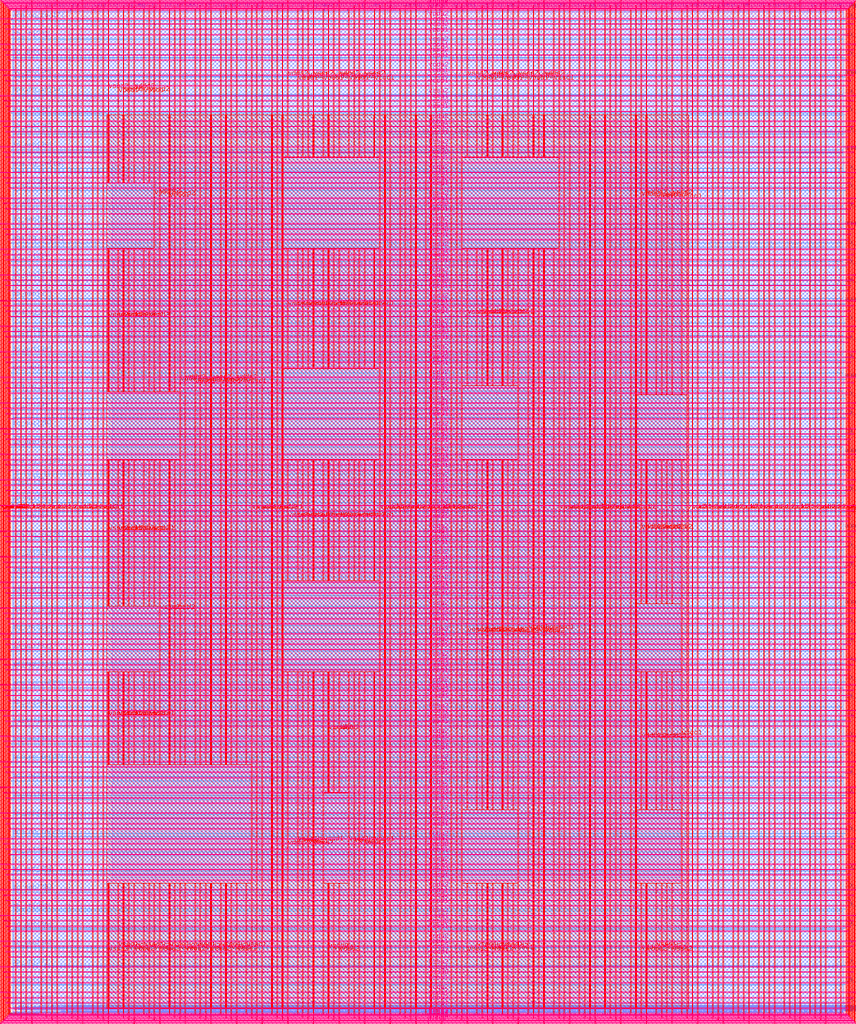
<source format=lef>
VERSION 5.7 ;
  NOWIREEXTENSIONATPIN ON ;
  DIVIDERCHAR "/" ;
  BUSBITCHARS "[]" ;
MACRO user_project_wrapper
  CLASS BLOCK ;
  FOREIGN user_project_wrapper ;
  ORIGIN 0.000 0.000 ;
  SIZE 2920.000 BY 3520.000 ;
  PIN analog_io[0]
    DIRECTION INOUT ;
    USE SIGNAL ;
    PORT
      LAYER met3 ;
        RECT 2917.600 1426.380 2924.800 1427.580 ;
    END
  END analog_io[0]
  PIN analog_io[10]
    DIRECTION INOUT ;
    USE SIGNAL ;
    PORT
      LAYER met2 ;
        RECT 2230.490 3517.600 2231.050 3524.800 ;
    END
  END analog_io[10]
  PIN analog_io[11]
    DIRECTION INOUT ;
    USE SIGNAL ;
    PORT
      LAYER met2 ;
        RECT 1905.730 3517.600 1906.290 3524.800 ;
    END
  END analog_io[11]
  PIN analog_io[12]
    DIRECTION INOUT ;
    USE SIGNAL ;
    PORT
      LAYER met2 ;
        RECT 1581.430 3517.600 1581.990 3524.800 ;
    END
  END analog_io[12]
  PIN analog_io[13]
    DIRECTION INOUT ;
    USE SIGNAL ;
    PORT
      LAYER met2 ;
        RECT 1257.130 3517.600 1257.690 3524.800 ;
    END
  END analog_io[13]
  PIN analog_io[14]
    DIRECTION INOUT ;
    USE SIGNAL ;
    PORT
      LAYER met2 ;
        RECT 932.370 3517.600 932.930 3524.800 ;
    END
  END analog_io[14]
  PIN analog_io[15]
    DIRECTION INOUT ;
    USE SIGNAL ;
    PORT
      LAYER met2 ;
        RECT 608.070 3517.600 608.630 3524.800 ;
    END
  END analog_io[15]
  PIN analog_io[16]
    DIRECTION INOUT ;
    USE SIGNAL ;
    PORT
      LAYER met2 ;
        RECT 283.770 3517.600 284.330 3524.800 ;
    END
  END analog_io[16]
  PIN analog_io[17]
    DIRECTION INOUT ;
    USE SIGNAL ;
    PORT
      LAYER met3 ;
        RECT -4.800 3486.100 2.400 3487.300 ;
    END
  END analog_io[17]
  PIN analog_io[18]
    DIRECTION INOUT ;
    USE SIGNAL ;
    PORT
      LAYER met3 ;
        RECT -4.800 3224.980 2.400 3226.180 ;
    END
  END analog_io[18]
  PIN analog_io[19]
    DIRECTION INOUT ;
    USE SIGNAL ;
    PORT
      LAYER met3 ;
        RECT -4.800 2964.540 2.400 2965.740 ;
    END
  END analog_io[19]
  PIN analog_io[1]
    DIRECTION INOUT ;
    USE SIGNAL ;
    PORT
      LAYER met3 ;
        RECT 2917.600 1692.260 2924.800 1693.460 ;
    END
  END analog_io[1]
  PIN analog_io[20]
    DIRECTION INOUT ;
    USE SIGNAL ;
    PORT
      LAYER met3 ;
        RECT -4.800 2703.420 2.400 2704.620 ;
    END
  END analog_io[20]
  PIN analog_io[21]
    DIRECTION INOUT ;
    USE SIGNAL ;
    PORT
      LAYER met3 ;
        RECT -4.800 2442.980 2.400 2444.180 ;
    END
  END analog_io[21]
  PIN analog_io[22]
    DIRECTION INOUT ;
    USE SIGNAL ;
    PORT
      LAYER met3 ;
        RECT -4.800 2182.540 2.400 2183.740 ;
    END
  END analog_io[22]
  PIN analog_io[23]
    DIRECTION INOUT ;
    USE SIGNAL ;
    PORT
      LAYER met3 ;
        RECT -4.800 1921.420 2.400 1922.620 ;
    END
  END analog_io[23]
  PIN analog_io[24]
    DIRECTION INOUT ;
    USE SIGNAL ;
    PORT
      LAYER met3 ;
        RECT -4.800 1660.980 2.400 1662.180 ;
    END
  END analog_io[24]
  PIN analog_io[25]
    DIRECTION INOUT ;
    USE SIGNAL ;
    PORT
      LAYER met3 ;
        RECT -4.800 1399.860 2.400 1401.060 ;
    END
  END analog_io[25]
  PIN analog_io[26]
    DIRECTION INOUT ;
    USE SIGNAL ;
    PORT
      LAYER met3 ;
        RECT -4.800 1139.420 2.400 1140.620 ;
    END
  END analog_io[26]
  PIN analog_io[27]
    DIRECTION INOUT ;
    USE SIGNAL ;
    PORT
      LAYER met3 ;
        RECT -4.800 878.980 2.400 880.180 ;
    END
  END analog_io[27]
  PIN analog_io[28]
    DIRECTION INOUT ;
    USE SIGNAL ;
    PORT
      LAYER met3 ;
        RECT -4.800 617.860 2.400 619.060 ;
    END
  END analog_io[28]
  PIN analog_io[2]
    DIRECTION INOUT ;
    USE SIGNAL ;
    PORT
      LAYER met3 ;
        RECT 2917.600 1958.140 2924.800 1959.340 ;
    END
  END analog_io[2]
  PIN analog_io[3]
    DIRECTION INOUT ;
    USE SIGNAL ;
    PORT
      LAYER met3 ;
        RECT 2917.600 2223.340 2924.800 2224.540 ;
    END
  END analog_io[3]
  PIN analog_io[4]
    DIRECTION INOUT ;
    USE SIGNAL ;
    PORT
      LAYER met3 ;
        RECT 2917.600 2489.220 2924.800 2490.420 ;
    END
  END analog_io[4]
  PIN analog_io[5]
    DIRECTION INOUT ;
    USE SIGNAL ;
    PORT
      LAYER met3 ;
        RECT 2917.600 2755.100 2924.800 2756.300 ;
    END
  END analog_io[5]
  PIN analog_io[6]
    DIRECTION INOUT ;
    USE SIGNAL ;
    PORT
      LAYER met3 ;
        RECT 2917.600 3020.300 2924.800 3021.500 ;
    END
  END analog_io[6]
  PIN analog_io[7]
    DIRECTION INOUT ;
    USE SIGNAL ;
    PORT
      LAYER met3 ;
        RECT 2917.600 3286.180 2924.800 3287.380 ;
    END
  END analog_io[7]
  PIN analog_io[8]
    DIRECTION INOUT ;
    USE SIGNAL ;
    PORT
      LAYER met2 ;
        RECT 2879.090 3517.600 2879.650 3524.800 ;
    END
  END analog_io[8]
  PIN analog_io[9]
    DIRECTION INOUT ;
    USE SIGNAL ;
    PORT
      LAYER met2 ;
        RECT 2554.790 3517.600 2555.350 3524.800 ;
    END
  END analog_io[9]
  PIN io_in[0]
    DIRECTION INPUT ;
    USE SIGNAL ;
    PORT
      LAYER met3 ;
        RECT 2917.600 32.380 2924.800 33.580 ;
    END
  END io_in[0]
  PIN io_in[10]
    DIRECTION INPUT ;
    USE SIGNAL ;
    PORT
      LAYER met3 ;
        RECT 2917.600 2289.980 2924.800 2291.180 ;
    END
  END io_in[10]
  PIN io_in[11]
    DIRECTION INPUT ;
    USE SIGNAL ;
    PORT
      LAYER met3 ;
        RECT 2917.600 2555.860 2924.800 2557.060 ;
    END
  END io_in[11]
  PIN io_in[12]
    DIRECTION INPUT ;
    USE SIGNAL ;
    PORT
      LAYER met3 ;
        RECT 2917.600 2821.060 2924.800 2822.260 ;
    END
  END io_in[12]
  PIN io_in[13]
    DIRECTION INPUT ;
    USE SIGNAL ;
    PORT
      LAYER met3 ;
        RECT 2917.600 3086.940 2924.800 3088.140 ;
    END
  END io_in[13]
  PIN io_in[14]
    DIRECTION INPUT ;
    USE SIGNAL ;
    PORT
      LAYER met3 ;
        RECT 2917.600 3352.820 2924.800 3354.020 ;
    END
  END io_in[14]
  PIN io_in[15]
    DIRECTION INPUT ;
    USE SIGNAL ;
    PORT
      LAYER met2 ;
        RECT 2798.130 3517.600 2798.690 3524.800 ;
    END
  END io_in[15]
  PIN io_in[16]
    DIRECTION INPUT ;
    USE SIGNAL ;
    PORT
      LAYER met2 ;
        RECT 2473.830 3517.600 2474.390 3524.800 ;
    END
  END io_in[16]
  PIN io_in[17]
    DIRECTION INPUT ;
    USE SIGNAL ;
    PORT
      LAYER met2 ;
        RECT 2149.070 3517.600 2149.630 3524.800 ;
    END
  END io_in[17]
  PIN io_in[18]
    DIRECTION INPUT ;
    USE SIGNAL ;
    PORT
      LAYER met2 ;
        RECT 1824.770 3517.600 1825.330 3524.800 ;
    END
  END io_in[18]
  PIN io_in[19]
    DIRECTION INPUT ;
    USE SIGNAL ;
    PORT
      LAYER met2 ;
        RECT 1500.470 3517.600 1501.030 3524.800 ;
    END
  END io_in[19]
  PIN io_in[1]
    DIRECTION INPUT ;
    USE SIGNAL ;
    PORT
      LAYER met3 ;
        RECT 2917.600 230.940 2924.800 232.140 ;
    END
  END io_in[1]
  PIN io_in[20]
    DIRECTION INPUT ;
    USE SIGNAL ;
    PORT
      LAYER met2 ;
        RECT 1175.710 3517.600 1176.270 3524.800 ;
    END
  END io_in[20]
  PIN io_in[21]
    DIRECTION INPUT ;
    USE SIGNAL ;
    PORT
      LAYER met2 ;
        RECT 851.410 3517.600 851.970 3524.800 ;
    END
  END io_in[21]
  PIN io_in[22]
    DIRECTION INPUT ;
    USE SIGNAL ;
    PORT
      LAYER met2 ;
        RECT 527.110 3517.600 527.670 3524.800 ;
    END
  END io_in[22]
  PIN io_in[23]
    DIRECTION INPUT ;
    USE SIGNAL ;
    PORT
      LAYER met2 ;
        RECT 202.350 3517.600 202.910 3524.800 ;
    END
  END io_in[23]
  PIN io_in[24]
    DIRECTION INPUT ;
    USE SIGNAL ;
    PORT
      LAYER met3 ;
        RECT -4.800 3420.820 2.400 3422.020 ;
    END
  END io_in[24]
  PIN io_in[25]
    DIRECTION INPUT ;
    USE SIGNAL ;
    PORT
      LAYER met3 ;
        RECT -4.800 3159.700 2.400 3160.900 ;
    END
  END io_in[25]
  PIN io_in[26]
    DIRECTION INPUT ;
    USE SIGNAL ;
    PORT
      LAYER met3 ;
        RECT -4.800 2899.260 2.400 2900.460 ;
    END
  END io_in[26]
  PIN io_in[27]
    DIRECTION INPUT ;
    USE SIGNAL ;
    PORT
      LAYER met3 ;
        RECT -4.800 2638.820 2.400 2640.020 ;
    END
  END io_in[27]
  PIN io_in[28]
    DIRECTION INPUT ;
    USE SIGNAL ;
    PORT
      LAYER met3 ;
        RECT -4.800 2377.700 2.400 2378.900 ;
    END
  END io_in[28]
  PIN io_in[29]
    DIRECTION INPUT ;
    USE SIGNAL ;
    PORT
      LAYER met3 ;
        RECT -4.800 2117.260 2.400 2118.460 ;
    END
  END io_in[29]
  PIN io_in[2]
    DIRECTION INPUT ;
    USE SIGNAL ;
    PORT
      LAYER met3 ;
        RECT 2917.600 430.180 2924.800 431.380 ;
    END
  END io_in[2]
  PIN io_in[30]
    DIRECTION INPUT ;
    USE SIGNAL ;
    PORT
      LAYER met3 ;
        RECT -4.800 1856.140 2.400 1857.340 ;
    END
  END io_in[30]
  PIN io_in[31]
    DIRECTION INPUT ;
    USE SIGNAL ;
    PORT
      LAYER met3 ;
        RECT -4.800 1595.700 2.400 1596.900 ;
    END
  END io_in[31]
  PIN io_in[32]
    DIRECTION INPUT ;
    USE SIGNAL ;
    PORT
      LAYER met3 ;
        RECT -4.800 1335.260 2.400 1336.460 ;
    END
  END io_in[32]
  PIN io_in[33]
    DIRECTION INPUT ;
    USE SIGNAL ;
    PORT
      LAYER met3 ;
        RECT -4.800 1074.140 2.400 1075.340 ;
    END
  END io_in[33]
  PIN io_in[34]
    DIRECTION INPUT ;
    USE SIGNAL ;
    PORT
      LAYER met3 ;
        RECT -4.800 813.700 2.400 814.900 ;
    END
  END io_in[34]
  PIN io_in[35]
    DIRECTION INPUT ;
    USE SIGNAL ;
    PORT
      LAYER met3 ;
        RECT -4.800 552.580 2.400 553.780 ;
    END
  END io_in[35]
  PIN io_in[36]
    DIRECTION INPUT ;
    USE SIGNAL ;
    PORT
      LAYER met3 ;
        RECT -4.800 357.420 2.400 358.620 ;
    END
  END io_in[36]
  PIN io_in[37]
    DIRECTION INPUT ;
    USE SIGNAL ;
    PORT
      LAYER met3 ;
        RECT -4.800 161.580 2.400 162.780 ;
    END
  END io_in[37]
  PIN io_in[3]
    DIRECTION INPUT ;
    USE SIGNAL ;
    PORT
      LAYER met3 ;
        RECT 2917.600 629.420 2924.800 630.620 ;
    END
  END io_in[3]
  PIN io_in[4]
    DIRECTION INPUT ;
    USE SIGNAL ;
    PORT
      LAYER met3 ;
        RECT 2917.600 828.660 2924.800 829.860 ;
    END
  END io_in[4]
  PIN io_in[5]
    DIRECTION INPUT ;
    USE SIGNAL ;
    PORT
      LAYER met3 ;
        RECT 2917.600 1027.900 2924.800 1029.100 ;
    END
  END io_in[5]
  PIN io_in[6]
    DIRECTION INPUT ;
    USE SIGNAL ;
    PORT
      LAYER met3 ;
        RECT 2917.600 1227.140 2924.800 1228.340 ;
    END
  END io_in[6]
  PIN io_in[7]
    DIRECTION INPUT ;
    USE SIGNAL ;
    PORT
      LAYER met3 ;
        RECT 2917.600 1493.020 2924.800 1494.220 ;
    END
  END io_in[7]
  PIN io_in[8]
    DIRECTION INPUT ;
    USE SIGNAL ;
    PORT
      LAYER met3 ;
        RECT 2917.600 1758.900 2924.800 1760.100 ;
    END
  END io_in[8]
  PIN io_in[9]
    DIRECTION INPUT ;
    USE SIGNAL ;
    PORT
      LAYER met3 ;
        RECT 2917.600 2024.100 2924.800 2025.300 ;
    END
  END io_in[9]
  PIN io_oeb[0]
    DIRECTION OUTPUT TRISTATE ;
    USE SIGNAL ;
    PORT
      LAYER met3 ;
        RECT 2917.600 164.980 2924.800 166.180 ;
    END
  END io_oeb[0]
  PIN io_oeb[10]
    DIRECTION OUTPUT TRISTATE ;
    USE SIGNAL ;
    PORT
      LAYER met3 ;
        RECT 2917.600 2422.580 2924.800 2423.780 ;
    END
  END io_oeb[10]
  PIN io_oeb[11]
    DIRECTION OUTPUT TRISTATE ;
    USE SIGNAL ;
    PORT
      LAYER met3 ;
        RECT 2917.600 2688.460 2924.800 2689.660 ;
    END
  END io_oeb[11]
  PIN io_oeb[12]
    DIRECTION OUTPUT TRISTATE ;
    USE SIGNAL ;
    PORT
      LAYER met3 ;
        RECT 2917.600 2954.340 2924.800 2955.540 ;
    END
  END io_oeb[12]
  PIN io_oeb[13]
    DIRECTION OUTPUT TRISTATE ;
    USE SIGNAL ;
    PORT
      LAYER met3 ;
        RECT 2917.600 3219.540 2924.800 3220.740 ;
    END
  END io_oeb[13]
  PIN io_oeb[14]
    DIRECTION OUTPUT TRISTATE ;
    USE SIGNAL ;
    PORT
      LAYER met3 ;
        RECT 2917.600 3485.420 2924.800 3486.620 ;
    END
  END io_oeb[14]
  PIN io_oeb[15]
    DIRECTION OUTPUT TRISTATE ;
    USE SIGNAL ;
    PORT
      LAYER met2 ;
        RECT 2635.750 3517.600 2636.310 3524.800 ;
    END
  END io_oeb[15]
  PIN io_oeb[16]
    DIRECTION OUTPUT TRISTATE ;
    USE SIGNAL ;
    PORT
      LAYER met2 ;
        RECT 2311.450 3517.600 2312.010 3524.800 ;
    END
  END io_oeb[16]
  PIN io_oeb[17]
    DIRECTION OUTPUT TRISTATE ;
    USE SIGNAL ;
    PORT
      LAYER met2 ;
        RECT 1987.150 3517.600 1987.710 3524.800 ;
    END
  END io_oeb[17]
  PIN io_oeb[18]
    DIRECTION OUTPUT TRISTATE ;
    USE SIGNAL ;
    PORT
      LAYER met2 ;
        RECT 1662.390 3517.600 1662.950 3524.800 ;
    END
  END io_oeb[18]
  PIN io_oeb[19]
    DIRECTION OUTPUT TRISTATE ;
    USE SIGNAL ;
    PORT
      LAYER met2 ;
        RECT 1338.090 3517.600 1338.650 3524.800 ;
    END
  END io_oeb[19]
  PIN io_oeb[1]
    DIRECTION OUTPUT TRISTATE ;
    USE SIGNAL ;
    PORT
      LAYER met3 ;
        RECT 2917.600 364.220 2924.800 365.420 ;
    END
  END io_oeb[1]
  PIN io_oeb[20]
    DIRECTION OUTPUT TRISTATE ;
    USE SIGNAL ;
    PORT
      LAYER met2 ;
        RECT 1013.790 3517.600 1014.350 3524.800 ;
    END
  END io_oeb[20]
  PIN io_oeb[21]
    DIRECTION OUTPUT TRISTATE ;
    USE SIGNAL ;
    PORT
      LAYER met2 ;
        RECT 689.030 3517.600 689.590 3524.800 ;
    END
  END io_oeb[21]
  PIN io_oeb[22]
    DIRECTION OUTPUT TRISTATE ;
    USE SIGNAL ;
    PORT
      LAYER met2 ;
        RECT 364.730 3517.600 365.290 3524.800 ;
    END
  END io_oeb[22]
  PIN io_oeb[23]
    DIRECTION OUTPUT TRISTATE ;
    USE SIGNAL ;
    PORT
      LAYER met2 ;
        RECT 40.430 3517.600 40.990 3524.800 ;
    END
  END io_oeb[23]
  PIN io_oeb[24]
    DIRECTION OUTPUT TRISTATE ;
    USE SIGNAL ;
    PORT
      LAYER met3 ;
        RECT -4.800 3290.260 2.400 3291.460 ;
    END
  END io_oeb[24]
  PIN io_oeb[25]
    DIRECTION OUTPUT TRISTATE ;
    USE SIGNAL ;
    PORT
      LAYER met3 ;
        RECT -4.800 3029.820 2.400 3031.020 ;
    END
  END io_oeb[25]
  PIN io_oeb[26]
    DIRECTION OUTPUT TRISTATE ;
    USE SIGNAL ;
    PORT
      LAYER met3 ;
        RECT -4.800 2768.700 2.400 2769.900 ;
    END
  END io_oeb[26]
  PIN io_oeb[27]
    DIRECTION OUTPUT TRISTATE ;
    USE SIGNAL ;
    PORT
      LAYER met3 ;
        RECT -4.800 2508.260 2.400 2509.460 ;
    END
  END io_oeb[27]
  PIN io_oeb[28]
    DIRECTION OUTPUT TRISTATE ;
    USE SIGNAL ;
    PORT
      LAYER met3 ;
        RECT -4.800 2247.140 2.400 2248.340 ;
    END
  END io_oeb[28]
  PIN io_oeb[29]
    DIRECTION OUTPUT TRISTATE ;
    USE SIGNAL ;
    PORT
      LAYER met3 ;
        RECT -4.800 1986.700 2.400 1987.900 ;
    END
  END io_oeb[29]
  PIN io_oeb[2]
    DIRECTION OUTPUT TRISTATE ;
    USE SIGNAL ;
    PORT
      LAYER met3 ;
        RECT 2917.600 563.460 2924.800 564.660 ;
    END
  END io_oeb[2]
  PIN io_oeb[30]
    DIRECTION OUTPUT TRISTATE ;
    USE SIGNAL ;
    PORT
      LAYER met3 ;
        RECT -4.800 1726.260 2.400 1727.460 ;
    END
  END io_oeb[30]
  PIN io_oeb[31]
    DIRECTION OUTPUT TRISTATE ;
    USE SIGNAL ;
    PORT
      LAYER met3 ;
        RECT -4.800 1465.140 2.400 1466.340 ;
    END
  END io_oeb[31]
  PIN io_oeb[32]
    DIRECTION OUTPUT TRISTATE ;
    USE SIGNAL ;
    PORT
      LAYER met3 ;
        RECT -4.800 1204.700 2.400 1205.900 ;
    END
  END io_oeb[32]
  PIN io_oeb[33]
    DIRECTION OUTPUT TRISTATE ;
    USE SIGNAL ;
    PORT
      LAYER met3 ;
        RECT -4.800 943.580 2.400 944.780 ;
    END
  END io_oeb[33]
  PIN io_oeb[34]
    DIRECTION OUTPUT TRISTATE ;
    USE SIGNAL ;
    PORT
      LAYER met3 ;
        RECT -4.800 683.140 2.400 684.340 ;
    END
  END io_oeb[34]
  PIN io_oeb[35]
    DIRECTION OUTPUT TRISTATE ;
    USE SIGNAL ;
    PORT
      LAYER met3 ;
        RECT -4.800 422.700 2.400 423.900 ;
    END
  END io_oeb[35]
  PIN io_oeb[36]
    DIRECTION OUTPUT TRISTATE ;
    USE SIGNAL ;
    PORT
      LAYER met3 ;
        RECT -4.800 226.860 2.400 228.060 ;
    END
  END io_oeb[36]
  PIN io_oeb[37]
    DIRECTION OUTPUT TRISTATE ;
    USE SIGNAL ;
    PORT
      LAYER met3 ;
        RECT -4.800 31.700 2.400 32.900 ;
    END
  END io_oeb[37]
  PIN io_oeb[3]
    DIRECTION OUTPUT TRISTATE ;
    USE SIGNAL ;
    PORT
      LAYER met3 ;
        RECT 2917.600 762.700 2924.800 763.900 ;
    END
  END io_oeb[3]
  PIN io_oeb[4]
    DIRECTION OUTPUT TRISTATE ;
    USE SIGNAL ;
    PORT
      LAYER met3 ;
        RECT 2917.600 961.940 2924.800 963.140 ;
    END
  END io_oeb[4]
  PIN io_oeb[5]
    DIRECTION OUTPUT TRISTATE ;
    USE SIGNAL ;
    PORT
      LAYER met3 ;
        RECT 2917.600 1161.180 2924.800 1162.380 ;
    END
  END io_oeb[5]
  PIN io_oeb[6]
    DIRECTION OUTPUT TRISTATE ;
    USE SIGNAL ;
    PORT
      LAYER met3 ;
        RECT 2917.600 1360.420 2924.800 1361.620 ;
    END
  END io_oeb[6]
  PIN io_oeb[7]
    DIRECTION OUTPUT TRISTATE ;
    USE SIGNAL ;
    PORT
      LAYER met3 ;
        RECT 2917.600 1625.620 2924.800 1626.820 ;
    END
  END io_oeb[7]
  PIN io_oeb[8]
    DIRECTION OUTPUT TRISTATE ;
    USE SIGNAL ;
    PORT
      LAYER met3 ;
        RECT 2917.600 1891.500 2924.800 1892.700 ;
    END
  END io_oeb[8]
  PIN io_oeb[9]
    DIRECTION OUTPUT TRISTATE ;
    USE SIGNAL ;
    PORT
      LAYER met3 ;
        RECT 2917.600 2157.380 2924.800 2158.580 ;
    END
  END io_oeb[9]
  PIN io_out[0]
    DIRECTION OUTPUT TRISTATE ;
    USE SIGNAL ;
    PORT
      LAYER met3 ;
        RECT 2917.600 98.340 2924.800 99.540 ;
    END
  END io_out[0]
  PIN io_out[10]
    DIRECTION OUTPUT TRISTATE ;
    USE SIGNAL ;
    PORT
      LAYER met3 ;
        RECT 2917.600 2356.620 2924.800 2357.820 ;
    END
  END io_out[10]
  PIN io_out[11]
    DIRECTION OUTPUT TRISTATE ;
    USE SIGNAL ;
    PORT
      LAYER met3 ;
        RECT 2917.600 2621.820 2924.800 2623.020 ;
    END
  END io_out[11]
  PIN io_out[12]
    DIRECTION OUTPUT TRISTATE ;
    USE SIGNAL ;
    PORT
      LAYER met3 ;
        RECT 2917.600 2887.700 2924.800 2888.900 ;
    END
  END io_out[12]
  PIN io_out[13]
    DIRECTION OUTPUT TRISTATE ;
    USE SIGNAL ;
    PORT
      LAYER met3 ;
        RECT 2917.600 3153.580 2924.800 3154.780 ;
    END
  END io_out[13]
  PIN io_out[14]
    DIRECTION OUTPUT TRISTATE ;
    USE SIGNAL ;
    PORT
      LAYER met3 ;
        RECT 2917.600 3418.780 2924.800 3419.980 ;
    END
  END io_out[14]
  PIN io_out[15]
    DIRECTION OUTPUT TRISTATE ;
    USE SIGNAL ;
    PORT
      LAYER met2 ;
        RECT 2717.170 3517.600 2717.730 3524.800 ;
    END
  END io_out[15]
  PIN io_out[16]
    DIRECTION OUTPUT TRISTATE ;
    USE SIGNAL ;
    PORT
      LAYER met2 ;
        RECT 2392.410 3517.600 2392.970 3524.800 ;
    END
  END io_out[16]
  PIN io_out[17]
    DIRECTION OUTPUT TRISTATE ;
    USE SIGNAL ;
    PORT
      LAYER met2 ;
        RECT 2068.110 3517.600 2068.670 3524.800 ;
    END
  END io_out[17]
  PIN io_out[18]
    DIRECTION OUTPUT TRISTATE ;
    USE SIGNAL ;
    PORT
      LAYER met2 ;
        RECT 1743.810 3517.600 1744.370 3524.800 ;
    END
  END io_out[18]
  PIN io_out[19]
    DIRECTION OUTPUT TRISTATE ;
    USE SIGNAL ;
    PORT
      LAYER met2 ;
        RECT 1419.050 3517.600 1419.610 3524.800 ;
    END
  END io_out[19]
  PIN io_out[1]
    DIRECTION OUTPUT TRISTATE ;
    USE SIGNAL ;
    PORT
      LAYER met3 ;
        RECT 2917.600 297.580 2924.800 298.780 ;
    END
  END io_out[1]
  PIN io_out[20]
    DIRECTION OUTPUT TRISTATE ;
    USE SIGNAL ;
    PORT
      LAYER met2 ;
        RECT 1094.750 3517.600 1095.310 3524.800 ;
    END
  END io_out[20]
  PIN io_out[21]
    DIRECTION OUTPUT TRISTATE ;
    USE SIGNAL ;
    PORT
      LAYER met2 ;
        RECT 770.450 3517.600 771.010 3524.800 ;
    END
  END io_out[21]
  PIN io_out[22]
    DIRECTION OUTPUT TRISTATE ;
    USE SIGNAL ;
    PORT
      LAYER met2 ;
        RECT 445.690 3517.600 446.250 3524.800 ;
    END
  END io_out[22]
  PIN io_out[23]
    DIRECTION OUTPUT TRISTATE ;
    USE SIGNAL ;
    PORT
      LAYER met2 ;
        RECT 121.390 3517.600 121.950 3524.800 ;
    END
  END io_out[23]
  PIN io_out[24]
    DIRECTION OUTPUT TRISTATE ;
    USE SIGNAL ;
    PORT
      LAYER met3 ;
        RECT -4.800 3355.540 2.400 3356.740 ;
    END
  END io_out[24]
  PIN io_out[25]
    DIRECTION OUTPUT TRISTATE ;
    USE SIGNAL ;
    PORT
      LAYER met3 ;
        RECT -4.800 3095.100 2.400 3096.300 ;
    END
  END io_out[25]
  PIN io_out[26]
    DIRECTION OUTPUT TRISTATE ;
    USE SIGNAL ;
    PORT
      LAYER met3 ;
        RECT -4.800 2833.980 2.400 2835.180 ;
    END
  END io_out[26]
  PIN io_out[27]
    DIRECTION OUTPUT TRISTATE ;
    USE SIGNAL ;
    PORT
      LAYER met3 ;
        RECT -4.800 2573.540 2.400 2574.740 ;
    END
  END io_out[27]
  PIN io_out[28]
    DIRECTION OUTPUT TRISTATE ;
    USE SIGNAL ;
    PORT
      LAYER met3 ;
        RECT -4.800 2312.420 2.400 2313.620 ;
    END
  END io_out[28]
  PIN io_out[29]
    DIRECTION OUTPUT TRISTATE ;
    USE SIGNAL ;
    PORT
      LAYER met3 ;
        RECT -4.800 2051.980 2.400 2053.180 ;
    END
  END io_out[29]
  PIN io_out[2]
    DIRECTION OUTPUT TRISTATE ;
    USE SIGNAL ;
    PORT
      LAYER met3 ;
        RECT 2917.600 496.820 2924.800 498.020 ;
    END
  END io_out[2]
  PIN io_out[30]
    DIRECTION OUTPUT TRISTATE ;
    USE SIGNAL ;
    PORT
      LAYER met3 ;
        RECT -4.800 1791.540 2.400 1792.740 ;
    END
  END io_out[30]
  PIN io_out[31]
    DIRECTION OUTPUT TRISTATE ;
    USE SIGNAL ;
    PORT
      LAYER met3 ;
        RECT -4.800 1530.420 2.400 1531.620 ;
    END
  END io_out[31]
  PIN io_out[32]
    DIRECTION OUTPUT TRISTATE ;
    USE SIGNAL ;
    PORT
      LAYER met3 ;
        RECT -4.800 1269.980 2.400 1271.180 ;
    END
  END io_out[32]
  PIN io_out[33]
    DIRECTION OUTPUT TRISTATE ;
    USE SIGNAL ;
    PORT
      LAYER met3 ;
        RECT -4.800 1008.860 2.400 1010.060 ;
    END
  END io_out[33]
  PIN io_out[34]
    DIRECTION OUTPUT TRISTATE ;
    USE SIGNAL ;
    PORT
      LAYER met3 ;
        RECT -4.800 748.420 2.400 749.620 ;
    END
  END io_out[34]
  PIN io_out[35]
    DIRECTION OUTPUT TRISTATE ;
    USE SIGNAL ;
    PORT
      LAYER met3 ;
        RECT -4.800 487.300 2.400 488.500 ;
    END
  END io_out[35]
  PIN io_out[36]
    DIRECTION OUTPUT TRISTATE ;
    USE SIGNAL ;
    PORT
      LAYER met3 ;
        RECT -4.800 292.140 2.400 293.340 ;
    END
  END io_out[36]
  PIN io_out[37]
    DIRECTION OUTPUT TRISTATE ;
    USE SIGNAL ;
    PORT
      LAYER met3 ;
        RECT -4.800 96.300 2.400 97.500 ;
    END
  END io_out[37]
  PIN io_out[3]
    DIRECTION OUTPUT TRISTATE ;
    USE SIGNAL ;
    PORT
      LAYER met3 ;
        RECT 2917.600 696.060 2924.800 697.260 ;
    END
  END io_out[3]
  PIN io_out[4]
    DIRECTION OUTPUT TRISTATE ;
    USE SIGNAL ;
    PORT
      LAYER met3 ;
        RECT 2917.600 895.300 2924.800 896.500 ;
    END
  END io_out[4]
  PIN io_out[5]
    DIRECTION OUTPUT TRISTATE ;
    USE SIGNAL ;
    PORT
      LAYER met3 ;
        RECT 2917.600 1094.540 2924.800 1095.740 ;
    END
  END io_out[5]
  PIN io_out[6]
    DIRECTION OUTPUT TRISTATE ;
    USE SIGNAL ;
    PORT
      LAYER met3 ;
        RECT 2917.600 1293.780 2924.800 1294.980 ;
    END
  END io_out[6]
  PIN io_out[7]
    DIRECTION OUTPUT TRISTATE ;
    USE SIGNAL ;
    PORT
      LAYER met3 ;
        RECT 2917.600 1559.660 2924.800 1560.860 ;
    END
  END io_out[7]
  PIN io_out[8]
    DIRECTION OUTPUT TRISTATE ;
    USE SIGNAL ;
    PORT
      LAYER met3 ;
        RECT 2917.600 1824.860 2924.800 1826.060 ;
    END
  END io_out[8]
  PIN io_out[9]
    DIRECTION OUTPUT TRISTATE ;
    USE SIGNAL ;
    PORT
      LAYER met3 ;
        RECT 2917.600 2090.740 2924.800 2091.940 ;
    END
  END io_out[9]
  PIN la_data_in[0]
    DIRECTION INPUT ;
    USE SIGNAL ;
    PORT
      LAYER met2 ;
        RECT 629.230 -4.800 629.790 2.400 ;
    END
  END la_data_in[0]
  PIN la_data_in[100]
    DIRECTION INPUT ;
    USE SIGNAL ;
    PORT
      LAYER met2 ;
        RECT 2402.530 -4.800 2403.090 2.400 ;
    END
  END la_data_in[100]
  PIN la_data_in[101]
    DIRECTION INPUT ;
    USE SIGNAL ;
    PORT
      LAYER met2 ;
        RECT 2420.010 -4.800 2420.570 2.400 ;
    END
  END la_data_in[101]
  PIN la_data_in[102]
    DIRECTION INPUT ;
    USE SIGNAL ;
    PORT
      LAYER met2 ;
        RECT 2437.950 -4.800 2438.510 2.400 ;
    END
  END la_data_in[102]
  PIN la_data_in[103]
    DIRECTION INPUT ;
    USE SIGNAL ;
    PORT
      LAYER met2 ;
        RECT 2455.430 -4.800 2455.990 2.400 ;
    END
  END la_data_in[103]
  PIN la_data_in[104]
    DIRECTION INPUT ;
    USE SIGNAL ;
    PORT
      LAYER met2 ;
        RECT 2473.370 -4.800 2473.930 2.400 ;
    END
  END la_data_in[104]
  PIN la_data_in[105]
    DIRECTION INPUT ;
    USE SIGNAL ;
    PORT
      LAYER met2 ;
        RECT 2490.850 -4.800 2491.410 2.400 ;
    END
  END la_data_in[105]
  PIN la_data_in[106]
    DIRECTION INPUT ;
    USE SIGNAL ;
    PORT
      LAYER met2 ;
        RECT 2508.790 -4.800 2509.350 2.400 ;
    END
  END la_data_in[106]
  PIN la_data_in[107]
    DIRECTION INPUT ;
    USE SIGNAL ;
    PORT
      LAYER met2 ;
        RECT 2526.730 -4.800 2527.290 2.400 ;
    END
  END la_data_in[107]
  PIN la_data_in[108]
    DIRECTION INPUT ;
    USE SIGNAL ;
    PORT
      LAYER met2 ;
        RECT 2544.210 -4.800 2544.770 2.400 ;
    END
  END la_data_in[108]
  PIN la_data_in[109]
    DIRECTION INPUT ;
    USE SIGNAL ;
    PORT
      LAYER met2 ;
        RECT 2562.150 -4.800 2562.710 2.400 ;
    END
  END la_data_in[109]
  PIN la_data_in[10]
    DIRECTION INPUT ;
    USE SIGNAL ;
    PORT
      LAYER met2 ;
        RECT 806.330 -4.800 806.890 2.400 ;
    END
  END la_data_in[10]
  PIN la_data_in[110]
    DIRECTION INPUT ;
    USE SIGNAL ;
    PORT
      LAYER met2 ;
        RECT 2579.630 -4.800 2580.190 2.400 ;
    END
  END la_data_in[110]
  PIN la_data_in[111]
    DIRECTION INPUT ;
    USE SIGNAL ;
    PORT
      LAYER met2 ;
        RECT 2597.570 -4.800 2598.130 2.400 ;
    END
  END la_data_in[111]
  PIN la_data_in[112]
    DIRECTION INPUT ;
    USE SIGNAL ;
    PORT
      LAYER met2 ;
        RECT 2615.050 -4.800 2615.610 2.400 ;
    END
  END la_data_in[112]
  PIN la_data_in[113]
    DIRECTION INPUT ;
    USE SIGNAL ;
    PORT
      LAYER met2 ;
        RECT 2632.990 -4.800 2633.550 2.400 ;
    END
  END la_data_in[113]
  PIN la_data_in[114]
    DIRECTION INPUT ;
    USE SIGNAL ;
    PORT
      LAYER met2 ;
        RECT 2650.470 -4.800 2651.030 2.400 ;
    END
  END la_data_in[114]
  PIN la_data_in[115]
    DIRECTION INPUT ;
    USE SIGNAL ;
    PORT
      LAYER met2 ;
        RECT 2668.410 -4.800 2668.970 2.400 ;
    END
  END la_data_in[115]
  PIN la_data_in[116]
    DIRECTION INPUT ;
    USE SIGNAL ;
    PORT
      LAYER met2 ;
        RECT 2685.890 -4.800 2686.450 2.400 ;
    END
  END la_data_in[116]
  PIN la_data_in[117]
    DIRECTION INPUT ;
    USE SIGNAL ;
    PORT
      LAYER met2 ;
        RECT 2703.830 -4.800 2704.390 2.400 ;
    END
  END la_data_in[117]
  PIN la_data_in[118]
    DIRECTION INPUT ;
    USE SIGNAL ;
    PORT
      LAYER met2 ;
        RECT 2721.770 -4.800 2722.330 2.400 ;
    END
  END la_data_in[118]
  PIN la_data_in[119]
    DIRECTION INPUT ;
    USE SIGNAL ;
    PORT
      LAYER met2 ;
        RECT 2739.250 -4.800 2739.810 2.400 ;
    END
  END la_data_in[119]
  PIN la_data_in[11]
    DIRECTION INPUT ;
    USE SIGNAL ;
    PORT
      LAYER met2 ;
        RECT 824.270 -4.800 824.830 2.400 ;
    END
  END la_data_in[11]
  PIN la_data_in[120]
    DIRECTION INPUT ;
    USE SIGNAL ;
    PORT
      LAYER met2 ;
        RECT 2757.190 -4.800 2757.750 2.400 ;
    END
  END la_data_in[120]
  PIN la_data_in[121]
    DIRECTION INPUT ;
    USE SIGNAL ;
    PORT
      LAYER met2 ;
        RECT 2774.670 -4.800 2775.230 2.400 ;
    END
  END la_data_in[121]
  PIN la_data_in[122]
    DIRECTION INPUT ;
    USE SIGNAL ;
    PORT
      LAYER met2 ;
        RECT 2792.610 -4.800 2793.170 2.400 ;
    END
  END la_data_in[122]
  PIN la_data_in[123]
    DIRECTION INPUT ;
    USE SIGNAL ;
    PORT
      LAYER met2 ;
        RECT 2810.090 -4.800 2810.650 2.400 ;
    END
  END la_data_in[123]
  PIN la_data_in[124]
    DIRECTION INPUT ;
    USE SIGNAL ;
    PORT
      LAYER met2 ;
        RECT 2828.030 -4.800 2828.590 2.400 ;
    END
  END la_data_in[124]
  PIN la_data_in[125]
    DIRECTION INPUT ;
    USE SIGNAL ;
    PORT
      LAYER met2 ;
        RECT 2845.510 -4.800 2846.070 2.400 ;
    END
  END la_data_in[125]
  PIN la_data_in[126]
    DIRECTION INPUT ;
    USE SIGNAL ;
    PORT
      LAYER met2 ;
        RECT 2863.450 -4.800 2864.010 2.400 ;
    END
  END la_data_in[126]
  PIN la_data_in[127]
    DIRECTION INPUT ;
    USE SIGNAL ;
    PORT
      LAYER met2 ;
        RECT 2881.390 -4.800 2881.950 2.400 ;
    END
  END la_data_in[127]
  PIN la_data_in[12]
    DIRECTION INPUT ;
    USE SIGNAL ;
    PORT
      LAYER met2 ;
        RECT 841.750 -4.800 842.310 2.400 ;
    END
  END la_data_in[12]
  PIN la_data_in[13]
    DIRECTION INPUT ;
    USE SIGNAL ;
    PORT
      LAYER met2 ;
        RECT 859.690 -4.800 860.250 2.400 ;
    END
  END la_data_in[13]
  PIN la_data_in[14]
    DIRECTION INPUT ;
    USE SIGNAL ;
    PORT
      LAYER met2 ;
        RECT 877.170 -4.800 877.730 2.400 ;
    END
  END la_data_in[14]
  PIN la_data_in[15]
    DIRECTION INPUT ;
    USE SIGNAL ;
    PORT
      LAYER met2 ;
        RECT 895.110 -4.800 895.670 2.400 ;
    END
  END la_data_in[15]
  PIN la_data_in[16]
    DIRECTION INPUT ;
    USE SIGNAL ;
    PORT
      LAYER met2 ;
        RECT 912.590 -4.800 913.150 2.400 ;
    END
  END la_data_in[16]
  PIN la_data_in[17]
    DIRECTION INPUT ;
    USE SIGNAL ;
    PORT
      LAYER met2 ;
        RECT 930.530 -4.800 931.090 2.400 ;
    END
  END la_data_in[17]
  PIN la_data_in[18]
    DIRECTION INPUT ;
    USE SIGNAL ;
    PORT
      LAYER met2 ;
        RECT 948.470 -4.800 949.030 2.400 ;
    END
  END la_data_in[18]
  PIN la_data_in[19]
    DIRECTION INPUT ;
    USE SIGNAL ;
    PORT
      LAYER met2 ;
        RECT 965.950 -4.800 966.510 2.400 ;
    END
  END la_data_in[19]
  PIN la_data_in[1]
    DIRECTION INPUT ;
    USE SIGNAL ;
    PORT
      LAYER met2 ;
        RECT 646.710 -4.800 647.270 2.400 ;
    END
  END la_data_in[1]
  PIN la_data_in[20]
    DIRECTION INPUT ;
    USE SIGNAL ;
    PORT
      LAYER met2 ;
        RECT 983.890 -4.800 984.450 2.400 ;
    END
  END la_data_in[20]
  PIN la_data_in[21]
    DIRECTION INPUT ;
    USE SIGNAL ;
    PORT
      LAYER met2 ;
        RECT 1001.370 -4.800 1001.930 2.400 ;
    END
  END la_data_in[21]
  PIN la_data_in[22]
    DIRECTION INPUT ;
    USE SIGNAL ;
    PORT
      LAYER met2 ;
        RECT 1019.310 -4.800 1019.870 2.400 ;
    END
  END la_data_in[22]
  PIN la_data_in[23]
    DIRECTION INPUT ;
    USE SIGNAL ;
    PORT
      LAYER met2 ;
        RECT 1036.790 -4.800 1037.350 2.400 ;
    END
  END la_data_in[23]
  PIN la_data_in[24]
    DIRECTION INPUT ;
    USE SIGNAL ;
    PORT
      LAYER met2 ;
        RECT 1054.730 -4.800 1055.290 2.400 ;
    END
  END la_data_in[24]
  PIN la_data_in[25]
    DIRECTION INPUT ;
    USE SIGNAL ;
    PORT
      LAYER met2 ;
        RECT 1072.210 -4.800 1072.770 2.400 ;
    END
  END la_data_in[25]
  PIN la_data_in[26]
    DIRECTION INPUT ;
    USE SIGNAL ;
    PORT
      LAYER met2 ;
        RECT 1090.150 -4.800 1090.710 2.400 ;
    END
  END la_data_in[26]
  PIN la_data_in[27]
    DIRECTION INPUT ;
    USE SIGNAL ;
    PORT
      LAYER met2 ;
        RECT 1107.630 -4.800 1108.190 2.400 ;
    END
  END la_data_in[27]
  PIN la_data_in[28]
    DIRECTION INPUT ;
    USE SIGNAL ;
    PORT
      LAYER met2 ;
        RECT 1125.570 -4.800 1126.130 2.400 ;
    END
  END la_data_in[28]
  PIN la_data_in[29]
    DIRECTION INPUT ;
    USE SIGNAL ;
    PORT
      LAYER met2 ;
        RECT 1143.510 -4.800 1144.070 2.400 ;
    END
  END la_data_in[29]
  PIN la_data_in[2]
    DIRECTION INPUT ;
    USE SIGNAL ;
    PORT
      LAYER met2 ;
        RECT 664.650 -4.800 665.210 2.400 ;
    END
  END la_data_in[2]
  PIN la_data_in[30]
    DIRECTION INPUT ;
    USE SIGNAL ;
    PORT
      LAYER met2 ;
        RECT 1160.990 -4.800 1161.550 2.400 ;
    END
  END la_data_in[30]
  PIN la_data_in[31]
    DIRECTION INPUT ;
    USE SIGNAL ;
    PORT
      LAYER met2 ;
        RECT 1178.930 -4.800 1179.490 2.400 ;
    END
  END la_data_in[31]
  PIN la_data_in[32]
    DIRECTION INPUT ;
    USE SIGNAL ;
    PORT
      LAYER met2 ;
        RECT 1196.410 -4.800 1196.970 2.400 ;
    END
  END la_data_in[32]
  PIN la_data_in[33]
    DIRECTION INPUT ;
    USE SIGNAL ;
    PORT
      LAYER met2 ;
        RECT 1214.350 -4.800 1214.910 2.400 ;
    END
  END la_data_in[33]
  PIN la_data_in[34]
    DIRECTION INPUT ;
    USE SIGNAL ;
    PORT
      LAYER met2 ;
        RECT 1231.830 -4.800 1232.390 2.400 ;
    END
  END la_data_in[34]
  PIN la_data_in[35]
    DIRECTION INPUT ;
    USE SIGNAL ;
    PORT
      LAYER met2 ;
        RECT 1249.770 -4.800 1250.330 2.400 ;
    END
  END la_data_in[35]
  PIN la_data_in[36]
    DIRECTION INPUT ;
    USE SIGNAL ;
    PORT
      LAYER met2 ;
        RECT 1267.250 -4.800 1267.810 2.400 ;
    END
  END la_data_in[36]
  PIN la_data_in[37]
    DIRECTION INPUT ;
    USE SIGNAL ;
    PORT
      LAYER met2 ;
        RECT 1285.190 -4.800 1285.750 2.400 ;
    END
  END la_data_in[37]
  PIN la_data_in[38]
    DIRECTION INPUT ;
    USE SIGNAL ;
    PORT
      LAYER met2 ;
        RECT 1303.130 -4.800 1303.690 2.400 ;
    END
  END la_data_in[38]
  PIN la_data_in[39]
    DIRECTION INPUT ;
    USE SIGNAL ;
    PORT
      LAYER met2 ;
        RECT 1320.610 -4.800 1321.170 2.400 ;
    END
  END la_data_in[39]
  PIN la_data_in[3]
    DIRECTION INPUT ;
    USE SIGNAL ;
    PORT
      LAYER met2 ;
        RECT 682.130 -4.800 682.690 2.400 ;
    END
  END la_data_in[3]
  PIN la_data_in[40]
    DIRECTION INPUT ;
    USE SIGNAL ;
    PORT
      LAYER met2 ;
        RECT 1338.550 -4.800 1339.110 2.400 ;
    END
  END la_data_in[40]
  PIN la_data_in[41]
    DIRECTION INPUT ;
    USE SIGNAL ;
    PORT
      LAYER met2 ;
        RECT 1356.030 -4.800 1356.590 2.400 ;
    END
  END la_data_in[41]
  PIN la_data_in[42]
    DIRECTION INPUT ;
    USE SIGNAL ;
    PORT
      LAYER met2 ;
        RECT 1373.970 -4.800 1374.530 2.400 ;
    END
  END la_data_in[42]
  PIN la_data_in[43]
    DIRECTION INPUT ;
    USE SIGNAL ;
    PORT
      LAYER met2 ;
        RECT 1391.450 -4.800 1392.010 2.400 ;
    END
  END la_data_in[43]
  PIN la_data_in[44]
    DIRECTION INPUT ;
    USE SIGNAL ;
    PORT
      LAYER met2 ;
        RECT 1409.390 -4.800 1409.950 2.400 ;
    END
  END la_data_in[44]
  PIN la_data_in[45]
    DIRECTION INPUT ;
    USE SIGNAL ;
    PORT
      LAYER met2 ;
        RECT 1426.870 -4.800 1427.430 2.400 ;
    END
  END la_data_in[45]
  PIN la_data_in[46]
    DIRECTION INPUT ;
    USE SIGNAL ;
    PORT
      LAYER met2 ;
        RECT 1444.810 -4.800 1445.370 2.400 ;
    END
  END la_data_in[46]
  PIN la_data_in[47]
    DIRECTION INPUT ;
    USE SIGNAL ;
    PORT
      LAYER met2 ;
        RECT 1462.750 -4.800 1463.310 2.400 ;
    END
  END la_data_in[47]
  PIN la_data_in[48]
    DIRECTION INPUT ;
    USE SIGNAL ;
    PORT
      LAYER met2 ;
        RECT 1480.230 -4.800 1480.790 2.400 ;
    END
  END la_data_in[48]
  PIN la_data_in[49]
    DIRECTION INPUT ;
    USE SIGNAL ;
    PORT
      LAYER met2 ;
        RECT 1498.170 -4.800 1498.730 2.400 ;
    END
  END la_data_in[49]
  PIN la_data_in[4]
    DIRECTION INPUT ;
    USE SIGNAL ;
    PORT
      LAYER met2 ;
        RECT 700.070 -4.800 700.630 2.400 ;
    END
  END la_data_in[4]
  PIN la_data_in[50]
    DIRECTION INPUT ;
    USE SIGNAL ;
    PORT
      LAYER met2 ;
        RECT 1515.650 -4.800 1516.210 2.400 ;
    END
  END la_data_in[50]
  PIN la_data_in[51]
    DIRECTION INPUT ;
    USE SIGNAL ;
    PORT
      LAYER met2 ;
        RECT 1533.590 -4.800 1534.150 2.400 ;
    END
  END la_data_in[51]
  PIN la_data_in[52]
    DIRECTION INPUT ;
    USE SIGNAL ;
    PORT
      LAYER met2 ;
        RECT 1551.070 -4.800 1551.630 2.400 ;
    END
  END la_data_in[52]
  PIN la_data_in[53]
    DIRECTION INPUT ;
    USE SIGNAL ;
    PORT
      LAYER met2 ;
        RECT 1569.010 -4.800 1569.570 2.400 ;
    END
  END la_data_in[53]
  PIN la_data_in[54]
    DIRECTION INPUT ;
    USE SIGNAL ;
    PORT
      LAYER met2 ;
        RECT 1586.490 -4.800 1587.050 2.400 ;
    END
  END la_data_in[54]
  PIN la_data_in[55]
    DIRECTION INPUT ;
    USE SIGNAL ;
    PORT
      LAYER met2 ;
        RECT 1604.430 -4.800 1604.990 2.400 ;
    END
  END la_data_in[55]
  PIN la_data_in[56]
    DIRECTION INPUT ;
    USE SIGNAL ;
    PORT
      LAYER met2 ;
        RECT 1621.910 -4.800 1622.470 2.400 ;
    END
  END la_data_in[56]
  PIN la_data_in[57]
    DIRECTION INPUT ;
    USE SIGNAL ;
    PORT
      LAYER met2 ;
        RECT 1639.850 -4.800 1640.410 2.400 ;
    END
  END la_data_in[57]
  PIN la_data_in[58]
    DIRECTION INPUT ;
    USE SIGNAL ;
    PORT
      LAYER met2 ;
        RECT 1657.790 -4.800 1658.350 2.400 ;
    END
  END la_data_in[58]
  PIN la_data_in[59]
    DIRECTION INPUT ;
    USE SIGNAL ;
    PORT
      LAYER met2 ;
        RECT 1675.270 -4.800 1675.830 2.400 ;
    END
  END la_data_in[59]
  PIN la_data_in[5]
    DIRECTION INPUT ;
    USE SIGNAL ;
    PORT
      LAYER met2 ;
        RECT 717.550 -4.800 718.110 2.400 ;
    END
  END la_data_in[5]
  PIN la_data_in[60]
    DIRECTION INPUT ;
    USE SIGNAL ;
    PORT
      LAYER met2 ;
        RECT 1693.210 -4.800 1693.770 2.400 ;
    END
  END la_data_in[60]
  PIN la_data_in[61]
    DIRECTION INPUT ;
    USE SIGNAL ;
    PORT
      LAYER met2 ;
        RECT 1710.690 -4.800 1711.250 2.400 ;
    END
  END la_data_in[61]
  PIN la_data_in[62]
    DIRECTION INPUT ;
    USE SIGNAL ;
    PORT
      LAYER met2 ;
        RECT 1728.630 -4.800 1729.190 2.400 ;
    END
  END la_data_in[62]
  PIN la_data_in[63]
    DIRECTION INPUT ;
    USE SIGNAL ;
    PORT
      LAYER met2 ;
        RECT 1746.110 -4.800 1746.670 2.400 ;
    END
  END la_data_in[63]
  PIN la_data_in[64]
    DIRECTION INPUT ;
    USE SIGNAL ;
    PORT
      LAYER met2 ;
        RECT 1764.050 -4.800 1764.610 2.400 ;
    END
  END la_data_in[64]
  PIN la_data_in[65]
    DIRECTION INPUT ;
    USE SIGNAL ;
    PORT
      LAYER met2 ;
        RECT 1781.530 -4.800 1782.090 2.400 ;
    END
  END la_data_in[65]
  PIN la_data_in[66]
    DIRECTION INPUT ;
    USE SIGNAL ;
    PORT
      LAYER met2 ;
        RECT 1799.470 -4.800 1800.030 2.400 ;
    END
  END la_data_in[66]
  PIN la_data_in[67]
    DIRECTION INPUT ;
    USE SIGNAL ;
    PORT
      LAYER met2 ;
        RECT 1817.410 -4.800 1817.970 2.400 ;
    END
  END la_data_in[67]
  PIN la_data_in[68]
    DIRECTION INPUT ;
    USE SIGNAL ;
    PORT
      LAYER met2 ;
        RECT 1834.890 -4.800 1835.450 2.400 ;
    END
  END la_data_in[68]
  PIN la_data_in[69]
    DIRECTION INPUT ;
    USE SIGNAL ;
    PORT
      LAYER met2 ;
        RECT 1852.830 -4.800 1853.390 2.400 ;
    END
  END la_data_in[69]
  PIN la_data_in[6]
    DIRECTION INPUT ;
    USE SIGNAL ;
    PORT
      LAYER met2 ;
        RECT 735.490 -4.800 736.050 2.400 ;
    END
  END la_data_in[6]
  PIN la_data_in[70]
    DIRECTION INPUT ;
    USE SIGNAL ;
    PORT
      LAYER met2 ;
        RECT 1870.310 -4.800 1870.870 2.400 ;
    END
  END la_data_in[70]
  PIN la_data_in[71]
    DIRECTION INPUT ;
    USE SIGNAL ;
    PORT
      LAYER met2 ;
        RECT 1888.250 -4.800 1888.810 2.400 ;
    END
  END la_data_in[71]
  PIN la_data_in[72]
    DIRECTION INPUT ;
    USE SIGNAL ;
    PORT
      LAYER met2 ;
        RECT 1905.730 -4.800 1906.290 2.400 ;
    END
  END la_data_in[72]
  PIN la_data_in[73]
    DIRECTION INPUT ;
    USE SIGNAL ;
    PORT
      LAYER met2 ;
        RECT 1923.670 -4.800 1924.230 2.400 ;
    END
  END la_data_in[73]
  PIN la_data_in[74]
    DIRECTION INPUT ;
    USE SIGNAL ;
    PORT
      LAYER met2 ;
        RECT 1941.150 -4.800 1941.710 2.400 ;
    END
  END la_data_in[74]
  PIN la_data_in[75]
    DIRECTION INPUT ;
    USE SIGNAL ;
    PORT
      LAYER met2 ;
        RECT 1959.090 -4.800 1959.650 2.400 ;
    END
  END la_data_in[75]
  PIN la_data_in[76]
    DIRECTION INPUT ;
    USE SIGNAL ;
    PORT
      LAYER met2 ;
        RECT 1976.570 -4.800 1977.130 2.400 ;
    END
  END la_data_in[76]
  PIN la_data_in[77]
    DIRECTION INPUT ;
    USE SIGNAL ;
    PORT
      LAYER met2 ;
        RECT 1994.510 -4.800 1995.070 2.400 ;
    END
  END la_data_in[77]
  PIN la_data_in[78]
    DIRECTION INPUT ;
    USE SIGNAL ;
    PORT
      LAYER met2 ;
        RECT 2012.450 -4.800 2013.010 2.400 ;
    END
  END la_data_in[78]
  PIN la_data_in[79]
    DIRECTION INPUT ;
    USE SIGNAL ;
    PORT
      LAYER met2 ;
        RECT 2029.930 -4.800 2030.490 2.400 ;
    END
  END la_data_in[79]
  PIN la_data_in[7]
    DIRECTION INPUT ;
    USE SIGNAL ;
    PORT
      LAYER met2 ;
        RECT 752.970 -4.800 753.530 2.400 ;
    END
  END la_data_in[7]
  PIN la_data_in[80]
    DIRECTION INPUT ;
    USE SIGNAL ;
    PORT
      LAYER met2 ;
        RECT 2047.870 -4.800 2048.430 2.400 ;
    END
  END la_data_in[80]
  PIN la_data_in[81]
    DIRECTION INPUT ;
    USE SIGNAL ;
    PORT
      LAYER met2 ;
        RECT 2065.350 -4.800 2065.910 2.400 ;
    END
  END la_data_in[81]
  PIN la_data_in[82]
    DIRECTION INPUT ;
    USE SIGNAL ;
    PORT
      LAYER met2 ;
        RECT 2083.290 -4.800 2083.850 2.400 ;
    END
  END la_data_in[82]
  PIN la_data_in[83]
    DIRECTION INPUT ;
    USE SIGNAL ;
    PORT
      LAYER met2 ;
        RECT 2100.770 -4.800 2101.330 2.400 ;
    END
  END la_data_in[83]
  PIN la_data_in[84]
    DIRECTION INPUT ;
    USE SIGNAL ;
    PORT
      LAYER met2 ;
        RECT 2118.710 -4.800 2119.270 2.400 ;
    END
  END la_data_in[84]
  PIN la_data_in[85]
    DIRECTION INPUT ;
    USE SIGNAL ;
    PORT
      LAYER met2 ;
        RECT 2136.190 -4.800 2136.750 2.400 ;
    END
  END la_data_in[85]
  PIN la_data_in[86]
    DIRECTION INPUT ;
    USE SIGNAL ;
    PORT
      LAYER met2 ;
        RECT 2154.130 -4.800 2154.690 2.400 ;
    END
  END la_data_in[86]
  PIN la_data_in[87]
    DIRECTION INPUT ;
    USE SIGNAL ;
    PORT
      LAYER met2 ;
        RECT 2172.070 -4.800 2172.630 2.400 ;
    END
  END la_data_in[87]
  PIN la_data_in[88]
    DIRECTION INPUT ;
    USE SIGNAL ;
    PORT
      LAYER met2 ;
        RECT 2189.550 -4.800 2190.110 2.400 ;
    END
  END la_data_in[88]
  PIN la_data_in[89]
    DIRECTION INPUT ;
    USE SIGNAL ;
    PORT
      LAYER met2 ;
        RECT 2207.490 -4.800 2208.050 2.400 ;
    END
  END la_data_in[89]
  PIN la_data_in[8]
    DIRECTION INPUT ;
    USE SIGNAL ;
    PORT
      LAYER met2 ;
        RECT 770.910 -4.800 771.470 2.400 ;
    END
  END la_data_in[8]
  PIN la_data_in[90]
    DIRECTION INPUT ;
    USE SIGNAL ;
    PORT
      LAYER met2 ;
        RECT 2224.970 -4.800 2225.530 2.400 ;
    END
  END la_data_in[90]
  PIN la_data_in[91]
    DIRECTION INPUT ;
    USE SIGNAL ;
    PORT
      LAYER met2 ;
        RECT 2242.910 -4.800 2243.470 2.400 ;
    END
  END la_data_in[91]
  PIN la_data_in[92]
    DIRECTION INPUT ;
    USE SIGNAL ;
    PORT
      LAYER met2 ;
        RECT 2260.390 -4.800 2260.950 2.400 ;
    END
  END la_data_in[92]
  PIN la_data_in[93]
    DIRECTION INPUT ;
    USE SIGNAL ;
    PORT
      LAYER met2 ;
        RECT 2278.330 -4.800 2278.890 2.400 ;
    END
  END la_data_in[93]
  PIN la_data_in[94]
    DIRECTION INPUT ;
    USE SIGNAL ;
    PORT
      LAYER met2 ;
        RECT 2295.810 -4.800 2296.370 2.400 ;
    END
  END la_data_in[94]
  PIN la_data_in[95]
    DIRECTION INPUT ;
    USE SIGNAL ;
    PORT
      LAYER met2 ;
        RECT 2313.750 -4.800 2314.310 2.400 ;
    END
  END la_data_in[95]
  PIN la_data_in[96]
    DIRECTION INPUT ;
    USE SIGNAL ;
    PORT
      LAYER met2 ;
        RECT 2331.230 -4.800 2331.790 2.400 ;
    END
  END la_data_in[96]
  PIN la_data_in[97]
    DIRECTION INPUT ;
    USE SIGNAL ;
    PORT
      LAYER met2 ;
        RECT 2349.170 -4.800 2349.730 2.400 ;
    END
  END la_data_in[97]
  PIN la_data_in[98]
    DIRECTION INPUT ;
    USE SIGNAL ;
    PORT
      LAYER met2 ;
        RECT 2367.110 -4.800 2367.670 2.400 ;
    END
  END la_data_in[98]
  PIN la_data_in[99]
    DIRECTION INPUT ;
    USE SIGNAL ;
    PORT
      LAYER met2 ;
        RECT 2384.590 -4.800 2385.150 2.400 ;
    END
  END la_data_in[99]
  PIN la_data_in[9]
    DIRECTION INPUT ;
    USE SIGNAL ;
    PORT
      LAYER met2 ;
        RECT 788.850 -4.800 789.410 2.400 ;
    END
  END la_data_in[9]
  PIN la_data_out[0]
    DIRECTION OUTPUT TRISTATE ;
    USE SIGNAL ;
    PORT
      LAYER met2 ;
        RECT 634.750 -4.800 635.310 2.400 ;
    END
  END la_data_out[0]
  PIN la_data_out[100]
    DIRECTION OUTPUT TRISTATE ;
    USE SIGNAL ;
    PORT
      LAYER met2 ;
        RECT 2408.510 -4.800 2409.070 2.400 ;
    END
  END la_data_out[100]
  PIN la_data_out[101]
    DIRECTION OUTPUT TRISTATE ;
    USE SIGNAL ;
    PORT
      LAYER met2 ;
        RECT 2425.990 -4.800 2426.550 2.400 ;
    END
  END la_data_out[101]
  PIN la_data_out[102]
    DIRECTION OUTPUT TRISTATE ;
    USE SIGNAL ;
    PORT
      LAYER met2 ;
        RECT 2443.930 -4.800 2444.490 2.400 ;
    END
  END la_data_out[102]
  PIN la_data_out[103]
    DIRECTION OUTPUT TRISTATE ;
    USE SIGNAL ;
    PORT
      LAYER met2 ;
        RECT 2461.410 -4.800 2461.970 2.400 ;
    END
  END la_data_out[103]
  PIN la_data_out[104]
    DIRECTION OUTPUT TRISTATE ;
    USE SIGNAL ;
    PORT
      LAYER met2 ;
        RECT 2479.350 -4.800 2479.910 2.400 ;
    END
  END la_data_out[104]
  PIN la_data_out[105]
    DIRECTION OUTPUT TRISTATE ;
    USE SIGNAL ;
    PORT
      LAYER met2 ;
        RECT 2496.830 -4.800 2497.390 2.400 ;
    END
  END la_data_out[105]
  PIN la_data_out[106]
    DIRECTION OUTPUT TRISTATE ;
    USE SIGNAL ;
    PORT
      LAYER met2 ;
        RECT 2514.770 -4.800 2515.330 2.400 ;
    END
  END la_data_out[106]
  PIN la_data_out[107]
    DIRECTION OUTPUT TRISTATE ;
    USE SIGNAL ;
    PORT
      LAYER met2 ;
        RECT 2532.250 -4.800 2532.810 2.400 ;
    END
  END la_data_out[107]
  PIN la_data_out[108]
    DIRECTION OUTPUT TRISTATE ;
    USE SIGNAL ;
    PORT
      LAYER met2 ;
        RECT 2550.190 -4.800 2550.750 2.400 ;
    END
  END la_data_out[108]
  PIN la_data_out[109]
    DIRECTION OUTPUT TRISTATE ;
    USE SIGNAL ;
    PORT
      LAYER met2 ;
        RECT 2567.670 -4.800 2568.230 2.400 ;
    END
  END la_data_out[109]
  PIN la_data_out[10]
    DIRECTION OUTPUT TRISTATE ;
    USE SIGNAL ;
    PORT
      LAYER met2 ;
        RECT 812.310 -4.800 812.870 2.400 ;
    END
  END la_data_out[10]
  PIN la_data_out[110]
    DIRECTION OUTPUT TRISTATE ;
    USE SIGNAL ;
    PORT
      LAYER met2 ;
        RECT 2585.610 -4.800 2586.170 2.400 ;
    END
  END la_data_out[110]
  PIN la_data_out[111]
    DIRECTION OUTPUT TRISTATE ;
    USE SIGNAL ;
    PORT
      LAYER met2 ;
        RECT 2603.550 -4.800 2604.110 2.400 ;
    END
  END la_data_out[111]
  PIN la_data_out[112]
    DIRECTION OUTPUT TRISTATE ;
    USE SIGNAL ;
    PORT
      LAYER met2 ;
        RECT 2621.030 -4.800 2621.590 2.400 ;
    END
  END la_data_out[112]
  PIN la_data_out[113]
    DIRECTION OUTPUT TRISTATE ;
    USE SIGNAL ;
    PORT
      LAYER met2 ;
        RECT 2638.970 -4.800 2639.530 2.400 ;
    END
  END la_data_out[113]
  PIN la_data_out[114]
    DIRECTION OUTPUT TRISTATE ;
    USE SIGNAL ;
    PORT
      LAYER met2 ;
        RECT 2656.450 -4.800 2657.010 2.400 ;
    END
  END la_data_out[114]
  PIN la_data_out[115]
    DIRECTION OUTPUT TRISTATE ;
    USE SIGNAL ;
    PORT
      LAYER met2 ;
        RECT 2674.390 -4.800 2674.950 2.400 ;
    END
  END la_data_out[115]
  PIN la_data_out[116]
    DIRECTION OUTPUT TRISTATE ;
    USE SIGNAL ;
    PORT
      LAYER met2 ;
        RECT 2691.870 -4.800 2692.430 2.400 ;
    END
  END la_data_out[116]
  PIN la_data_out[117]
    DIRECTION OUTPUT TRISTATE ;
    USE SIGNAL ;
    PORT
      LAYER met2 ;
        RECT 2709.810 -4.800 2710.370 2.400 ;
    END
  END la_data_out[117]
  PIN la_data_out[118]
    DIRECTION OUTPUT TRISTATE ;
    USE SIGNAL ;
    PORT
      LAYER met2 ;
        RECT 2727.290 -4.800 2727.850 2.400 ;
    END
  END la_data_out[118]
  PIN la_data_out[119]
    DIRECTION OUTPUT TRISTATE ;
    USE SIGNAL ;
    PORT
      LAYER met2 ;
        RECT 2745.230 -4.800 2745.790 2.400 ;
    END
  END la_data_out[119]
  PIN la_data_out[11]
    DIRECTION OUTPUT TRISTATE ;
    USE SIGNAL ;
    PORT
      LAYER met2 ;
        RECT 830.250 -4.800 830.810 2.400 ;
    END
  END la_data_out[11]
  PIN la_data_out[120]
    DIRECTION OUTPUT TRISTATE ;
    USE SIGNAL ;
    PORT
      LAYER met2 ;
        RECT 2763.170 -4.800 2763.730 2.400 ;
    END
  END la_data_out[120]
  PIN la_data_out[121]
    DIRECTION OUTPUT TRISTATE ;
    USE SIGNAL ;
    PORT
      LAYER met2 ;
        RECT 2780.650 -4.800 2781.210 2.400 ;
    END
  END la_data_out[121]
  PIN la_data_out[122]
    DIRECTION OUTPUT TRISTATE ;
    USE SIGNAL ;
    PORT
      LAYER met2 ;
        RECT 2798.590 -4.800 2799.150 2.400 ;
    END
  END la_data_out[122]
  PIN la_data_out[123]
    DIRECTION OUTPUT TRISTATE ;
    USE SIGNAL ;
    PORT
      LAYER met2 ;
        RECT 2816.070 -4.800 2816.630 2.400 ;
    END
  END la_data_out[123]
  PIN la_data_out[124]
    DIRECTION OUTPUT TRISTATE ;
    USE SIGNAL ;
    PORT
      LAYER met2 ;
        RECT 2834.010 -4.800 2834.570 2.400 ;
    END
  END la_data_out[124]
  PIN la_data_out[125]
    DIRECTION OUTPUT TRISTATE ;
    USE SIGNAL ;
    PORT
      LAYER met2 ;
        RECT 2851.490 -4.800 2852.050 2.400 ;
    END
  END la_data_out[125]
  PIN la_data_out[126]
    DIRECTION OUTPUT TRISTATE ;
    USE SIGNAL ;
    PORT
      LAYER met2 ;
        RECT 2869.430 -4.800 2869.990 2.400 ;
    END
  END la_data_out[126]
  PIN la_data_out[127]
    DIRECTION OUTPUT TRISTATE ;
    USE SIGNAL ;
    PORT
      LAYER met2 ;
        RECT 2886.910 -4.800 2887.470 2.400 ;
    END
  END la_data_out[127]
  PIN la_data_out[12]
    DIRECTION OUTPUT TRISTATE ;
    USE SIGNAL ;
    PORT
      LAYER met2 ;
        RECT 847.730 -4.800 848.290 2.400 ;
    END
  END la_data_out[12]
  PIN la_data_out[13]
    DIRECTION OUTPUT TRISTATE ;
    USE SIGNAL ;
    PORT
      LAYER met2 ;
        RECT 865.670 -4.800 866.230 2.400 ;
    END
  END la_data_out[13]
  PIN la_data_out[14]
    DIRECTION OUTPUT TRISTATE ;
    USE SIGNAL ;
    PORT
      LAYER met2 ;
        RECT 883.150 -4.800 883.710 2.400 ;
    END
  END la_data_out[14]
  PIN la_data_out[15]
    DIRECTION OUTPUT TRISTATE ;
    USE SIGNAL ;
    PORT
      LAYER met2 ;
        RECT 901.090 -4.800 901.650 2.400 ;
    END
  END la_data_out[15]
  PIN la_data_out[16]
    DIRECTION OUTPUT TRISTATE ;
    USE SIGNAL ;
    PORT
      LAYER met2 ;
        RECT 918.570 -4.800 919.130 2.400 ;
    END
  END la_data_out[16]
  PIN la_data_out[17]
    DIRECTION OUTPUT TRISTATE ;
    USE SIGNAL ;
    PORT
      LAYER met2 ;
        RECT 936.510 -4.800 937.070 2.400 ;
    END
  END la_data_out[17]
  PIN la_data_out[18]
    DIRECTION OUTPUT TRISTATE ;
    USE SIGNAL ;
    PORT
      LAYER met2 ;
        RECT 953.990 -4.800 954.550 2.400 ;
    END
  END la_data_out[18]
  PIN la_data_out[19]
    DIRECTION OUTPUT TRISTATE ;
    USE SIGNAL ;
    PORT
      LAYER met2 ;
        RECT 971.930 -4.800 972.490 2.400 ;
    END
  END la_data_out[19]
  PIN la_data_out[1]
    DIRECTION OUTPUT TRISTATE ;
    USE SIGNAL ;
    PORT
      LAYER met2 ;
        RECT 652.690 -4.800 653.250 2.400 ;
    END
  END la_data_out[1]
  PIN la_data_out[20]
    DIRECTION OUTPUT TRISTATE ;
    USE SIGNAL ;
    PORT
      LAYER met2 ;
        RECT 989.410 -4.800 989.970 2.400 ;
    END
  END la_data_out[20]
  PIN la_data_out[21]
    DIRECTION OUTPUT TRISTATE ;
    USE SIGNAL ;
    PORT
      LAYER met2 ;
        RECT 1007.350 -4.800 1007.910 2.400 ;
    END
  END la_data_out[21]
  PIN la_data_out[22]
    DIRECTION OUTPUT TRISTATE ;
    USE SIGNAL ;
    PORT
      LAYER met2 ;
        RECT 1025.290 -4.800 1025.850 2.400 ;
    END
  END la_data_out[22]
  PIN la_data_out[23]
    DIRECTION OUTPUT TRISTATE ;
    USE SIGNAL ;
    PORT
      LAYER met2 ;
        RECT 1042.770 -4.800 1043.330 2.400 ;
    END
  END la_data_out[23]
  PIN la_data_out[24]
    DIRECTION OUTPUT TRISTATE ;
    USE SIGNAL ;
    PORT
      LAYER met2 ;
        RECT 1060.710 -4.800 1061.270 2.400 ;
    END
  END la_data_out[24]
  PIN la_data_out[25]
    DIRECTION OUTPUT TRISTATE ;
    USE SIGNAL ;
    PORT
      LAYER met2 ;
        RECT 1078.190 -4.800 1078.750 2.400 ;
    END
  END la_data_out[25]
  PIN la_data_out[26]
    DIRECTION OUTPUT TRISTATE ;
    USE SIGNAL ;
    PORT
      LAYER met2 ;
        RECT 1096.130 -4.800 1096.690 2.400 ;
    END
  END la_data_out[26]
  PIN la_data_out[27]
    DIRECTION OUTPUT TRISTATE ;
    USE SIGNAL ;
    PORT
      LAYER met2 ;
        RECT 1113.610 -4.800 1114.170 2.400 ;
    END
  END la_data_out[27]
  PIN la_data_out[28]
    DIRECTION OUTPUT TRISTATE ;
    USE SIGNAL ;
    PORT
      LAYER met2 ;
        RECT 1131.550 -4.800 1132.110 2.400 ;
    END
  END la_data_out[28]
  PIN la_data_out[29]
    DIRECTION OUTPUT TRISTATE ;
    USE SIGNAL ;
    PORT
      LAYER met2 ;
        RECT 1149.030 -4.800 1149.590 2.400 ;
    END
  END la_data_out[29]
  PIN la_data_out[2]
    DIRECTION OUTPUT TRISTATE ;
    USE SIGNAL ;
    PORT
      LAYER met2 ;
        RECT 670.630 -4.800 671.190 2.400 ;
    END
  END la_data_out[2]
  PIN la_data_out[30]
    DIRECTION OUTPUT TRISTATE ;
    USE SIGNAL ;
    PORT
      LAYER met2 ;
        RECT 1166.970 -4.800 1167.530 2.400 ;
    END
  END la_data_out[30]
  PIN la_data_out[31]
    DIRECTION OUTPUT TRISTATE ;
    USE SIGNAL ;
    PORT
      LAYER met2 ;
        RECT 1184.910 -4.800 1185.470 2.400 ;
    END
  END la_data_out[31]
  PIN la_data_out[32]
    DIRECTION OUTPUT TRISTATE ;
    USE SIGNAL ;
    PORT
      LAYER met2 ;
        RECT 1202.390 -4.800 1202.950 2.400 ;
    END
  END la_data_out[32]
  PIN la_data_out[33]
    DIRECTION OUTPUT TRISTATE ;
    USE SIGNAL ;
    PORT
      LAYER met2 ;
        RECT 1220.330 -4.800 1220.890 2.400 ;
    END
  END la_data_out[33]
  PIN la_data_out[34]
    DIRECTION OUTPUT TRISTATE ;
    USE SIGNAL ;
    PORT
      LAYER met2 ;
        RECT 1237.810 -4.800 1238.370 2.400 ;
    END
  END la_data_out[34]
  PIN la_data_out[35]
    DIRECTION OUTPUT TRISTATE ;
    USE SIGNAL ;
    PORT
      LAYER met2 ;
        RECT 1255.750 -4.800 1256.310 2.400 ;
    END
  END la_data_out[35]
  PIN la_data_out[36]
    DIRECTION OUTPUT TRISTATE ;
    USE SIGNAL ;
    PORT
      LAYER met2 ;
        RECT 1273.230 -4.800 1273.790 2.400 ;
    END
  END la_data_out[36]
  PIN la_data_out[37]
    DIRECTION OUTPUT TRISTATE ;
    USE SIGNAL ;
    PORT
      LAYER met2 ;
        RECT 1291.170 -4.800 1291.730 2.400 ;
    END
  END la_data_out[37]
  PIN la_data_out[38]
    DIRECTION OUTPUT TRISTATE ;
    USE SIGNAL ;
    PORT
      LAYER met2 ;
        RECT 1308.650 -4.800 1309.210 2.400 ;
    END
  END la_data_out[38]
  PIN la_data_out[39]
    DIRECTION OUTPUT TRISTATE ;
    USE SIGNAL ;
    PORT
      LAYER met2 ;
        RECT 1326.590 -4.800 1327.150 2.400 ;
    END
  END la_data_out[39]
  PIN la_data_out[3]
    DIRECTION OUTPUT TRISTATE ;
    USE SIGNAL ;
    PORT
      LAYER met2 ;
        RECT 688.110 -4.800 688.670 2.400 ;
    END
  END la_data_out[3]
  PIN la_data_out[40]
    DIRECTION OUTPUT TRISTATE ;
    USE SIGNAL ;
    PORT
      LAYER met2 ;
        RECT 1344.070 -4.800 1344.630 2.400 ;
    END
  END la_data_out[40]
  PIN la_data_out[41]
    DIRECTION OUTPUT TRISTATE ;
    USE SIGNAL ;
    PORT
      LAYER met2 ;
        RECT 1362.010 -4.800 1362.570 2.400 ;
    END
  END la_data_out[41]
  PIN la_data_out[42]
    DIRECTION OUTPUT TRISTATE ;
    USE SIGNAL ;
    PORT
      LAYER met2 ;
        RECT 1379.950 -4.800 1380.510 2.400 ;
    END
  END la_data_out[42]
  PIN la_data_out[43]
    DIRECTION OUTPUT TRISTATE ;
    USE SIGNAL ;
    PORT
      LAYER met2 ;
        RECT 1397.430 -4.800 1397.990 2.400 ;
    END
  END la_data_out[43]
  PIN la_data_out[44]
    DIRECTION OUTPUT TRISTATE ;
    USE SIGNAL ;
    PORT
      LAYER met2 ;
        RECT 1415.370 -4.800 1415.930 2.400 ;
    END
  END la_data_out[44]
  PIN la_data_out[45]
    DIRECTION OUTPUT TRISTATE ;
    USE SIGNAL ;
    PORT
      LAYER met2 ;
        RECT 1432.850 -4.800 1433.410 2.400 ;
    END
  END la_data_out[45]
  PIN la_data_out[46]
    DIRECTION OUTPUT TRISTATE ;
    USE SIGNAL ;
    PORT
      LAYER met2 ;
        RECT 1450.790 -4.800 1451.350 2.400 ;
    END
  END la_data_out[46]
  PIN la_data_out[47]
    DIRECTION OUTPUT TRISTATE ;
    USE SIGNAL ;
    PORT
      LAYER met2 ;
        RECT 1468.270 -4.800 1468.830 2.400 ;
    END
  END la_data_out[47]
  PIN la_data_out[48]
    DIRECTION OUTPUT TRISTATE ;
    USE SIGNAL ;
    PORT
      LAYER met2 ;
        RECT 1486.210 -4.800 1486.770 2.400 ;
    END
  END la_data_out[48]
  PIN la_data_out[49]
    DIRECTION OUTPUT TRISTATE ;
    USE SIGNAL ;
    PORT
      LAYER met2 ;
        RECT 1503.690 -4.800 1504.250 2.400 ;
    END
  END la_data_out[49]
  PIN la_data_out[4]
    DIRECTION OUTPUT TRISTATE ;
    USE SIGNAL ;
    PORT
      LAYER met2 ;
        RECT 706.050 -4.800 706.610 2.400 ;
    END
  END la_data_out[4]
  PIN la_data_out[50]
    DIRECTION OUTPUT TRISTATE ;
    USE SIGNAL ;
    PORT
      LAYER met2 ;
        RECT 1521.630 -4.800 1522.190 2.400 ;
    END
  END la_data_out[50]
  PIN la_data_out[51]
    DIRECTION OUTPUT TRISTATE ;
    USE SIGNAL ;
    PORT
      LAYER met2 ;
        RECT 1539.570 -4.800 1540.130 2.400 ;
    END
  END la_data_out[51]
  PIN la_data_out[52]
    DIRECTION OUTPUT TRISTATE ;
    USE SIGNAL ;
    PORT
      LAYER met2 ;
        RECT 1557.050 -4.800 1557.610 2.400 ;
    END
  END la_data_out[52]
  PIN la_data_out[53]
    DIRECTION OUTPUT TRISTATE ;
    USE SIGNAL ;
    PORT
      LAYER met2 ;
        RECT 1574.990 -4.800 1575.550 2.400 ;
    END
  END la_data_out[53]
  PIN la_data_out[54]
    DIRECTION OUTPUT TRISTATE ;
    USE SIGNAL ;
    PORT
      LAYER met2 ;
        RECT 1592.470 -4.800 1593.030 2.400 ;
    END
  END la_data_out[54]
  PIN la_data_out[55]
    DIRECTION OUTPUT TRISTATE ;
    USE SIGNAL ;
    PORT
      LAYER met2 ;
        RECT 1610.410 -4.800 1610.970 2.400 ;
    END
  END la_data_out[55]
  PIN la_data_out[56]
    DIRECTION OUTPUT TRISTATE ;
    USE SIGNAL ;
    PORT
      LAYER met2 ;
        RECT 1627.890 -4.800 1628.450 2.400 ;
    END
  END la_data_out[56]
  PIN la_data_out[57]
    DIRECTION OUTPUT TRISTATE ;
    USE SIGNAL ;
    PORT
      LAYER met2 ;
        RECT 1645.830 -4.800 1646.390 2.400 ;
    END
  END la_data_out[57]
  PIN la_data_out[58]
    DIRECTION OUTPUT TRISTATE ;
    USE SIGNAL ;
    PORT
      LAYER met2 ;
        RECT 1663.310 -4.800 1663.870 2.400 ;
    END
  END la_data_out[58]
  PIN la_data_out[59]
    DIRECTION OUTPUT TRISTATE ;
    USE SIGNAL ;
    PORT
      LAYER met2 ;
        RECT 1681.250 -4.800 1681.810 2.400 ;
    END
  END la_data_out[59]
  PIN la_data_out[5]
    DIRECTION OUTPUT TRISTATE ;
    USE SIGNAL ;
    PORT
      LAYER met2 ;
        RECT 723.530 -4.800 724.090 2.400 ;
    END
  END la_data_out[5]
  PIN la_data_out[60]
    DIRECTION OUTPUT TRISTATE ;
    USE SIGNAL ;
    PORT
      LAYER met2 ;
        RECT 1699.190 -4.800 1699.750 2.400 ;
    END
  END la_data_out[60]
  PIN la_data_out[61]
    DIRECTION OUTPUT TRISTATE ;
    USE SIGNAL ;
    PORT
      LAYER met2 ;
        RECT 1716.670 -4.800 1717.230 2.400 ;
    END
  END la_data_out[61]
  PIN la_data_out[62]
    DIRECTION OUTPUT TRISTATE ;
    USE SIGNAL ;
    PORT
      LAYER met2 ;
        RECT 1734.610 -4.800 1735.170 2.400 ;
    END
  END la_data_out[62]
  PIN la_data_out[63]
    DIRECTION OUTPUT TRISTATE ;
    USE SIGNAL ;
    PORT
      LAYER met2 ;
        RECT 1752.090 -4.800 1752.650 2.400 ;
    END
  END la_data_out[63]
  PIN la_data_out[64]
    DIRECTION OUTPUT TRISTATE ;
    USE SIGNAL ;
    PORT
      LAYER met2 ;
        RECT 1770.030 -4.800 1770.590 2.400 ;
    END
  END la_data_out[64]
  PIN la_data_out[65]
    DIRECTION OUTPUT TRISTATE ;
    USE SIGNAL ;
    PORT
      LAYER met2 ;
        RECT 1787.510 -4.800 1788.070 2.400 ;
    END
  END la_data_out[65]
  PIN la_data_out[66]
    DIRECTION OUTPUT TRISTATE ;
    USE SIGNAL ;
    PORT
      LAYER met2 ;
        RECT 1805.450 -4.800 1806.010 2.400 ;
    END
  END la_data_out[66]
  PIN la_data_out[67]
    DIRECTION OUTPUT TRISTATE ;
    USE SIGNAL ;
    PORT
      LAYER met2 ;
        RECT 1822.930 -4.800 1823.490 2.400 ;
    END
  END la_data_out[67]
  PIN la_data_out[68]
    DIRECTION OUTPUT TRISTATE ;
    USE SIGNAL ;
    PORT
      LAYER met2 ;
        RECT 1840.870 -4.800 1841.430 2.400 ;
    END
  END la_data_out[68]
  PIN la_data_out[69]
    DIRECTION OUTPUT TRISTATE ;
    USE SIGNAL ;
    PORT
      LAYER met2 ;
        RECT 1858.350 -4.800 1858.910 2.400 ;
    END
  END la_data_out[69]
  PIN la_data_out[6]
    DIRECTION OUTPUT TRISTATE ;
    USE SIGNAL ;
    PORT
      LAYER met2 ;
        RECT 741.470 -4.800 742.030 2.400 ;
    END
  END la_data_out[6]
  PIN la_data_out[70]
    DIRECTION OUTPUT TRISTATE ;
    USE SIGNAL ;
    PORT
      LAYER met2 ;
        RECT 1876.290 -4.800 1876.850 2.400 ;
    END
  END la_data_out[70]
  PIN la_data_out[71]
    DIRECTION OUTPUT TRISTATE ;
    USE SIGNAL ;
    PORT
      LAYER met2 ;
        RECT 1894.230 -4.800 1894.790 2.400 ;
    END
  END la_data_out[71]
  PIN la_data_out[72]
    DIRECTION OUTPUT TRISTATE ;
    USE SIGNAL ;
    PORT
      LAYER met2 ;
        RECT 1911.710 -4.800 1912.270 2.400 ;
    END
  END la_data_out[72]
  PIN la_data_out[73]
    DIRECTION OUTPUT TRISTATE ;
    USE SIGNAL ;
    PORT
      LAYER met2 ;
        RECT 1929.650 -4.800 1930.210 2.400 ;
    END
  END la_data_out[73]
  PIN la_data_out[74]
    DIRECTION OUTPUT TRISTATE ;
    USE SIGNAL ;
    PORT
      LAYER met2 ;
        RECT 1947.130 -4.800 1947.690 2.400 ;
    END
  END la_data_out[74]
  PIN la_data_out[75]
    DIRECTION OUTPUT TRISTATE ;
    USE SIGNAL ;
    PORT
      LAYER met2 ;
        RECT 1965.070 -4.800 1965.630 2.400 ;
    END
  END la_data_out[75]
  PIN la_data_out[76]
    DIRECTION OUTPUT TRISTATE ;
    USE SIGNAL ;
    PORT
      LAYER met2 ;
        RECT 1982.550 -4.800 1983.110 2.400 ;
    END
  END la_data_out[76]
  PIN la_data_out[77]
    DIRECTION OUTPUT TRISTATE ;
    USE SIGNAL ;
    PORT
      LAYER met2 ;
        RECT 2000.490 -4.800 2001.050 2.400 ;
    END
  END la_data_out[77]
  PIN la_data_out[78]
    DIRECTION OUTPUT TRISTATE ;
    USE SIGNAL ;
    PORT
      LAYER met2 ;
        RECT 2017.970 -4.800 2018.530 2.400 ;
    END
  END la_data_out[78]
  PIN la_data_out[79]
    DIRECTION OUTPUT TRISTATE ;
    USE SIGNAL ;
    PORT
      LAYER met2 ;
        RECT 2035.910 -4.800 2036.470 2.400 ;
    END
  END la_data_out[79]
  PIN la_data_out[7]
    DIRECTION OUTPUT TRISTATE ;
    USE SIGNAL ;
    PORT
      LAYER met2 ;
        RECT 758.950 -4.800 759.510 2.400 ;
    END
  END la_data_out[7]
  PIN la_data_out[80]
    DIRECTION OUTPUT TRISTATE ;
    USE SIGNAL ;
    PORT
      LAYER met2 ;
        RECT 2053.850 -4.800 2054.410 2.400 ;
    END
  END la_data_out[80]
  PIN la_data_out[81]
    DIRECTION OUTPUT TRISTATE ;
    USE SIGNAL ;
    PORT
      LAYER met2 ;
        RECT 2071.330 -4.800 2071.890 2.400 ;
    END
  END la_data_out[81]
  PIN la_data_out[82]
    DIRECTION OUTPUT TRISTATE ;
    USE SIGNAL ;
    PORT
      LAYER met2 ;
        RECT 2089.270 -4.800 2089.830 2.400 ;
    END
  END la_data_out[82]
  PIN la_data_out[83]
    DIRECTION OUTPUT TRISTATE ;
    USE SIGNAL ;
    PORT
      LAYER met2 ;
        RECT 2106.750 -4.800 2107.310 2.400 ;
    END
  END la_data_out[83]
  PIN la_data_out[84]
    DIRECTION OUTPUT TRISTATE ;
    USE SIGNAL ;
    PORT
      LAYER met2 ;
        RECT 2124.690 -4.800 2125.250 2.400 ;
    END
  END la_data_out[84]
  PIN la_data_out[85]
    DIRECTION OUTPUT TRISTATE ;
    USE SIGNAL ;
    PORT
      LAYER met2 ;
        RECT 2142.170 -4.800 2142.730 2.400 ;
    END
  END la_data_out[85]
  PIN la_data_out[86]
    DIRECTION OUTPUT TRISTATE ;
    USE SIGNAL ;
    PORT
      LAYER met2 ;
        RECT 2160.110 -4.800 2160.670 2.400 ;
    END
  END la_data_out[86]
  PIN la_data_out[87]
    DIRECTION OUTPUT TRISTATE ;
    USE SIGNAL ;
    PORT
      LAYER met2 ;
        RECT 2177.590 -4.800 2178.150 2.400 ;
    END
  END la_data_out[87]
  PIN la_data_out[88]
    DIRECTION OUTPUT TRISTATE ;
    USE SIGNAL ;
    PORT
      LAYER met2 ;
        RECT 2195.530 -4.800 2196.090 2.400 ;
    END
  END la_data_out[88]
  PIN la_data_out[89]
    DIRECTION OUTPUT TRISTATE ;
    USE SIGNAL ;
    PORT
      LAYER met2 ;
        RECT 2213.010 -4.800 2213.570 2.400 ;
    END
  END la_data_out[89]
  PIN la_data_out[8]
    DIRECTION OUTPUT TRISTATE ;
    USE SIGNAL ;
    PORT
      LAYER met2 ;
        RECT 776.890 -4.800 777.450 2.400 ;
    END
  END la_data_out[8]
  PIN la_data_out[90]
    DIRECTION OUTPUT TRISTATE ;
    USE SIGNAL ;
    PORT
      LAYER met2 ;
        RECT 2230.950 -4.800 2231.510 2.400 ;
    END
  END la_data_out[90]
  PIN la_data_out[91]
    DIRECTION OUTPUT TRISTATE ;
    USE SIGNAL ;
    PORT
      LAYER met2 ;
        RECT 2248.890 -4.800 2249.450 2.400 ;
    END
  END la_data_out[91]
  PIN la_data_out[92]
    DIRECTION OUTPUT TRISTATE ;
    USE SIGNAL ;
    PORT
      LAYER met2 ;
        RECT 2266.370 -4.800 2266.930 2.400 ;
    END
  END la_data_out[92]
  PIN la_data_out[93]
    DIRECTION OUTPUT TRISTATE ;
    USE SIGNAL ;
    PORT
      LAYER met2 ;
        RECT 2284.310 -4.800 2284.870 2.400 ;
    END
  END la_data_out[93]
  PIN la_data_out[94]
    DIRECTION OUTPUT TRISTATE ;
    USE SIGNAL ;
    PORT
      LAYER met2 ;
        RECT 2301.790 -4.800 2302.350 2.400 ;
    END
  END la_data_out[94]
  PIN la_data_out[95]
    DIRECTION OUTPUT TRISTATE ;
    USE SIGNAL ;
    PORT
      LAYER met2 ;
        RECT 2319.730 -4.800 2320.290 2.400 ;
    END
  END la_data_out[95]
  PIN la_data_out[96]
    DIRECTION OUTPUT TRISTATE ;
    USE SIGNAL ;
    PORT
      LAYER met2 ;
        RECT 2337.210 -4.800 2337.770 2.400 ;
    END
  END la_data_out[96]
  PIN la_data_out[97]
    DIRECTION OUTPUT TRISTATE ;
    USE SIGNAL ;
    PORT
      LAYER met2 ;
        RECT 2355.150 -4.800 2355.710 2.400 ;
    END
  END la_data_out[97]
  PIN la_data_out[98]
    DIRECTION OUTPUT TRISTATE ;
    USE SIGNAL ;
    PORT
      LAYER met2 ;
        RECT 2372.630 -4.800 2373.190 2.400 ;
    END
  END la_data_out[98]
  PIN la_data_out[99]
    DIRECTION OUTPUT TRISTATE ;
    USE SIGNAL ;
    PORT
      LAYER met2 ;
        RECT 2390.570 -4.800 2391.130 2.400 ;
    END
  END la_data_out[99]
  PIN la_data_out[9]
    DIRECTION OUTPUT TRISTATE ;
    USE SIGNAL ;
    PORT
      LAYER met2 ;
        RECT 794.370 -4.800 794.930 2.400 ;
    END
  END la_data_out[9]
  PIN la_oenb[0]
    DIRECTION INPUT ;
    USE SIGNAL ;
    PORT
      LAYER met2 ;
        RECT 640.730 -4.800 641.290 2.400 ;
    END
  END la_oenb[0]
  PIN la_oenb[100]
    DIRECTION INPUT ;
    USE SIGNAL ;
    PORT
      LAYER met2 ;
        RECT 2414.030 -4.800 2414.590 2.400 ;
    END
  END la_oenb[100]
  PIN la_oenb[101]
    DIRECTION INPUT ;
    USE SIGNAL ;
    PORT
      LAYER met2 ;
        RECT 2431.970 -4.800 2432.530 2.400 ;
    END
  END la_oenb[101]
  PIN la_oenb[102]
    DIRECTION INPUT ;
    USE SIGNAL ;
    PORT
      LAYER met2 ;
        RECT 2449.450 -4.800 2450.010 2.400 ;
    END
  END la_oenb[102]
  PIN la_oenb[103]
    DIRECTION INPUT ;
    USE SIGNAL ;
    PORT
      LAYER met2 ;
        RECT 2467.390 -4.800 2467.950 2.400 ;
    END
  END la_oenb[103]
  PIN la_oenb[104]
    DIRECTION INPUT ;
    USE SIGNAL ;
    PORT
      LAYER met2 ;
        RECT 2485.330 -4.800 2485.890 2.400 ;
    END
  END la_oenb[104]
  PIN la_oenb[105]
    DIRECTION INPUT ;
    USE SIGNAL ;
    PORT
      LAYER met2 ;
        RECT 2502.810 -4.800 2503.370 2.400 ;
    END
  END la_oenb[105]
  PIN la_oenb[106]
    DIRECTION INPUT ;
    USE SIGNAL ;
    PORT
      LAYER met2 ;
        RECT 2520.750 -4.800 2521.310 2.400 ;
    END
  END la_oenb[106]
  PIN la_oenb[107]
    DIRECTION INPUT ;
    USE SIGNAL ;
    PORT
      LAYER met2 ;
        RECT 2538.230 -4.800 2538.790 2.400 ;
    END
  END la_oenb[107]
  PIN la_oenb[108]
    DIRECTION INPUT ;
    USE SIGNAL ;
    PORT
      LAYER met2 ;
        RECT 2556.170 -4.800 2556.730 2.400 ;
    END
  END la_oenb[108]
  PIN la_oenb[109]
    DIRECTION INPUT ;
    USE SIGNAL ;
    PORT
      LAYER met2 ;
        RECT 2573.650 -4.800 2574.210 2.400 ;
    END
  END la_oenb[109]
  PIN la_oenb[10]
    DIRECTION INPUT ;
    USE SIGNAL ;
    PORT
      LAYER met2 ;
        RECT 818.290 -4.800 818.850 2.400 ;
    END
  END la_oenb[10]
  PIN la_oenb[110]
    DIRECTION INPUT ;
    USE SIGNAL ;
    PORT
      LAYER met2 ;
        RECT 2591.590 -4.800 2592.150 2.400 ;
    END
  END la_oenb[110]
  PIN la_oenb[111]
    DIRECTION INPUT ;
    USE SIGNAL ;
    PORT
      LAYER met2 ;
        RECT 2609.070 -4.800 2609.630 2.400 ;
    END
  END la_oenb[111]
  PIN la_oenb[112]
    DIRECTION INPUT ;
    USE SIGNAL ;
    PORT
      LAYER met2 ;
        RECT 2627.010 -4.800 2627.570 2.400 ;
    END
  END la_oenb[112]
  PIN la_oenb[113]
    DIRECTION INPUT ;
    USE SIGNAL ;
    PORT
      LAYER met2 ;
        RECT 2644.950 -4.800 2645.510 2.400 ;
    END
  END la_oenb[113]
  PIN la_oenb[114]
    DIRECTION INPUT ;
    USE SIGNAL ;
    PORT
      LAYER met2 ;
        RECT 2662.430 -4.800 2662.990 2.400 ;
    END
  END la_oenb[114]
  PIN la_oenb[115]
    DIRECTION INPUT ;
    USE SIGNAL ;
    PORT
      LAYER met2 ;
        RECT 2680.370 -4.800 2680.930 2.400 ;
    END
  END la_oenb[115]
  PIN la_oenb[116]
    DIRECTION INPUT ;
    USE SIGNAL ;
    PORT
      LAYER met2 ;
        RECT 2697.850 -4.800 2698.410 2.400 ;
    END
  END la_oenb[116]
  PIN la_oenb[117]
    DIRECTION INPUT ;
    USE SIGNAL ;
    PORT
      LAYER met2 ;
        RECT 2715.790 -4.800 2716.350 2.400 ;
    END
  END la_oenb[117]
  PIN la_oenb[118]
    DIRECTION INPUT ;
    USE SIGNAL ;
    PORT
      LAYER met2 ;
        RECT 2733.270 -4.800 2733.830 2.400 ;
    END
  END la_oenb[118]
  PIN la_oenb[119]
    DIRECTION INPUT ;
    USE SIGNAL ;
    PORT
      LAYER met2 ;
        RECT 2751.210 -4.800 2751.770 2.400 ;
    END
  END la_oenb[119]
  PIN la_oenb[11]
    DIRECTION INPUT ;
    USE SIGNAL ;
    PORT
      LAYER met2 ;
        RECT 835.770 -4.800 836.330 2.400 ;
    END
  END la_oenb[11]
  PIN la_oenb[120]
    DIRECTION INPUT ;
    USE SIGNAL ;
    PORT
      LAYER met2 ;
        RECT 2768.690 -4.800 2769.250 2.400 ;
    END
  END la_oenb[120]
  PIN la_oenb[121]
    DIRECTION INPUT ;
    USE SIGNAL ;
    PORT
      LAYER met2 ;
        RECT 2786.630 -4.800 2787.190 2.400 ;
    END
  END la_oenb[121]
  PIN la_oenb[122]
    DIRECTION INPUT ;
    USE SIGNAL ;
    PORT
      LAYER met2 ;
        RECT 2804.110 -4.800 2804.670 2.400 ;
    END
  END la_oenb[122]
  PIN la_oenb[123]
    DIRECTION INPUT ;
    USE SIGNAL ;
    PORT
      LAYER met2 ;
        RECT 2822.050 -4.800 2822.610 2.400 ;
    END
  END la_oenb[123]
  PIN la_oenb[124]
    DIRECTION INPUT ;
    USE SIGNAL ;
    PORT
      LAYER met2 ;
        RECT 2839.990 -4.800 2840.550 2.400 ;
    END
  END la_oenb[124]
  PIN la_oenb[125]
    DIRECTION INPUT ;
    USE SIGNAL ;
    PORT
      LAYER met2 ;
        RECT 2857.470 -4.800 2858.030 2.400 ;
    END
  END la_oenb[125]
  PIN la_oenb[126]
    DIRECTION INPUT ;
    USE SIGNAL ;
    PORT
      LAYER met2 ;
        RECT 2875.410 -4.800 2875.970 2.400 ;
    END
  END la_oenb[126]
  PIN la_oenb[127]
    DIRECTION INPUT ;
    USE SIGNAL ;
    PORT
      LAYER met2 ;
        RECT 2892.890 -4.800 2893.450 2.400 ;
    END
  END la_oenb[127]
  PIN la_oenb[12]
    DIRECTION INPUT ;
    USE SIGNAL ;
    PORT
      LAYER met2 ;
        RECT 853.710 -4.800 854.270 2.400 ;
    END
  END la_oenb[12]
  PIN la_oenb[13]
    DIRECTION INPUT ;
    USE SIGNAL ;
    PORT
      LAYER met2 ;
        RECT 871.190 -4.800 871.750 2.400 ;
    END
  END la_oenb[13]
  PIN la_oenb[14]
    DIRECTION INPUT ;
    USE SIGNAL ;
    PORT
      LAYER met2 ;
        RECT 889.130 -4.800 889.690 2.400 ;
    END
  END la_oenb[14]
  PIN la_oenb[15]
    DIRECTION INPUT ;
    USE SIGNAL ;
    PORT
      LAYER met2 ;
        RECT 907.070 -4.800 907.630 2.400 ;
    END
  END la_oenb[15]
  PIN la_oenb[16]
    DIRECTION INPUT ;
    USE SIGNAL ;
    PORT
      LAYER met2 ;
        RECT 924.550 -4.800 925.110 2.400 ;
    END
  END la_oenb[16]
  PIN la_oenb[17]
    DIRECTION INPUT ;
    USE SIGNAL ;
    PORT
      LAYER met2 ;
        RECT 942.490 -4.800 943.050 2.400 ;
    END
  END la_oenb[17]
  PIN la_oenb[18]
    DIRECTION INPUT ;
    USE SIGNAL ;
    PORT
      LAYER met2 ;
        RECT 959.970 -4.800 960.530 2.400 ;
    END
  END la_oenb[18]
  PIN la_oenb[19]
    DIRECTION INPUT ;
    USE SIGNAL ;
    PORT
      LAYER met2 ;
        RECT 977.910 -4.800 978.470 2.400 ;
    END
  END la_oenb[19]
  PIN la_oenb[1]
    DIRECTION INPUT ;
    USE SIGNAL ;
    PORT
      LAYER met2 ;
        RECT 658.670 -4.800 659.230 2.400 ;
    END
  END la_oenb[1]
  PIN la_oenb[20]
    DIRECTION INPUT ;
    USE SIGNAL ;
    PORT
      LAYER met2 ;
        RECT 995.390 -4.800 995.950 2.400 ;
    END
  END la_oenb[20]
  PIN la_oenb[21]
    DIRECTION INPUT ;
    USE SIGNAL ;
    PORT
      LAYER met2 ;
        RECT 1013.330 -4.800 1013.890 2.400 ;
    END
  END la_oenb[21]
  PIN la_oenb[22]
    DIRECTION INPUT ;
    USE SIGNAL ;
    PORT
      LAYER met2 ;
        RECT 1030.810 -4.800 1031.370 2.400 ;
    END
  END la_oenb[22]
  PIN la_oenb[23]
    DIRECTION INPUT ;
    USE SIGNAL ;
    PORT
      LAYER met2 ;
        RECT 1048.750 -4.800 1049.310 2.400 ;
    END
  END la_oenb[23]
  PIN la_oenb[24]
    DIRECTION INPUT ;
    USE SIGNAL ;
    PORT
      LAYER met2 ;
        RECT 1066.690 -4.800 1067.250 2.400 ;
    END
  END la_oenb[24]
  PIN la_oenb[25]
    DIRECTION INPUT ;
    USE SIGNAL ;
    PORT
      LAYER met2 ;
        RECT 1084.170 -4.800 1084.730 2.400 ;
    END
  END la_oenb[25]
  PIN la_oenb[26]
    DIRECTION INPUT ;
    USE SIGNAL ;
    PORT
      LAYER met2 ;
        RECT 1102.110 -4.800 1102.670 2.400 ;
    END
  END la_oenb[26]
  PIN la_oenb[27]
    DIRECTION INPUT ;
    USE SIGNAL ;
    PORT
      LAYER met2 ;
        RECT 1119.590 -4.800 1120.150 2.400 ;
    END
  END la_oenb[27]
  PIN la_oenb[28]
    DIRECTION INPUT ;
    USE SIGNAL ;
    PORT
      LAYER met2 ;
        RECT 1137.530 -4.800 1138.090 2.400 ;
    END
  END la_oenb[28]
  PIN la_oenb[29]
    DIRECTION INPUT ;
    USE SIGNAL ;
    PORT
      LAYER met2 ;
        RECT 1155.010 -4.800 1155.570 2.400 ;
    END
  END la_oenb[29]
  PIN la_oenb[2]
    DIRECTION INPUT ;
    USE SIGNAL ;
    PORT
      LAYER met2 ;
        RECT 676.150 -4.800 676.710 2.400 ;
    END
  END la_oenb[2]
  PIN la_oenb[30]
    DIRECTION INPUT ;
    USE SIGNAL ;
    PORT
      LAYER met2 ;
        RECT 1172.950 -4.800 1173.510 2.400 ;
    END
  END la_oenb[30]
  PIN la_oenb[31]
    DIRECTION INPUT ;
    USE SIGNAL ;
    PORT
      LAYER met2 ;
        RECT 1190.430 -4.800 1190.990 2.400 ;
    END
  END la_oenb[31]
  PIN la_oenb[32]
    DIRECTION INPUT ;
    USE SIGNAL ;
    PORT
      LAYER met2 ;
        RECT 1208.370 -4.800 1208.930 2.400 ;
    END
  END la_oenb[32]
  PIN la_oenb[33]
    DIRECTION INPUT ;
    USE SIGNAL ;
    PORT
      LAYER met2 ;
        RECT 1225.850 -4.800 1226.410 2.400 ;
    END
  END la_oenb[33]
  PIN la_oenb[34]
    DIRECTION INPUT ;
    USE SIGNAL ;
    PORT
      LAYER met2 ;
        RECT 1243.790 -4.800 1244.350 2.400 ;
    END
  END la_oenb[34]
  PIN la_oenb[35]
    DIRECTION INPUT ;
    USE SIGNAL ;
    PORT
      LAYER met2 ;
        RECT 1261.730 -4.800 1262.290 2.400 ;
    END
  END la_oenb[35]
  PIN la_oenb[36]
    DIRECTION INPUT ;
    USE SIGNAL ;
    PORT
      LAYER met2 ;
        RECT 1279.210 -4.800 1279.770 2.400 ;
    END
  END la_oenb[36]
  PIN la_oenb[37]
    DIRECTION INPUT ;
    USE SIGNAL ;
    PORT
      LAYER met2 ;
        RECT 1297.150 -4.800 1297.710 2.400 ;
    END
  END la_oenb[37]
  PIN la_oenb[38]
    DIRECTION INPUT ;
    USE SIGNAL ;
    PORT
      LAYER met2 ;
        RECT 1314.630 -4.800 1315.190 2.400 ;
    END
  END la_oenb[38]
  PIN la_oenb[39]
    DIRECTION INPUT ;
    USE SIGNAL ;
    PORT
      LAYER met2 ;
        RECT 1332.570 -4.800 1333.130 2.400 ;
    END
  END la_oenb[39]
  PIN la_oenb[3]
    DIRECTION INPUT ;
    USE SIGNAL ;
    PORT
      LAYER met2 ;
        RECT 694.090 -4.800 694.650 2.400 ;
    END
  END la_oenb[3]
  PIN la_oenb[40]
    DIRECTION INPUT ;
    USE SIGNAL ;
    PORT
      LAYER met2 ;
        RECT 1350.050 -4.800 1350.610 2.400 ;
    END
  END la_oenb[40]
  PIN la_oenb[41]
    DIRECTION INPUT ;
    USE SIGNAL ;
    PORT
      LAYER met2 ;
        RECT 1367.990 -4.800 1368.550 2.400 ;
    END
  END la_oenb[41]
  PIN la_oenb[42]
    DIRECTION INPUT ;
    USE SIGNAL ;
    PORT
      LAYER met2 ;
        RECT 1385.470 -4.800 1386.030 2.400 ;
    END
  END la_oenb[42]
  PIN la_oenb[43]
    DIRECTION INPUT ;
    USE SIGNAL ;
    PORT
      LAYER met2 ;
        RECT 1403.410 -4.800 1403.970 2.400 ;
    END
  END la_oenb[43]
  PIN la_oenb[44]
    DIRECTION INPUT ;
    USE SIGNAL ;
    PORT
      LAYER met2 ;
        RECT 1421.350 -4.800 1421.910 2.400 ;
    END
  END la_oenb[44]
  PIN la_oenb[45]
    DIRECTION INPUT ;
    USE SIGNAL ;
    PORT
      LAYER met2 ;
        RECT 1438.830 -4.800 1439.390 2.400 ;
    END
  END la_oenb[45]
  PIN la_oenb[46]
    DIRECTION INPUT ;
    USE SIGNAL ;
    PORT
      LAYER met2 ;
        RECT 1456.770 -4.800 1457.330 2.400 ;
    END
  END la_oenb[46]
  PIN la_oenb[47]
    DIRECTION INPUT ;
    USE SIGNAL ;
    PORT
      LAYER met2 ;
        RECT 1474.250 -4.800 1474.810 2.400 ;
    END
  END la_oenb[47]
  PIN la_oenb[48]
    DIRECTION INPUT ;
    USE SIGNAL ;
    PORT
      LAYER met2 ;
        RECT 1492.190 -4.800 1492.750 2.400 ;
    END
  END la_oenb[48]
  PIN la_oenb[49]
    DIRECTION INPUT ;
    USE SIGNAL ;
    PORT
      LAYER met2 ;
        RECT 1509.670 -4.800 1510.230 2.400 ;
    END
  END la_oenb[49]
  PIN la_oenb[4]
    DIRECTION INPUT ;
    USE SIGNAL ;
    PORT
      LAYER met2 ;
        RECT 712.030 -4.800 712.590 2.400 ;
    END
  END la_oenb[4]
  PIN la_oenb[50]
    DIRECTION INPUT ;
    USE SIGNAL ;
    PORT
      LAYER met2 ;
        RECT 1527.610 -4.800 1528.170 2.400 ;
    END
  END la_oenb[50]
  PIN la_oenb[51]
    DIRECTION INPUT ;
    USE SIGNAL ;
    PORT
      LAYER met2 ;
        RECT 1545.090 -4.800 1545.650 2.400 ;
    END
  END la_oenb[51]
  PIN la_oenb[52]
    DIRECTION INPUT ;
    USE SIGNAL ;
    PORT
      LAYER met2 ;
        RECT 1563.030 -4.800 1563.590 2.400 ;
    END
  END la_oenb[52]
  PIN la_oenb[53]
    DIRECTION INPUT ;
    USE SIGNAL ;
    PORT
      LAYER met2 ;
        RECT 1580.970 -4.800 1581.530 2.400 ;
    END
  END la_oenb[53]
  PIN la_oenb[54]
    DIRECTION INPUT ;
    USE SIGNAL ;
    PORT
      LAYER met2 ;
        RECT 1598.450 -4.800 1599.010 2.400 ;
    END
  END la_oenb[54]
  PIN la_oenb[55]
    DIRECTION INPUT ;
    USE SIGNAL ;
    PORT
      LAYER met2 ;
        RECT 1616.390 -4.800 1616.950 2.400 ;
    END
  END la_oenb[55]
  PIN la_oenb[56]
    DIRECTION INPUT ;
    USE SIGNAL ;
    PORT
      LAYER met2 ;
        RECT 1633.870 -4.800 1634.430 2.400 ;
    END
  END la_oenb[56]
  PIN la_oenb[57]
    DIRECTION INPUT ;
    USE SIGNAL ;
    PORT
      LAYER met2 ;
        RECT 1651.810 -4.800 1652.370 2.400 ;
    END
  END la_oenb[57]
  PIN la_oenb[58]
    DIRECTION INPUT ;
    USE SIGNAL ;
    PORT
      LAYER met2 ;
        RECT 1669.290 -4.800 1669.850 2.400 ;
    END
  END la_oenb[58]
  PIN la_oenb[59]
    DIRECTION INPUT ;
    USE SIGNAL ;
    PORT
      LAYER met2 ;
        RECT 1687.230 -4.800 1687.790 2.400 ;
    END
  END la_oenb[59]
  PIN la_oenb[5]
    DIRECTION INPUT ;
    USE SIGNAL ;
    PORT
      LAYER met2 ;
        RECT 729.510 -4.800 730.070 2.400 ;
    END
  END la_oenb[5]
  PIN la_oenb[60]
    DIRECTION INPUT ;
    USE SIGNAL ;
    PORT
      LAYER met2 ;
        RECT 1704.710 -4.800 1705.270 2.400 ;
    END
  END la_oenb[60]
  PIN la_oenb[61]
    DIRECTION INPUT ;
    USE SIGNAL ;
    PORT
      LAYER met2 ;
        RECT 1722.650 -4.800 1723.210 2.400 ;
    END
  END la_oenb[61]
  PIN la_oenb[62]
    DIRECTION INPUT ;
    USE SIGNAL ;
    PORT
      LAYER met2 ;
        RECT 1740.130 -4.800 1740.690 2.400 ;
    END
  END la_oenb[62]
  PIN la_oenb[63]
    DIRECTION INPUT ;
    USE SIGNAL ;
    PORT
      LAYER met2 ;
        RECT 1758.070 -4.800 1758.630 2.400 ;
    END
  END la_oenb[63]
  PIN la_oenb[64]
    DIRECTION INPUT ;
    USE SIGNAL ;
    PORT
      LAYER met2 ;
        RECT 1776.010 -4.800 1776.570 2.400 ;
    END
  END la_oenb[64]
  PIN la_oenb[65]
    DIRECTION INPUT ;
    USE SIGNAL ;
    PORT
      LAYER met2 ;
        RECT 1793.490 -4.800 1794.050 2.400 ;
    END
  END la_oenb[65]
  PIN la_oenb[66]
    DIRECTION INPUT ;
    USE SIGNAL ;
    PORT
      LAYER met2 ;
        RECT 1811.430 -4.800 1811.990 2.400 ;
    END
  END la_oenb[66]
  PIN la_oenb[67]
    DIRECTION INPUT ;
    USE SIGNAL ;
    PORT
      LAYER met2 ;
        RECT 1828.910 -4.800 1829.470 2.400 ;
    END
  END la_oenb[67]
  PIN la_oenb[68]
    DIRECTION INPUT ;
    USE SIGNAL ;
    PORT
      LAYER met2 ;
        RECT 1846.850 -4.800 1847.410 2.400 ;
    END
  END la_oenb[68]
  PIN la_oenb[69]
    DIRECTION INPUT ;
    USE SIGNAL ;
    PORT
      LAYER met2 ;
        RECT 1864.330 -4.800 1864.890 2.400 ;
    END
  END la_oenb[69]
  PIN la_oenb[6]
    DIRECTION INPUT ;
    USE SIGNAL ;
    PORT
      LAYER met2 ;
        RECT 747.450 -4.800 748.010 2.400 ;
    END
  END la_oenb[6]
  PIN la_oenb[70]
    DIRECTION INPUT ;
    USE SIGNAL ;
    PORT
      LAYER met2 ;
        RECT 1882.270 -4.800 1882.830 2.400 ;
    END
  END la_oenb[70]
  PIN la_oenb[71]
    DIRECTION INPUT ;
    USE SIGNAL ;
    PORT
      LAYER met2 ;
        RECT 1899.750 -4.800 1900.310 2.400 ;
    END
  END la_oenb[71]
  PIN la_oenb[72]
    DIRECTION INPUT ;
    USE SIGNAL ;
    PORT
      LAYER met2 ;
        RECT 1917.690 -4.800 1918.250 2.400 ;
    END
  END la_oenb[72]
  PIN la_oenb[73]
    DIRECTION INPUT ;
    USE SIGNAL ;
    PORT
      LAYER met2 ;
        RECT 1935.630 -4.800 1936.190 2.400 ;
    END
  END la_oenb[73]
  PIN la_oenb[74]
    DIRECTION INPUT ;
    USE SIGNAL ;
    PORT
      LAYER met2 ;
        RECT 1953.110 -4.800 1953.670 2.400 ;
    END
  END la_oenb[74]
  PIN la_oenb[75]
    DIRECTION INPUT ;
    USE SIGNAL ;
    PORT
      LAYER met2 ;
        RECT 1971.050 -4.800 1971.610 2.400 ;
    END
  END la_oenb[75]
  PIN la_oenb[76]
    DIRECTION INPUT ;
    USE SIGNAL ;
    PORT
      LAYER met2 ;
        RECT 1988.530 -4.800 1989.090 2.400 ;
    END
  END la_oenb[76]
  PIN la_oenb[77]
    DIRECTION INPUT ;
    USE SIGNAL ;
    PORT
      LAYER met2 ;
        RECT 2006.470 -4.800 2007.030 2.400 ;
    END
  END la_oenb[77]
  PIN la_oenb[78]
    DIRECTION INPUT ;
    USE SIGNAL ;
    PORT
      LAYER met2 ;
        RECT 2023.950 -4.800 2024.510 2.400 ;
    END
  END la_oenb[78]
  PIN la_oenb[79]
    DIRECTION INPUT ;
    USE SIGNAL ;
    PORT
      LAYER met2 ;
        RECT 2041.890 -4.800 2042.450 2.400 ;
    END
  END la_oenb[79]
  PIN la_oenb[7]
    DIRECTION INPUT ;
    USE SIGNAL ;
    PORT
      LAYER met2 ;
        RECT 764.930 -4.800 765.490 2.400 ;
    END
  END la_oenb[7]
  PIN la_oenb[80]
    DIRECTION INPUT ;
    USE SIGNAL ;
    PORT
      LAYER met2 ;
        RECT 2059.370 -4.800 2059.930 2.400 ;
    END
  END la_oenb[80]
  PIN la_oenb[81]
    DIRECTION INPUT ;
    USE SIGNAL ;
    PORT
      LAYER met2 ;
        RECT 2077.310 -4.800 2077.870 2.400 ;
    END
  END la_oenb[81]
  PIN la_oenb[82]
    DIRECTION INPUT ;
    USE SIGNAL ;
    PORT
      LAYER met2 ;
        RECT 2094.790 -4.800 2095.350 2.400 ;
    END
  END la_oenb[82]
  PIN la_oenb[83]
    DIRECTION INPUT ;
    USE SIGNAL ;
    PORT
      LAYER met2 ;
        RECT 2112.730 -4.800 2113.290 2.400 ;
    END
  END la_oenb[83]
  PIN la_oenb[84]
    DIRECTION INPUT ;
    USE SIGNAL ;
    PORT
      LAYER met2 ;
        RECT 2130.670 -4.800 2131.230 2.400 ;
    END
  END la_oenb[84]
  PIN la_oenb[85]
    DIRECTION INPUT ;
    USE SIGNAL ;
    PORT
      LAYER met2 ;
        RECT 2148.150 -4.800 2148.710 2.400 ;
    END
  END la_oenb[85]
  PIN la_oenb[86]
    DIRECTION INPUT ;
    USE SIGNAL ;
    PORT
      LAYER met2 ;
        RECT 2166.090 -4.800 2166.650 2.400 ;
    END
  END la_oenb[86]
  PIN la_oenb[87]
    DIRECTION INPUT ;
    USE SIGNAL ;
    PORT
      LAYER met2 ;
        RECT 2183.570 -4.800 2184.130 2.400 ;
    END
  END la_oenb[87]
  PIN la_oenb[88]
    DIRECTION INPUT ;
    USE SIGNAL ;
    PORT
      LAYER met2 ;
        RECT 2201.510 -4.800 2202.070 2.400 ;
    END
  END la_oenb[88]
  PIN la_oenb[89]
    DIRECTION INPUT ;
    USE SIGNAL ;
    PORT
      LAYER met2 ;
        RECT 2218.990 -4.800 2219.550 2.400 ;
    END
  END la_oenb[89]
  PIN la_oenb[8]
    DIRECTION INPUT ;
    USE SIGNAL ;
    PORT
      LAYER met2 ;
        RECT 782.870 -4.800 783.430 2.400 ;
    END
  END la_oenb[8]
  PIN la_oenb[90]
    DIRECTION INPUT ;
    USE SIGNAL ;
    PORT
      LAYER met2 ;
        RECT 2236.930 -4.800 2237.490 2.400 ;
    END
  END la_oenb[90]
  PIN la_oenb[91]
    DIRECTION INPUT ;
    USE SIGNAL ;
    PORT
      LAYER met2 ;
        RECT 2254.410 -4.800 2254.970 2.400 ;
    END
  END la_oenb[91]
  PIN la_oenb[92]
    DIRECTION INPUT ;
    USE SIGNAL ;
    PORT
      LAYER met2 ;
        RECT 2272.350 -4.800 2272.910 2.400 ;
    END
  END la_oenb[92]
  PIN la_oenb[93]
    DIRECTION INPUT ;
    USE SIGNAL ;
    PORT
      LAYER met2 ;
        RECT 2290.290 -4.800 2290.850 2.400 ;
    END
  END la_oenb[93]
  PIN la_oenb[94]
    DIRECTION INPUT ;
    USE SIGNAL ;
    PORT
      LAYER met2 ;
        RECT 2307.770 -4.800 2308.330 2.400 ;
    END
  END la_oenb[94]
  PIN la_oenb[95]
    DIRECTION INPUT ;
    USE SIGNAL ;
    PORT
      LAYER met2 ;
        RECT 2325.710 -4.800 2326.270 2.400 ;
    END
  END la_oenb[95]
  PIN la_oenb[96]
    DIRECTION INPUT ;
    USE SIGNAL ;
    PORT
      LAYER met2 ;
        RECT 2343.190 -4.800 2343.750 2.400 ;
    END
  END la_oenb[96]
  PIN la_oenb[97]
    DIRECTION INPUT ;
    USE SIGNAL ;
    PORT
      LAYER met2 ;
        RECT 2361.130 -4.800 2361.690 2.400 ;
    END
  END la_oenb[97]
  PIN la_oenb[98]
    DIRECTION INPUT ;
    USE SIGNAL ;
    PORT
      LAYER met2 ;
        RECT 2378.610 -4.800 2379.170 2.400 ;
    END
  END la_oenb[98]
  PIN la_oenb[99]
    DIRECTION INPUT ;
    USE SIGNAL ;
    PORT
      LAYER met2 ;
        RECT 2396.550 -4.800 2397.110 2.400 ;
    END
  END la_oenb[99]
  PIN la_oenb[9]
    DIRECTION INPUT ;
    USE SIGNAL ;
    PORT
      LAYER met2 ;
        RECT 800.350 -4.800 800.910 2.400 ;
    END
  END la_oenb[9]
  PIN user_clock2
    DIRECTION INPUT ;
    USE SIGNAL ;
    PORT
      LAYER met2 ;
        RECT 2898.870 -4.800 2899.430 2.400 ;
    END
  END user_clock2
  PIN user_irq[0]
    DIRECTION OUTPUT TRISTATE ;
    USE SIGNAL ;
    PORT
      LAYER met2 ;
        RECT 2904.850 -4.800 2905.410 2.400 ;
    END
  END user_irq[0]
  PIN user_irq[1]
    DIRECTION OUTPUT TRISTATE ;
    USE SIGNAL ;
    PORT
      LAYER met2 ;
        RECT 2910.830 -4.800 2911.390 2.400 ;
    END
  END user_irq[1]
  PIN user_irq[2]
    DIRECTION OUTPUT TRISTATE ;
    USE SIGNAL ;
    PORT
      LAYER met2 ;
        RECT 2916.810 -4.800 2917.370 2.400 ;
    END
  END user_irq[2]
  PIN vccd1
    DIRECTION INPUT ;
    USE POWER ;
    PORT
      LAYER met5 ;
        RECT -10.030 -4.670 2929.650 -1.570 ;
    END
    PORT
      LAYER met5 ;
        RECT -14.830 14.330 2934.450 17.430 ;
    END
    PORT
      LAYER met5 ;
        RECT -14.830 194.330 2934.450 197.430 ;
    END
    PORT
      LAYER met5 ;
        RECT -14.830 374.330 2934.450 377.430 ;
    END
    PORT
      LAYER met5 ;
        RECT -14.830 554.330 2934.450 557.430 ;
    END
    PORT
      LAYER met5 ;
        RECT -14.830 734.330 2934.450 737.430 ;
    END
    PORT
      LAYER met5 ;
        RECT -14.830 914.330 2934.450 917.430 ;
    END
    PORT
      LAYER met5 ;
        RECT -14.830 1094.330 2934.450 1097.430 ;
    END
    PORT
      LAYER met5 ;
        RECT -14.830 1274.330 2934.450 1277.430 ;
    END
    PORT
      LAYER met5 ;
        RECT -14.830 1454.330 2934.450 1457.430 ;
    END
    PORT
      LAYER met5 ;
        RECT -14.830 1634.330 2934.450 1637.430 ;
    END
    PORT
      LAYER met5 ;
        RECT -14.830 1814.330 2934.450 1817.430 ;
    END
    PORT
      LAYER met5 ;
        RECT -14.830 1994.330 2934.450 1997.430 ;
    END
    PORT
      LAYER met5 ;
        RECT -14.830 2174.330 2934.450 2177.430 ;
    END
    PORT
      LAYER met5 ;
        RECT -14.830 2354.330 2934.450 2357.430 ;
    END
    PORT
      LAYER met5 ;
        RECT -14.830 2534.330 2934.450 2537.430 ;
    END
    PORT
      LAYER met5 ;
        RECT -14.830 2714.330 2934.450 2717.430 ;
    END
    PORT
      LAYER met5 ;
        RECT -14.830 2894.330 2934.450 2897.430 ;
    END
    PORT
      LAYER met5 ;
        RECT -14.830 3074.330 2934.450 3077.430 ;
    END
    PORT
      LAYER met5 ;
        RECT -14.830 3254.330 2934.450 3257.430 ;
    END
    PORT
      LAYER met5 ;
        RECT -14.830 3434.330 2934.450 3437.430 ;
    END
    PORT
      LAYER met5 ;
        RECT -10.030 3521.250 2929.650 3524.350 ;
    END
    PORT
      LAYER met4 ;
        RECT 1628.970 -9.470 1632.070 453.910 ;
    END
    PORT
      LAYER met4 ;
        RECT 368.970 -9.470 372.070 454.000 ;
    END
    PORT
      LAYER met4 ;
        RECT 548.970 -9.470 552.070 454.000 ;
    END
    PORT
      LAYER met4 ;
        RECT 728.970 -9.470 732.070 454.000 ;
    END
    PORT
      LAYER met4 ;
        RECT 368.970 871.500 372.070 1197.960 ;
    END
    PORT
      LAYER met4 ;
        RECT 1088.970 -9.470 1092.070 1197.960 ;
    END
    PORT
      LAYER met4 ;
        RECT 1268.970 -9.470 1272.070 1197.960 ;
    END
    PORT
      LAYER met4 ;
        RECT 368.970 1427.960 372.070 1941.780 ;
    END
    PORT
      LAYER met4 ;
        RECT 548.970 871.500 552.070 1941.780 ;
    END
    PORT
      LAYER met4 ;
        RECT 1088.970 1517.960 1092.070 1941.780 ;
    END
    PORT
      LAYER met4 ;
        RECT 1268.970 1517.960 1272.070 1941.780 ;
    END
    PORT
      LAYER met4 ;
        RECT 1628.970 713.910 1632.070 1941.780 ;
    END
    PORT
      LAYER met4 ;
        RECT 2348.970 -9.470 2352.070 1941.780 ;
    END
    PORT
      LAYER met4 ;
        RECT 368.970 2181.780 372.070 2685.830 ;
    END
    PORT
      LAYER met4 ;
        RECT 1088.970 2261.780 1092.070 2685.830 ;
    END
    PORT
      LAYER met4 ;
        RECT 1268.970 2261.780 1272.070 2685.830 ;
    END
    PORT
      LAYER met4 ;
        RECT 1628.970 2203.045 1632.070 2685.830 ;
    END
    PORT
      LAYER met4 ;
        RECT 1808.970 -9.470 1812.070 2685.830 ;
    END
    PORT
      LAYER met4 ;
        RECT -10.030 -4.670 -6.930 3524.350 ;
    END
    PORT
      LAYER met4 ;
        RECT 2926.550 -4.670 2929.650 3524.350 ;
    END
    PORT
      LAYER met4 ;
        RECT 8.970 -9.470 12.070 3529.150 ;
    END
    PORT
      LAYER met4 ;
        RECT 188.970 -9.470 192.070 3529.150 ;
    END
    PORT
      LAYER met4 ;
        RECT 368.970 2915.830 372.070 3529.150 ;
    END
    PORT
      LAYER met4 ;
        RECT 548.970 2181.780 552.070 3529.150 ;
    END
    PORT
      LAYER met4 ;
        RECT 728.970 871.500 732.070 3529.150 ;
    END
    PORT
      LAYER met4 ;
        RECT 908.970 -9.470 912.070 3529.150 ;
    END
    PORT
      LAYER met4 ;
        RECT 1088.970 3005.830 1092.070 3529.150 ;
    END
    PORT
      LAYER met4 ;
        RECT 1268.970 3005.830 1272.070 3529.150 ;
    END
    PORT
      LAYER met4 ;
        RECT 1448.970 -9.470 1452.070 3529.150 ;
    END
    PORT
      LAYER met4 ;
        RECT 1628.970 3005.830 1632.070 3529.150 ;
    END
    PORT
      LAYER met4 ;
        RECT 1808.970 3005.830 1812.070 3529.150 ;
    END
    PORT
      LAYER met4 ;
        RECT 1988.970 -9.470 1992.070 3529.150 ;
    END
    PORT
      LAYER met4 ;
        RECT 2168.970 -9.470 2172.070 3529.150 ;
    END
    PORT
      LAYER met4 ;
        RECT 2348.970 2171.780 2352.070 3529.150 ;
    END
    PORT
      LAYER met4 ;
        RECT 2528.970 -9.470 2532.070 3529.150 ;
    END
    PORT
      LAYER met4 ;
        RECT 2708.970 -9.470 2712.070 3529.150 ;
    END
    PORT
      LAYER met4 ;
        RECT 2888.970 -9.470 2892.070 3529.150 ;
    END
  END vccd1
  PIN vccd2
    DIRECTION INPUT ;
    USE POWER ;
    PORT
      LAYER met5 ;
        RECT -19.630 -14.270 2939.250 -11.170 ;
    END
    PORT
      LAYER met5 ;
        RECT -24.430 32.930 2944.050 36.030 ;
    END
    PORT
      LAYER met5 ;
        RECT -24.430 212.930 2944.050 216.030 ;
    END
    PORT
      LAYER met5 ;
        RECT -24.430 392.930 2944.050 396.030 ;
    END
    PORT
      LAYER met5 ;
        RECT -24.430 572.930 2944.050 576.030 ;
    END
    PORT
      LAYER met5 ;
        RECT -24.430 752.930 2944.050 756.030 ;
    END
    PORT
      LAYER met5 ;
        RECT -24.430 932.930 2944.050 936.030 ;
    END
    PORT
      LAYER met5 ;
        RECT -24.430 1112.930 2944.050 1116.030 ;
    END
    PORT
      LAYER met5 ;
        RECT -24.430 1292.930 2944.050 1296.030 ;
    END
    PORT
      LAYER met5 ;
        RECT -24.430 1472.930 2944.050 1476.030 ;
    END
    PORT
      LAYER met5 ;
        RECT -24.430 1652.930 2944.050 1656.030 ;
    END
    PORT
      LAYER met5 ;
        RECT -24.430 1832.930 2944.050 1836.030 ;
    END
    PORT
      LAYER met5 ;
        RECT -24.430 2012.930 2944.050 2016.030 ;
    END
    PORT
      LAYER met5 ;
        RECT -24.430 2192.930 2944.050 2196.030 ;
    END
    PORT
      LAYER met5 ;
        RECT -24.430 2372.930 2944.050 2376.030 ;
    END
    PORT
      LAYER met5 ;
        RECT -24.430 2552.930 2944.050 2556.030 ;
    END
    PORT
      LAYER met5 ;
        RECT -24.430 2732.930 2944.050 2736.030 ;
    END
    PORT
      LAYER met5 ;
        RECT -24.430 2912.930 2944.050 2916.030 ;
    END
    PORT
      LAYER met5 ;
        RECT -24.430 3092.930 2944.050 3096.030 ;
    END
    PORT
      LAYER met5 ;
        RECT -24.430 3272.930 2944.050 3276.030 ;
    END
    PORT
      LAYER met5 ;
        RECT -24.430 3452.930 2944.050 3456.030 ;
    END
    PORT
      LAYER met5 ;
        RECT -19.630 3530.850 2939.250 3533.950 ;
    END
    PORT
      LAYER met4 ;
        RECT 1107.570 -19.070 1110.670 453.910 ;
    END
    PORT
      LAYER met4 ;
        RECT 1647.570 -19.070 1650.670 453.910 ;
    END
    PORT
      LAYER met4 ;
        RECT 387.570 -19.070 390.670 454.000 ;
    END
    PORT
      LAYER met4 ;
        RECT 567.570 -19.070 570.670 454.000 ;
    END
    PORT
      LAYER met4 ;
        RECT 747.570 -19.070 750.670 454.000 ;
    END
    PORT
      LAYER met4 ;
        RECT 387.570 871.500 390.670 1197.960 ;
    END
    PORT
      LAYER met4 ;
        RECT 1107.570 773.910 1110.670 1197.960 ;
    END
    PORT
      LAYER met4 ;
        RECT 387.570 1427.960 390.670 1941.780 ;
    END
    PORT
      LAYER met4 ;
        RECT 567.570 871.500 570.670 1941.780 ;
    END
    PORT
      LAYER met4 ;
        RECT 1107.570 1517.960 1110.670 1941.780 ;
    END
    PORT
      LAYER met4 ;
        RECT 1647.570 713.910 1650.670 1941.780 ;
    END
    PORT
      LAYER met4 ;
        RECT 387.570 2181.780 390.670 2685.830 ;
    END
    PORT
      LAYER met4 ;
        RECT 1107.570 2261.780 1110.670 2685.830 ;
    END
    PORT
      LAYER met4 ;
        RECT 1647.570 2203.045 1650.670 2685.830 ;
    END
    PORT
      LAYER met4 ;
        RECT 1827.570 -19.070 1830.670 2685.830 ;
    END
    PORT
      LAYER met4 ;
        RECT -19.630 -14.270 -16.530 3533.950 ;
    END
    PORT
      LAYER met4 ;
        RECT 2936.150 -14.270 2939.250 3533.950 ;
    END
    PORT
      LAYER met4 ;
        RECT 27.570 -19.070 30.670 3538.750 ;
    END
    PORT
      LAYER met4 ;
        RECT 207.570 -19.070 210.670 3538.750 ;
    END
    PORT
      LAYER met4 ;
        RECT 387.570 2915.830 390.670 3538.750 ;
    END
    PORT
      LAYER met4 ;
        RECT 567.570 2181.780 570.670 3538.750 ;
    END
    PORT
      LAYER met4 ;
        RECT 747.570 871.500 750.670 3538.750 ;
    END
    PORT
      LAYER met4 ;
        RECT 927.570 -19.070 930.670 3538.750 ;
    END
    PORT
      LAYER met4 ;
        RECT 1107.570 3005.830 1110.670 3538.750 ;
    END
    PORT
      LAYER met4 ;
        RECT 1287.570 -19.070 1290.670 3538.750 ;
    END
    PORT
      LAYER met4 ;
        RECT 1467.570 -19.070 1470.670 3538.750 ;
    END
    PORT
      LAYER met4 ;
        RECT 1647.570 3005.830 1650.670 3538.750 ;
    END
    PORT
      LAYER met4 ;
        RECT 1827.570 3005.830 1830.670 3538.750 ;
    END
    PORT
      LAYER met4 ;
        RECT 2007.570 -19.070 2010.670 3538.750 ;
    END
    PORT
      LAYER met4 ;
        RECT 2187.570 -19.070 2190.670 3538.750 ;
    END
    PORT
      LAYER met4 ;
        RECT 2367.570 -19.070 2370.670 3538.750 ;
    END
    PORT
      LAYER met4 ;
        RECT 2547.570 -19.070 2550.670 3538.750 ;
    END
    PORT
      LAYER met4 ;
        RECT 2727.570 -19.070 2730.670 3538.750 ;
    END
    PORT
      LAYER met4 ;
        RECT 2907.570 -19.070 2910.670 3538.750 ;
    END
  END vccd2
  PIN vdda1
    DIRECTION INPUT ;
    USE POWER ;
    PORT
      LAYER met5 ;
        RECT -29.230 -23.870 2948.850 -20.770 ;
    END
    PORT
      LAYER met5 ;
        RECT -34.030 51.530 2953.650 54.630 ;
    END
    PORT
      LAYER met5 ;
        RECT -34.030 231.530 2953.650 234.630 ;
    END
    PORT
      LAYER met5 ;
        RECT -34.030 411.530 2953.650 414.630 ;
    END
    PORT
      LAYER met5 ;
        RECT -34.030 591.530 2953.650 594.630 ;
    END
    PORT
      LAYER met5 ;
        RECT -34.030 771.530 2953.650 774.630 ;
    END
    PORT
      LAYER met5 ;
        RECT -34.030 951.530 2953.650 954.630 ;
    END
    PORT
      LAYER met5 ;
        RECT -34.030 1131.530 2953.650 1134.630 ;
    END
    PORT
      LAYER met5 ;
        RECT -34.030 1311.530 2953.650 1314.630 ;
    END
    PORT
      LAYER met5 ;
        RECT -34.030 1491.530 2953.650 1494.630 ;
    END
    PORT
      LAYER met5 ;
        RECT -34.030 1671.530 2953.650 1674.630 ;
    END
    PORT
      LAYER met5 ;
        RECT -34.030 1851.530 2953.650 1854.630 ;
    END
    PORT
      LAYER met5 ;
        RECT -34.030 2031.530 2953.650 2034.630 ;
    END
    PORT
      LAYER met5 ;
        RECT -34.030 2211.530 2953.650 2214.630 ;
    END
    PORT
      LAYER met5 ;
        RECT -34.030 2391.530 2953.650 2394.630 ;
    END
    PORT
      LAYER met5 ;
        RECT -34.030 2571.530 2953.650 2574.630 ;
    END
    PORT
      LAYER met5 ;
        RECT -34.030 2751.530 2953.650 2754.630 ;
    END
    PORT
      LAYER met5 ;
        RECT -34.030 2931.530 2953.650 2934.630 ;
    END
    PORT
      LAYER met5 ;
        RECT -34.030 3111.530 2953.650 3114.630 ;
    END
    PORT
      LAYER met5 ;
        RECT -34.030 3291.530 2953.650 3294.630 ;
    END
    PORT
      LAYER met5 ;
        RECT -34.030 3471.530 2953.650 3474.630 ;
    END
    PORT
      LAYER met5 ;
        RECT -29.230 3540.450 2948.850 3543.550 ;
    END
    PORT
      LAYER met4 ;
        RECT 1126.170 -28.670 1129.270 453.910 ;
    END
    PORT
      LAYER met4 ;
        RECT 1666.170 -28.670 1669.270 453.910 ;
    END
    PORT
      LAYER met4 ;
        RECT 2206.170 -28.670 2209.270 453.910 ;
    END
    PORT
      LAYER met4 ;
        RECT 406.170 -28.670 409.270 454.000 ;
    END
    PORT
      LAYER met4 ;
        RECT 586.170 -28.670 589.270 454.000 ;
    END
    PORT
      LAYER met4 ;
        RECT 766.170 -28.670 769.270 454.000 ;
    END
    PORT
      LAYER met4 ;
        RECT 406.170 871.500 409.270 1197.960 ;
    END
    PORT
      LAYER met4 ;
        RECT 1126.170 773.910 1129.270 1197.960 ;
    END
    PORT
      LAYER met4 ;
        RECT 2206.170 713.910 2209.270 1197.960 ;
    END
    PORT
      LAYER met4 ;
        RECT 406.170 1427.960 409.270 1941.780 ;
    END
    PORT
      LAYER met4 ;
        RECT 1126.170 1517.960 1129.270 1941.780 ;
    END
    PORT
      LAYER met4 ;
        RECT 1666.170 713.910 1669.270 1941.780 ;
    END
    PORT
      LAYER met4 ;
        RECT 2206.170 1437.960 2209.270 1941.780 ;
    END
    PORT
      LAYER met4 ;
        RECT 406.170 2181.780 409.270 2685.830 ;
    END
    PORT
      LAYER met4 ;
        RECT 1126.170 2261.780 1129.270 2685.830 ;
    END
    PORT
      LAYER met4 ;
        RECT 1666.170 2203.045 1669.270 2685.830 ;
    END
    PORT
      LAYER met4 ;
        RECT 1846.170 -28.670 1849.270 2685.830 ;
    END
    PORT
      LAYER met4 ;
        RECT -29.230 -23.870 -26.130 3543.550 ;
    END
    PORT
      LAYER met4 ;
        RECT 2945.750 -23.870 2948.850 3543.550 ;
    END
    PORT
      LAYER met4 ;
        RECT 46.170 -28.670 49.270 3548.350 ;
    END
    PORT
      LAYER met4 ;
        RECT 226.170 -28.670 229.270 3548.350 ;
    END
    PORT
      LAYER met4 ;
        RECT 406.170 2915.830 409.270 3548.350 ;
    END
    PORT
      LAYER met4 ;
        RECT 586.170 871.500 589.270 3548.350 ;
    END
    PORT
      LAYER met4 ;
        RECT 766.170 871.500 769.270 3548.350 ;
    END
    PORT
      LAYER met4 ;
        RECT 946.170 -28.670 949.270 3548.350 ;
    END
    PORT
      LAYER met4 ;
        RECT 1126.170 3005.830 1129.270 3548.350 ;
    END
    PORT
      LAYER met4 ;
        RECT 1306.170 -28.670 1309.270 3548.350 ;
    END
    PORT
      LAYER met4 ;
        RECT 1486.170 -28.670 1489.270 3548.350 ;
    END
    PORT
      LAYER met4 ;
        RECT 1666.170 3005.830 1669.270 3548.350 ;
    END
    PORT
      LAYER met4 ;
        RECT 1846.170 3005.830 1849.270 3548.350 ;
    END
    PORT
      LAYER met4 ;
        RECT 2026.170 -28.670 2029.270 3548.350 ;
    END
    PORT
      LAYER met4 ;
        RECT 2206.170 2171.780 2209.270 3548.350 ;
    END
    PORT
      LAYER met4 ;
        RECT 2386.170 -28.670 2389.270 3548.350 ;
    END
    PORT
      LAYER met4 ;
        RECT 2566.170 -28.670 2569.270 3548.350 ;
    END
    PORT
      LAYER met4 ;
        RECT 2746.170 -28.670 2749.270 3548.350 ;
    END
  END vdda1
  PIN vdda2
    DIRECTION INPUT ;
    USE POWER ;
    PORT
      LAYER met5 ;
        RECT -38.830 -33.470 2958.450 -30.370 ;
    END
    PORT
      LAYER met5 ;
        RECT -43.630 70.130 2963.250 73.230 ;
    END
    PORT
      LAYER met5 ;
        RECT -43.630 250.130 2963.250 253.230 ;
    END
    PORT
      LAYER met5 ;
        RECT -43.630 430.130 2963.250 433.230 ;
    END
    PORT
      LAYER met5 ;
        RECT -43.630 610.130 2963.250 613.230 ;
    END
    PORT
      LAYER met5 ;
        RECT -43.630 790.130 2963.250 793.230 ;
    END
    PORT
      LAYER met5 ;
        RECT -43.630 970.130 2963.250 973.230 ;
    END
    PORT
      LAYER met5 ;
        RECT -43.630 1150.130 2963.250 1153.230 ;
    END
    PORT
      LAYER met5 ;
        RECT -43.630 1330.130 2963.250 1333.230 ;
    END
    PORT
      LAYER met5 ;
        RECT -43.630 1510.130 2963.250 1513.230 ;
    END
    PORT
      LAYER met5 ;
        RECT -43.630 1690.130 2963.250 1693.230 ;
    END
    PORT
      LAYER met5 ;
        RECT -43.630 1870.130 2963.250 1873.230 ;
    END
    PORT
      LAYER met5 ;
        RECT -43.630 2050.130 2963.250 2053.230 ;
    END
    PORT
      LAYER met5 ;
        RECT -43.630 2230.130 2963.250 2233.230 ;
    END
    PORT
      LAYER met5 ;
        RECT -43.630 2410.130 2963.250 2413.230 ;
    END
    PORT
      LAYER met5 ;
        RECT -43.630 2590.130 2963.250 2593.230 ;
    END
    PORT
      LAYER met5 ;
        RECT -43.630 2770.130 2963.250 2773.230 ;
    END
    PORT
      LAYER met5 ;
        RECT -43.630 2950.130 2963.250 2953.230 ;
    END
    PORT
      LAYER met5 ;
        RECT -43.630 3130.130 2963.250 3133.230 ;
    END
    PORT
      LAYER met5 ;
        RECT -43.630 3310.130 2963.250 3313.230 ;
    END
    PORT
      LAYER met5 ;
        RECT -43.630 3490.130 2963.250 3493.230 ;
    END
    PORT
      LAYER met5 ;
        RECT -38.830 3550.050 2958.450 3553.150 ;
    END
    PORT
      LAYER met4 ;
        RECT 1144.770 -38.270 1147.870 453.910 ;
    END
    PORT
      LAYER met4 ;
        RECT 1684.770 -38.270 1687.870 453.910 ;
    END
    PORT
      LAYER met4 ;
        RECT 2224.770 -38.270 2227.870 453.910 ;
    END
    PORT
      LAYER met4 ;
        RECT 424.770 -38.270 427.870 454.000 ;
    END
    PORT
      LAYER met4 ;
        RECT 604.770 -38.270 607.870 454.000 ;
    END
    PORT
      LAYER met4 ;
        RECT 784.770 -38.270 787.870 454.000 ;
    END
    PORT
      LAYER met4 ;
        RECT 424.770 871.500 427.870 1197.960 ;
    END
    PORT
      LAYER met4 ;
        RECT 964.770 -38.270 967.870 1197.960 ;
    END
    PORT
      LAYER met4 ;
        RECT 1144.770 773.910 1147.870 1197.960 ;
    END
    PORT
      LAYER met4 ;
        RECT 2224.770 713.910 2227.870 1197.960 ;
    END
    PORT
      LAYER met4 ;
        RECT 424.770 1427.960 427.870 1941.780 ;
    END
    PORT
      LAYER met4 ;
        RECT 964.770 1517.960 967.870 1941.780 ;
    END
    PORT
      LAYER met4 ;
        RECT 1144.770 1517.960 1147.870 1941.780 ;
    END
    PORT
      LAYER met4 ;
        RECT 1684.770 713.910 1687.870 1941.780 ;
    END
    PORT
      LAYER met4 ;
        RECT 2224.770 1437.960 2227.870 1941.780 ;
    END
    PORT
      LAYER met4 ;
        RECT 424.770 2181.780 427.870 2685.830 ;
    END
    PORT
      LAYER met4 ;
        RECT 964.770 2261.780 967.870 2685.830 ;
    END
    PORT
      LAYER met4 ;
        RECT 1144.770 2261.780 1147.870 2685.830 ;
    END
    PORT
      LAYER met4 ;
        RECT 1684.770 2203.045 1687.870 2685.830 ;
    END
    PORT
      LAYER met4 ;
        RECT 1864.770 -38.270 1867.870 2685.830 ;
    END
    PORT
      LAYER met4 ;
        RECT -38.830 -33.470 -35.730 3553.150 ;
    END
    PORT
      LAYER met4 ;
        RECT 2955.350 -33.470 2958.450 3553.150 ;
    END
    PORT
      LAYER met4 ;
        RECT 64.770 -38.270 67.870 3557.950 ;
    END
    PORT
      LAYER met4 ;
        RECT 244.770 -38.270 247.870 3557.950 ;
    END
    PORT
      LAYER met4 ;
        RECT 424.770 2915.830 427.870 3557.950 ;
    END
    PORT
      LAYER met4 ;
        RECT 604.770 871.500 607.870 3557.950 ;
    END
    PORT
      LAYER met4 ;
        RECT 784.770 871.500 787.870 3557.950 ;
    END
    PORT
      LAYER met4 ;
        RECT 964.770 3005.830 967.870 3557.950 ;
    END
    PORT
      LAYER met4 ;
        RECT 1144.770 3005.830 1147.870 3557.950 ;
    END
    PORT
      LAYER met4 ;
        RECT 1324.770 -38.270 1327.870 3557.950 ;
    END
    PORT
      LAYER met4 ;
        RECT 1504.770 -38.270 1507.870 3557.950 ;
    END
    PORT
      LAYER met4 ;
        RECT 1684.770 3005.830 1687.870 3557.950 ;
    END
    PORT
      LAYER met4 ;
        RECT 1864.770 3005.830 1867.870 3557.950 ;
    END
    PORT
      LAYER met4 ;
        RECT 2044.770 -38.270 2047.870 3557.950 ;
    END
    PORT
      LAYER met4 ;
        RECT 2224.770 2171.780 2227.870 3557.950 ;
    END
    PORT
      LAYER met4 ;
        RECT 2404.770 -38.270 2407.870 3557.950 ;
    END
    PORT
      LAYER met4 ;
        RECT 2584.770 -38.270 2587.870 3557.950 ;
    END
    PORT
      LAYER met4 ;
        RECT 2764.770 -38.270 2767.870 3557.950 ;
    END
  END vdda2
  PIN vssa1
    DIRECTION INPUT ;
    USE GROUND ;
    PORT
      LAYER met5 ;
        RECT -34.030 -28.670 2953.650 -25.570 ;
    END
    PORT
      LAYER met5 ;
        RECT -34.030 141.530 2953.650 144.630 ;
    END
    PORT
      LAYER met5 ;
        RECT -34.030 321.530 2953.650 324.630 ;
    END
    PORT
      LAYER met5 ;
        RECT -34.030 501.530 2953.650 504.630 ;
    END
    PORT
      LAYER met5 ;
        RECT -34.030 681.530 2953.650 684.630 ;
    END
    PORT
      LAYER met5 ;
        RECT -34.030 861.530 2953.650 864.630 ;
    END
    PORT
      LAYER met5 ;
        RECT -34.030 1041.530 2953.650 1044.630 ;
    END
    PORT
      LAYER met5 ;
        RECT -34.030 1221.530 2953.650 1224.630 ;
    END
    PORT
      LAYER met5 ;
        RECT -34.030 1401.530 2953.650 1404.630 ;
    END
    PORT
      LAYER met5 ;
        RECT -34.030 1581.530 2953.650 1584.630 ;
    END
    PORT
      LAYER met5 ;
        RECT -34.030 1761.530 2953.650 1764.630 ;
    END
    PORT
      LAYER met5 ;
        RECT -34.030 1941.530 2953.650 1944.630 ;
    END
    PORT
      LAYER met5 ;
        RECT -34.030 2121.530 2953.650 2124.630 ;
    END
    PORT
      LAYER met5 ;
        RECT -34.030 2301.530 2953.650 2304.630 ;
    END
    PORT
      LAYER met5 ;
        RECT -34.030 2481.530 2953.650 2484.630 ;
    END
    PORT
      LAYER met5 ;
        RECT -34.030 2661.530 2953.650 2664.630 ;
    END
    PORT
      LAYER met5 ;
        RECT -34.030 2841.530 2953.650 2844.630 ;
    END
    PORT
      LAYER met5 ;
        RECT -34.030 3021.530 2953.650 3024.630 ;
    END
    PORT
      LAYER met5 ;
        RECT -34.030 3201.530 2953.650 3204.630 ;
    END
    PORT
      LAYER met5 ;
        RECT -34.030 3381.530 2953.650 3384.630 ;
    END
    PORT
      LAYER met5 ;
        RECT -34.030 3545.250 2953.650 3548.350 ;
    END
    PORT
      LAYER met4 ;
        RECT 1756.170 -28.670 1759.270 453.910 ;
    END
    PORT
      LAYER met4 ;
        RECT 2296.170 -28.670 2299.270 453.910 ;
    END
    PORT
      LAYER met4 ;
        RECT 496.170 -28.670 499.270 454.000 ;
    END
    PORT
      LAYER met4 ;
        RECT 676.170 -28.670 679.270 454.000 ;
    END
    PORT
      LAYER met4 ;
        RECT 496.170 871.500 499.270 1197.960 ;
    END
    PORT
      LAYER met4 ;
        RECT 1036.170 -28.670 1039.270 1197.960 ;
    END
    PORT
      LAYER met4 ;
        RECT 1216.170 -28.670 1219.270 1197.960 ;
    END
    PORT
      LAYER met4 ;
        RECT 2296.170 713.910 2299.270 1197.960 ;
    END
    PORT
      LAYER met4 ;
        RECT 496.170 1427.960 499.270 1941.780 ;
    END
    PORT
      LAYER met4 ;
        RECT 1036.170 1517.960 1039.270 1941.780 ;
    END
    PORT
      LAYER met4 ;
        RECT 1216.170 1517.960 1219.270 1941.780 ;
    END
    PORT
      LAYER met4 ;
        RECT 1756.170 713.910 1759.270 1941.780 ;
    END
    PORT
      LAYER met4 ;
        RECT 2296.170 1437.960 2299.270 1941.780 ;
    END
    PORT
      LAYER met4 ;
        RECT 1036.170 2261.780 1039.270 2685.830 ;
    END
    PORT
      LAYER met4 ;
        RECT 1216.170 2261.780 1219.270 2685.830 ;
    END
    PORT
      LAYER met4 ;
        RECT 1756.170 2203.045 1759.270 2685.830 ;
    END
    PORT
      LAYER met4 ;
        RECT -34.030 -28.670 -30.930 3548.350 ;
    END
    PORT
      LAYER met4 ;
        RECT 136.170 -28.670 139.270 3548.350 ;
    END
    PORT
      LAYER met4 ;
        RECT 316.170 -28.670 319.270 3548.350 ;
    END
    PORT
      LAYER met4 ;
        RECT 496.170 2181.780 499.270 3548.350 ;
    END
    PORT
      LAYER met4 ;
        RECT 676.170 871.500 679.270 3548.350 ;
    END
    PORT
      LAYER met4 ;
        RECT 856.170 -28.670 859.270 3548.350 ;
    END
    PORT
      LAYER met4 ;
        RECT 1036.170 3005.830 1039.270 3548.350 ;
    END
    PORT
      LAYER met4 ;
        RECT 1216.170 3005.830 1219.270 3548.350 ;
    END
    PORT
      LAYER met4 ;
        RECT 1396.170 -28.670 1399.270 3548.350 ;
    END
    PORT
      LAYER met4 ;
        RECT 1576.170 -28.670 1579.270 3548.350 ;
    END
    PORT
      LAYER met4 ;
        RECT 1756.170 3005.830 1759.270 3548.350 ;
    END
    PORT
      LAYER met4 ;
        RECT 1936.170 -28.670 1939.270 3548.350 ;
    END
    PORT
      LAYER met4 ;
        RECT 2116.170 -28.670 2119.270 3548.350 ;
    END
    PORT
      LAYER met4 ;
        RECT 2296.170 2171.780 2299.270 3548.350 ;
    END
    PORT
      LAYER met4 ;
        RECT 2476.170 -28.670 2479.270 3548.350 ;
    END
    PORT
      LAYER met4 ;
        RECT 2656.170 -28.670 2659.270 3548.350 ;
    END
    PORT
      LAYER met4 ;
        RECT 2836.170 -28.670 2839.270 3548.350 ;
    END
    PORT
      LAYER met4 ;
        RECT 2950.550 -28.670 2953.650 3548.350 ;
    END
  END vssa1
  PIN vssa2
    DIRECTION INPUT ;
    USE GROUND ;
    PORT
      LAYER met5 ;
        RECT -43.630 -38.270 2963.250 -35.170 ;
    END
    PORT
      LAYER met5 ;
        RECT -43.630 160.130 2963.250 163.230 ;
    END
    PORT
      LAYER met5 ;
        RECT -43.630 340.130 2963.250 343.230 ;
    END
    PORT
      LAYER met5 ;
        RECT -43.630 520.130 2963.250 523.230 ;
    END
    PORT
      LAYER met5 ;
        RECT -43.630 700.130 2963.250 703.230 ;
    END
    PORT
      LAYER met5 ;
        RECT -43.630 880.130 2963.250 883.230 ;
    END
    PORT
      LAYER met5 ;
        RECT -43.630 1060.130 2963.250 1063.230 ;
    END
    PORT
      LAYER met5 ;
        RECT -43.630 1240.130 2963.250 1243.230 ;
    END
    PORT
      LAYER met5 ;
        RECT -43.630 1420.130 2963.250 1423.230 ;
    END
    PORT
      LAYER met5 ;
        RECT -43.630 1600.130 2963.250 1603.230 ;
    END
    PORT
      LAYER met5 ;
        RECT -43.630 1780.130 2963.250 1783.230 ;
    END
    PORT
      LAYER met5 ;
        RECT -43.630 1960.130 2963.250 1963.230 ;
    END
    PORT
      LAYER met5 ;
        RECT -43.630 2140.130 2963.250 2143.230 ;
    END
    PORT
      LAYER met5 ;
        RECT -43.630 2320.130 2963.250 2323.230 ;
    END
    PORT
      LAYER met5 ;
        RECT -43.630 2500.130 2963.250 2503.230 ;
    END
    PORT
      LAYER met5 ;
        RECT -43.630 2680.130 2963.250 2683.230 ;
    END
    PORT
      LAYER met5 ;
        RECT -43.630 2860.130 2963.250 2863.230 ;
    END
    PORT
      LAYER met5 ;
        RECT -43.630 3040.130 2963.250 3043.230 ;
    END
    PORT
      LAYER met5 ;
        RECT -43.630 3220.130 2963.250 3223.230 ;
    END
    PORT
      LAYER met5 ;
        RECT -43.630 3400.130 2963.250 3403.230 ;
    END
    PORT
      LAYER met5 ;
        RECT -43.630 3554.850 2963.250 3557.950 ;
    END
    PORT
      LAYER met4 ;
        RECT 1594.770 -38.270 1597.870 453.910 ;
    END
    PORT
      LAYER met4 ;
        RECT 2314.770 -38.270 2317.870 453.910 ;
    END
    PORT
      LAYER met4 ;
        RECT 334.770 -38.270 337.870 454.000 ;
    END
    PORT
      LAYER met4 ;
        RECT 514.770 -38.270 517.870 454.000 ;
    END
    PORT
      LAYER met4 ;
        RECT 694.770 -38.270 697.870 454.000 ;
    END
    PORT
      LAYER met4 ;
        RECT 334.770 871.500 337.870 1197.960 ;
    END
    PORT
      LAYER met4 ;
        RECT 1054.770 -38.270 1057.870 1197.960 ;
    END
    PORT
      LAYER met4 ;
        RECT 1234.770 -38.270 1237.870 1197.960 ;
    END
    PORT
      LAYER met4 ;
        RECT 2314.770 713.910 2317.870 1197.960 ;
    END
    PORT
      LAYER met4 ;
        RECT 334.770 1427.960 337.870 1941.780 ;
    END
    PORT
      LAYER met4 ;
        RECT 514.770 871.500 517.870 1941.780 ;
    END
    PORT
      LAYER met4 ;
        RECT 1054.770 1517.960 1057.870 1941.780 ;
    END
    PORT
      LAYER met4 ;
        RECT 1234.770 1517.960 1237.870 1941.780 ;
    END
    PORT
      LAYER met4 ;
        RECT 1594.770 713.910 1597.870 1941.780 ;
    END
    PORT
      LAYER met4 ;
        RECT 2314.770 1437.960 2317.870 1941.780 ;
    END
    PORT
      LAYER met4 ;
        RECT 334.770 2181.780 337.870 2685.830 ;
    END
    PORT
      LAYER met4 ;
        RECT 1054.770 2261.780 1057.870 2685.830 ;
    END
    PORT
      LAYER met4 ;
        RECT 1234.770 2261.780 1237.870 2685.830 ;
    END
    PORT
      LAYER met4 ;
        RECT 1594.770 2203.045 1597.870 2685.830 ;
    END
    PORT
      LAYER met4 ;
        RECT 1774.770 -38.270 1777.870 2685.830 ;
    END
    PORT
      LAYER met4 ;
        RECT -43.630 -38.270 -40.530 3557.950 ;
    END
    PORT
      LAYER met4 ;
        RECT 154.770 -38.270 157.870 3557.950 ;
    END
    PORT
      LAYER met4 ;
        RECT 334.770 2915.830 337.870 3557.950 ;
    END
    PORT
      LAYER met4 ;
        RECT 514.770 2181.780 517.870 3557.950 ;
    END
    PORT
      LAYER met4 ;
        RECT 694.770 871.500 697.870 3557.950 ;
    END
    PORT
      LAYER met4 ;
        RECT 874.770 -38.270 877.870 3557.950 ;
    END
    PORT
      LAYER met4 ;
        RECT 1054.770 3005.830 1057.870 3557.950 ;
    END
    PORT
      LAYER met4 ;
        RECT 1234.770 3005.830 1237.870 3557.950 ;
    END
    PORT
      LAYER met4 ;
        RECT 1414.770 -38.270 1417.870 3557.950 ;
    END
    PORT
      LAYER met4 ;
        RECT 1594.770 3005.830 1597.870 3557.950 ;
    END
    PORT
      LAYER met4 ;
        RECT 1774.770 3005.830 1777.870 3557.950 ;
    END
    PORT
      LAYER met4 ;
        RECT 1954.770 -38.270 1957.870 3557.950 ;
    END
    PORT
      LAYER met4 ;
        RECT 2134.770 -38.270 2137.870 3557.950 ;
    END
    PORT
      LAYER met4 ;
        RECT 2314.770 2171.780 2317.870 3557.950 ;
    END
    PORT
      LAYER met4 ;
        RECT 2494.770 -38.270 2497.870 3557.950 ;
    END
    PORT
      LAYER met4 ;
        RECT 2674.770 -38.270 2677.870 3557.950 ;
    END
    PORT
      LAYER met4 ;
        RECT 2854.770 -38.270 2857.870 3557.950 ;
    END
    PORT
      LAYER met4 ;
        RECT 2960.150 -38.270 2963.250 3557.950 ;
    END
  END vssa2
  PIN vssd1
    DIRECTION INPUT ;
    USE GROUND ;
    PORT
      LAYER met5 ;
        RECT -14.830 -9.470 2934.450 -6.370 ;
    END
    PORT
      LAYER met5 ;
        RECT -14.830 104.330 2934.450 107.430 ;
    END
    PORT
      LAYER met5 ;
        RECT -14.830 284.330 2934.450 287.430 ;
    END
    PORT
      LAYER met5 ;
        RECT -14.830 464.330 2934.450 467.430 ;
    END
    PORT
      LAYER met5 ;
        RECT -14.830 644.330 2934.450 647.430 ;
    END
    PORT
      LAYER met5 ;
        RECT -14.830 824.330 2934.450 827.430 ;
    END
    PORT
      LAYER met5 ;
        RECT -14.830 1004.330 2934.450 1007.430 ;
    END
    PORT
      LAYER met5 ;
        RECT -14.830 1184.330 2934.450 1187.430 ;
    END
    PORT
      LAYER met5 ;
        RECT -14.830 1364.330 2934.450 1367.430 ;
    END
    PORT
      LAYER met5 ;
        RECT -14.830 1544.330 2934.450 1547.430 ;
    END
    PORT
      LAYER met5 ;
        RECT -14.830 1724.330 2934.450 1727.430 ;
    END
    PORT
      LAYER met5 ;
        RECT -14.830 1904.330 2934.450 1907.430 ;
    END
    PORT
      LAYER met5 ;
        RECT -14.830 2084.330 2934.450 2087.430 ;
    END
    PORT
      LAYER met5 ;
        RECT -14.830 2264.330 2934.450 2267.430 ;
    END
    PORT
      LAYER met5 ;
        RECT -14.830 2444.330 2934.450 2447.430 ;
    END
    PORT
      LAYER met5 ;
        RECT -14.830 2624.330 2934.450 2627.430 ;
    END
    PORT
      LAYER met5 ;
        RECT -14.830 2804.330 2934.450 2807.430 ;
    END
    PORT
      LAYER met5 ;
        RECT -14.830 2984.330 2934.450 2987.430 ;
    END
    PORT
      LAYER met5 ;
        RECT -14.830 3164.330 2934.450 3167.430 ;
    END
    PORT
      LAYER met5 ;
        RECT -14.830 3344.330 2934.450 3347.430 ;
    END
    PORT
      LAYER met5 ;
        RECT -14.830 3526.050 2934.450 3529.150 ;
    END
    PORT
      LAYER met4 ;
        RECT 1718.970 -9.470 1722.070 453.910 ;
    END
    PORT
      LAYER met4 ;
        RECT 2258.970 -9.470 2262.070 453.910 ;
    END
    PORT
      LAYER met4 ;
        RECT 458.970 -9.470 462.070 454.000 ;
    END
    PORT
      LAYER met4 ;
        RECT 638.970 -9.470 642.070 454.000 ;
    END
    PORT
      LAYER met4 ;
        RECT 818.970 -9.470 822.070 454.000 ;
    END
    PORT
      LAYER met4 ;
        RECT 458.970 871.500 462.070 1197.960 ;
    END
    PORT
      LAYER met4 ;
        RECT 998.970 -9.470 1002.070 1197.960 ;
    END
    PORT
      LAYER met4 ;
        RECT 1178.970 -9.470 1182.070 1197.960 ;
    END
    PORT
      LAYER met4 ;
        RECT 2258.970 713.910 2262.070 1197.960 ;
    END
    PORT
      LAYER met4 ;
        RECT 458.970 1427.960 462.070 1941.780 ;
    END
    PORT
      LAYER met4 ;
        RECT 998.970 1517.960 1002.070 1941.780 ;
    END
    PORT
      LAYER met4 ;
        RECT 1178.970 1517.960 1182.070 1941.780 ;
    END
    PORT
      LAYER met4 ;
        RECT 1718.970 713.910 1722.070 1941.780 ;
    END
    PORT
      LAYER met4 ;
        RECT 2258.970 1437.960 2262.070 1941.780 ;
    END
    PORT
      LAYER met4 ;
        RECT 458.970 2181.780 462.070 2685.830 ;
    END
    PORT
      LAYER met4 ;
        RECT 998.970 2261.780 1002.070 2685.830 ;
    END
    PORT
      LAYER met4 ;
        RECT 1178.970 2261.780 1182.070 2685.830 ;
    END
    PORT
      LAYER met4 ;
        RECT 1718.970 2203.045 1722.070 2685.830 ;
    END
    PORT
      LAYER met4 ;
        RECT 1898.970 -9.470 1902.070 2685.830 ;
    END
    PORT
      LAYER met4 ;
        RECT -14.830 -9.470 -11.730 3529.150 ;
    END
    PORT
      LAYER met4 ;
        RECT 98.970 -9.470 102.070 3529.150 ;
    END
    PORT
      LAYER met4 ;
        RECT 278.970 -9.470 282.070 3529.150 ;
    END
    PORT
      LAYER met4 ;
        RECT 458.970 2915.830 462.070 3529.150 ;
    END
    PORT
      LAYER met4 ;
        RECT 638.970 871.500 642.070 3529.150 ;
    END
    PORT
      LAYER met4 ;
        RECT 818.970 871.500 822.070 3529.150 ;
    END
    PORT
      LAYER met4 ;
        RECT 998.970 3005.830 1002.070 3529.150 ;
    END
    PORT
      LAYER met4 ;
        RECT 1178.970 3005.830 1182.070 3529.150 ;
    END
    PORT
      LAYER met4 ;
        RECT 1358.970 -9.470 1362.070 3529.150 ;
    END
    PORT
      LAYER met4 ;
        RECT 1538.970 -9.470 1542.070 3529.150 ;
    END
    PORT
      LAYER met4 ;
        RECT 1718.970 3005.830 1722.070 3529.150 ;
    END
    PORT
      LAYER met4 ;
        RECT 1898.970 3005.830 1902.070 3529.150 ;
    END
    PORT
      LAYER met4 ;
        RECT 2078.970 -9.470 2082.070 3529.150 ;
    END
    PORT
      LAYER met4 ;
        RECT 2258.970 2171.780 2262.070 3529.150 ;
    END
    PORT
      LAYER met4 ;
        RECT 2438.970 -9.470 2442.070 3529.150 ;
    END
    PORT
      LAYER met4 ;
        RECT 2618.970 -9.470 2622.070 3529.150 ;
    END
    PORT
      LAYER met4 ;
        RECT 2798.970 -9.470 2802.070 3529.150 ;
    END
    PORT
      LAYER met4 ;
        RECT 2931.350 -9.470 2934.450 3529.150 ;
    END
  END vssd1
  PIN vssd2
    DIRECTION INPUT ;
    USE GROUND ;
    PORT
      LAYER met5 ;
        RECT -24.430 -19.070 2944.050 -15.970 ;
    END
    PORT
      LAYER met5 ;
        RECT -24.430 122.930 2944.050 126.030 ;
    END
    PORT
      LAYER met5 ;
        RECT -24.430 302.930 2944.050 306.030 ;
    END
    PORT
      LAYER met5 ;
        RECT -24.430 482.930 2944.050 486.030 ;
    END
    PORT
      LAYER met5 ;
        RECT -24.430 662.930 2944.050 666.030 ;
    END
    PORT
      LAYER met5 ;
        RECT -24.430 842.930 2944.050 846.030 ;
    END
    PORT
      LAYER met5 ;
        RECT -24.430 1022.930 2944.050 1026.030 ;
    END
    PORT
      LAYER met5 ;
        RECT -24.430 1202.930 2944.050 1206.030 ;
    END
    PORT
      LAYER met5 ;
        RECT -24.430 1382.930 2944.050 1386.030 ;
    END
    PORT
      LAYER met5 ;
        RECT -24.430 1562.930 2944.050 1566.030 ;
    END
    PORT
      LAYER met5 ;
        RECT -24.430 1742.930 2944.050 1746.030 ;
    END
    PORT
      LAYER met5 ;
        RECT -24.430 1922.930 2944.050 1926.030 ;
    END
    PORT
      LAYER met5 ;
        RECT -24.430 2102.930 2944.050 2106.030 ;
    END
    PORT
      LAYER met5 ;
        RECT -24.430 2282.930 2944.050 2286.030 ;
    END
    PORT
      LAYER met5 ;
        RECT -24.430 2462.930 2944.050 2466.030 ;
    END
    PORT
      LAYER met5 ;
        RECT -24.430 2642.930 2944.050 2646.030 ;
    END
    PORT
      LAYER met5 ;
        RECT -24.430 2822.930 2944.050 2826.030 ;
    END
    PORT
      LAYER met5 ;
        RECT -24.430 3002.930 2944.050 3006.030 ;
    END
    PORT
      LAYER met5 ;
        RECT -24.430 3182.930 2944.050 3186.030 ;
    END
    PORT
      LAYER met5 ;
        RECT -24.430 3362.930 2944.050 3366.030 ;
    END
    PORT
      LAYER met5 ;
        RECT -24.430 3535.650 2944.050 3538.750 ;
    END
    PORT
      LAYER met4 ;
        RECT 1737.570 -19.070 1740.670 453.910 ;
    END
    PORT
      LAYER met4 ;
        RECT 2277.570 -19.070 2280.670 453.910 ;
    END
    PORT
      LAYER met4 ;
        RECT 477.570 -19.070 480.670 454.000 ;
    END
    PORT
      LAYER met4 ;
        RECT 657.570 -19.070 660.670 454.000 ;
    END
    PORT
      LAYER met4 ;
        RECT 477.570 871.500 480.670 1197.960 ;
    END
    PORT
      LAYER met4 ;
        RECT 1017.570 -19.070 1020.670 1197.960 ;
    END
    PORT
      LAYER met4 ;
        RECT 1197.570 -19.070 1200.670 1197.960 ;
    END
    PORT
      LAYER met4 ;
        RECT 2277.570 713.910 2280.670 1197.960 ;
    END
    PORT
      LAYER met4 ;
        RECT 477.570 1427.960 480.670 1941.780 ;
    END
    PORT
      LAYER met4 ;
        RECT 1017.570 1517.960 1020.670 1941.780 ;
    END
    PORT
      LAYER met4 ;
        RECT 1197.570 1517.960 1200.670 1941.780 ;
    END
    PORT
      LAYER met4 ;
        RECT 1737.570 713.910 1740.670 1941.780 ;
    END
    PORT
      LAYER met4 ;
        RECT 2277.570 1437.960 2280.670 1941.780 ;
    END
    PORT
      LAYER met4 ;
        RECT 477.570 2181.780 480.670 2685.830 ;
    END
    PORT
      LAYER met4 ;
        RECT 1017.570 2261.780 1020.670 2685.830 ;
    END
    PORT
      LAYER met4 ;
        RECT 1197.570 2261.780 1200.670 2685.830 ;
    END
    PORT
      LAYER met4 ;
        RECT 1737.570 2203.045 1740.670 2685.830 ;
    END
    PORT
      LAYER met4 ;
        RECT -24.430 -19.070 -21.330 3538.750 ;
    END
    PORT
      LAYER met4 ;
        RECT 117.570 -19.070 120.670 3538.750 ;
    END
    PORT
      LAYER met4 ;
        RECT 297.570 -19.070 300.670 3538.750 ;
    END
    PORT
      LAYER met4 ;
        RECT 477.570 2915.830 480.670 3538.750 ;
    END
    PORT
      LAYER met4 ;
        RECT 657.570 871.500 660.670 3538.750 ;
    END
    PORT
      LAYER met4 ;
        RECT 837.570 -19.070 840.670 3538.750 ;
    END
    PORT
      LAYER met4 ;
        RECT 1017.570 3005.830 1020.670 3538.750 ;
    END
    PORT
      LAYER met4 ;
        RECT 1197.570 3005.830 1200.670 3538.750 ;
    END
    PORT
      LAYER met4 ;
        RECT 1377.570 -19.070 1380.670 3538.750 ;
    END
    PORT
      LAYER met4 ;
        RECT 1557.570 -19.070 1560.670 3538.750 ;
    END
    PORT
      LAYER met4 ;
        RECT 1737.570 3005.830 1740.670 3538.750 ;
    END
    PORT
      LAYER met4 ;
        RECT 1917.570 -19.070 1920.670 3538.750 ;
    END
    PORT
      LAYER met4 ;
        RECT 2097.570 -19.070 2100.670 3538.750 ;
    END
    PORT
      LAYER met4 ;
        RECT 2277.570 2171.780 2280.670 3538.750 ;
    END
    PORT
      LAYER met4 ;
        RECT 2457.570 -19.070 2460.670 3538.750 ;
    END
    PORT
      LAYER met4 ;
        RECT 2637.570 -19.070 2640.670 3538.750 ;
    END
    PORT
      LAYER met4 ;
        RECT 2817.570 -19.070 2820.670 3538.750 ;
    END
    PORT
      LAYER met4 ;
        RECT 2940.950 -19.070 2944.050 3538.750 ;
    END
  END vssd2
  PIN wb_clk_i
    DIRECTION INPUT ;
    USE SIGNAL ;
    PORT
      LAYER met2 ;
        RECT 2.710 -4.800 3.270 2.400 ;
    END
  END wb_clk_i
  PIN wb_rst_i
    DIRECTION INPUT ;
    USE SIGNAL ;
    PORT
      LAYER met2 ;
        RECT 8.230 -4.800 8.790 2.400 ;
    END
  END wb_rst_i
  PIN wbs_ack_o
    DIRECTION OUTPUT TRISTATE ;
    USE SIGNAL ;
    PORT
      LAYER met2 ;
        RECT 14.210 -4.800 14.770 2.400 ;
    END
  END wbs_ack_o
  PIN wbs_adr_i[0]
    DIRECTION INPUT ;
    USE SIGNAL ;
    PORT
      LAYER met2 ;
        RECT 38.130 -4.800 38.690 2.400 ;
    END
  END wbs_adr_i[0]
  PIN wbs_adr_i[10]
    DIRECTION INPUT ;
    USE SIGNAL ;
    PORT
      LAYER met2 ;
        RECT 239.150 -4.800 239.710 2.400 ;
    END
  END wbs_adr_i[10]
  PIN wbs_adr_i[11]
    DIRECTION INPUT ;
    USE SIGNAL ;
    PORT
      LAYER met2 ;
        RECT 256.630 -4.800 257.190 2.400 ;
    END
  END wbs_adr_i[11]
  PIN wbs_adr_i[12]
    DIRECTION INPUT ;
    USE SIGNAL ;
    PORT
      LAYER met2 ;
        RECT 274.570 -4.800 275.130 2.400 ;
    END
  END wbs_adr_i[12]
  PIN wbs_adr_i[13]
    DIRECTION INPUT ;
    USE SIGNAL ;
    PORT
      LAYER met2 ;
        RECT 292.050 -4.800 292.610 2.400 ;
    END
  END wbs_adr_i[13]
  PIN wbs_adr_i[14]
    DIRECTION INPUT ;
    USE SIGNAL ;
    PORT
      LAYER met2 ;
        RECT 309.990 -4.800 310.550 2.400 ;
    END
  END wbs_adr_i[14]
  PIN wbs_adr_i[15]
    DIRECTION INPUT ;
    USE SIGNAL ;
    PORT
      LAYER met2 ;
        RECT 327.470 -4.800 328.030 2.400 ;
    END
  END wbs_adr_i[15]
  PIN wbs_adr_i[16]
    DIRECTION INPUT ;
    USE SIGNAL ;
    PORT
      LAYER met2 ;
        RECT 345.410 -4.800 345.970 2.400 ;
    END
  END wbs_adr_i[16]
  PIN wbs_adr_i[17]
    DIRECTION INPUT ;
    USE SIGNAL ;
    PORT
      LAYER met2 ;
        RECT 362.890 -4.800 363.450 2.400 ;
    END
  END wbs_adr_i[17]
  PIN wbs_adr_i[18]
    DIRECTION INPUT ;
    USE SIGNAL ;
    PORT
      LAYER met2 ;
        RECT 380.830 -4.800 381.390 2.400 ;
    END
  END wbs_adr_i[18]
  PIN wbs_adr_i[19]
    DIRECTION INPUT ;
    USE SIGNAL ;
    PORT
      LAYER met2 ;
        RECT 398.310 -4.800 398.870 2.400 ;
    END
  END wbs_adr_i[19]
  PIN wbs_adr_i[1]
    DIRECTION INPUT ;
    USE SIGNAL ;
    PORT
      LAYER met2 ;
        RECT 61.590 -4.800 62.150 2.400 ;
    END
  END wbs_adr_i[1]
  PIN wbs_adr_i[20]
    DIRECTION INPUT ;
    USE SIGNAL ;
    PORT
      LAYER met2 ;
        RECT 416.250 -4.800 416.810 2.400 ;
    END
  END wbs_adr_i[20]
  PIN wbs_adr_i[21]
    DIRECTION INPUT ;
    USE SIGNAL ;
    PORT
      LAYER met2 ;
        RECT 434.190 -4.800 434.750 2.400 ;
    END
  END wbs_adr_i[21]
  PIN wbs_adr_i[22]
    DIRECTION INPUT ;
    USE SIGNAL ;
    PORT
      LAYER met2 ;
        RECT 451.670 -4.800 452.230 2.400 ;
    END
  END wbs_adr_i[22]
  PIN wbs_adr_i[23]
    DIRECTION INPUT ;
    USE SIGNAL ;
    PORT
      LAYER met2 ;
        RECT 469.610 -4.800 470.170 2.400 ;
    END
  END wbs_adr_i[23]
  PIN wbs_adr_i[24]
    DIRECTION INPUT ;
    USE SIGNAL ;
    PORT
      LAYER met2 ;
        RECT 487.090 -4.800 487.650 2.400 ;
    END
  END wbs_adr_i[24]
  PIN wbs_adr_i[25]
    DIRECTION INPUT ;
    USE SIGNAL ;
    PORT
      LAYER met2 ;
        RECT 505.030 -4.800 505.590 2.400 ;
    END
  END wbs_adr_i[25]
  PIN wbs_adr_i[26]
    DIRECTION INPUT ;
    USE SIGNAL ;
    PORT
      LAYER met2 ;
        RECT 522.510 -4.800 523.070 2.400 ;
    END
  END wbs_adr_i[26]
  PIN wbs_adr_i[27]
    DIRECTION INPUT ;
    USE SIGNAL ;
    PORT
      LAYER met2 ;
        RECT 540.450 -4.800 541.010 2.400 ;
    END
  END wbs_adr_i[27]
  PIN wbs_adr_i[28]
    DIRECTION INPUT ;
    USE SIGNAL ;
    PORT
      LAYER met2 ;
        RECT 557.930 -4.800 558.490 2.400 ;
    END
  END wbs_adr_i[28]
  PIN wbs_adr_i[29]
    DIRECTION INPUT ;
    USE SIGNAL ;
    PORT
      LAYER met2 ;
        RECT 575.870 -4.800 576.430 2.400 ;
    END
  END wbs_adr_i[29]
  PIN wbs_adr_i[2]
    DIRECTION INPUT ;
    USE SIGNAL ;
    PORT
      LAYER met2 ;
        RECT 85.050 -4.800 85.610 2.400 ;
    END
  END wbs_adr_i[2]
  PIN wbs_adr_i[30]
    DIRECTION INPUT ;
    USE SIGNAL ;
    PORT
      LAYER met2 ;
        RECT 593.810 -4.800 594.370 2.400 ;
    END
  END wbs_adr_i[30]
  PIN wbs_adr_i[31]
    DIRECTION INPUT ;
    USE SIGNAL ;
    PORT
      LAYER met2 ;
        RECT 611.290 -4.800 611.850 2.400 ;
    END
  END wbs_adr_i[31]
  PIN wbs_adr_i[3]
    DIRECTION INPUT ;
    USE SIGNAL ;
    PORT
      LAYER met2 ;
        RECT 108.970 -4.800 109.530 2.400 ;
    END
  END wbs_adr_i[3]
  PIN wbs_adr_i[4]
    DIRECTION INPUT ;
    USE SIGNAL ;
    PORT
      LAYER met2 ;
        RECT 132.430 -4.800 132.990 2.400 ;
    END
  END wbs_adr_i[4]
  PIN wbs_adr_i[5]
    DIRECTION INPUT ;
    USE SIGNAL ;
    PORT
      LAYER met2 ;
        RECT 150.370 -4.800 150.930 2.400 ;
    END
  END wbs_adr_i[5]
  PIN wbs_adr_i[6]
    DIRECTION INPUT ;
    USE SIGNAL ;
    PORT
      LAYER met2 ;
        RECT 167.850 -4.800 168.410 2.400 ;
    END
  END wbs_adr_i[6]
  PIN wbs_adr_i[7]
    DIRECTION INPUT ;
    USE SIGNAL ;
    PORT
      LAYER met2 ;
        RECT 185.790 -4.800 186.350 2.400 ;
    END
  END wbs_adr_i[7]
  PIN wbs_adr_i[8]
    DIRECTION INPUT ;
    USE SIGNAL ;
    PORT
      LAYER met2 ;
        RECT 203.270 -4.800 203.830 2.400 ;
    END
  END wbs_adr_i[8]
  PIN wbs_adr_i[9]
    DIRECTION INPUT ;
    USE SIGNAL ;
    PORT
      LAYER met2 ;
        RECT 221.210 -4.800 221.770 2.400 ;
    END
  END wbs_adr_i[9]
  PIN wbs_cyc_i
    DIRECTION INPUT ;
    USE SIGNAL ;
    PORT
      LAYER met2 ;
        RECT 20.190 -4.800 20.750 2.400 ;
    END
  END wbs_cyc_i
  PIN wbs_dat_i[0]
    DIRECTION INPUT ;
    USE SIGNAL ;
    PORT
      LAYER met2 ;
        RECT 43.650 -4.800 44.210 2.400 ;
    END
  END wbs_dat_i[0]
  PIN wbs_dat_i[10]
    DIRECTION INPUT ;
    USE SIGNAL ;
    PORT
      LAYER met2 ;
        RECT 244.670 -4.800 245.230 2.400 ;
    END
  END wbs_dat_i[10]
  PIN wbs_dat_i[11]
    DIRECTION INPUT ;
    USE SIGNAL ;
    PORT
      LAYER met2 ;
        RECT 262.610 -4.800 263.170 2.400 ;
    END
  END wbs_dat_i[11]
  PIN wbs_dat_i[12]
    DIRECTION INPUT ;
    USE SIGNAL ;
    PORT
      LAYER met2 ;
        RECT 280.090 -4.800 280.650 2.400 ;
    END
  END wbs_dat_i[12]
  PIN wbs_dat_i[13]
    DIRECTION INPUT ;
    USE SIGNAL ;
    PORT
      LAYER met2 ;
        RECT 298.030 -4.800 298.590 2.400 ;
    END
  END wbs_dat_i[13]
  PIN wbs_dat_i[14]
    DIRECTION INPUT ;
    USE SIGNAL ;
    PORT
      LAYER met2 ;
        RECT 315.970 -4.800 316.530 2.400 ;
    END
  END wbs_dat_i[14]
  PIN wbs_dat_i[15]
    DIRECTION INPUT ;
    USE SIGNAL ;
    PORT
      LAYER met2 ;
        RECT 333.450 -4.800 334.010 2.400 ;
    END
  END wbs_dat_i[15]
  PIN wbs_dat_i[16]
    DIRECTION INPUT ;
    USE SIGNAL ;
    PORT
      LAYER met2 ;
        RECT 351.390 -4.800 351.950 2.400 ;
    END
  END wbs_dat_i[16]
  PIN wbs_dat_i[17]
    DIRECTION INPUT ;
    USE SIGNAL ;
    PORT
      LAYER met2 ;
        RECT 368.870 -4.800 369.430 2.400 ;
    END
  END wbs_dat_i[17]
  PIN wbs_dat_i[18]
    DIRECTION INPUT ;
    USE SIGNAL ;
    PORT
      LAYER met2 ;
        RECT 386.810 -4.800 387.370 2.400 ;
    END
  END wbs_dat_i[18]
  PIN wbs_dat_i[19]
    DIRECTION INPUT ;
    USE SIGNAL ;
    PORT
      LAYER met2 ;
        RECT 404.290 -4.800 404.850 2.400 ;
    END
  END wbs_dat_i[19]
  PIN wbs_dat_i[1]
    DIRECTION INPUT ;
    USE SIGNAL ;
    PORT
      LAYER met2 ;
        RECT 67.570 -4.800 68.130 2.400 ;
    END
  END wbs_dat_i[1]
  PIN wbs_dat_i[20]
    DIRECTION INPUT ;
    USE SIGNAL ;
    PORT
      LAYER met2 ;
        RECT 422.230 -4.800 422.790 2.400 ;
    END
  END wbs_dat_i[20]
  PIN wbs_dat_i[21]
    DIRECTION INPUT ;
    USE SIGNAL ;
    PORT
      LAYER met2 ;
        RECT 439.710 -4.800 440.270 2.400 ;
    END
  END wbs_dat_i[21]
  PIN wbs_dat_i[22]
    DIRECTION INPUT ;
    USE SIGNAL ;
    PORT
      LAYER met2 ;
        RECT 457.650 -4.800 458.210 2.400 ;
    END
  END wbs_dat_i[22]
  PIN wbs_dat_i[23]
    DIRECTION INPUT ;
    USE SIGNAL ;
    PORT
      LAYER met2 ;
        RECT 475.590 -4.800 476.150 2.400 ;
    END
  END wbs_dat_i[23]
  PIN wbs_dat_i[24]
    DIRECTION INPUT ;
    USE SIGNAL ;
    PORT
      LAYER met2 ;
        RECT 493.070 -4.800 493.630 2.400 ;
    END
  END wbs_dat_i[24]
  PIN wbs_dat_i[25]
    DIRECTION INPUT ;
    USE SIGNAL ;
    PORT
      LAYER met2 ;
        RECT 511.010 -4.800 511.570 2.400 ;
    END
  END wbs_dat_i[25]
  PIN wbs_dat_i[26]
    DIRECTION INPUT ;
    USE SIGNAL ;
    PORT
      LAYER met2 ;
        RECT 528.490 -4.800 529.050 2.400 ;
    END
  END wbs_dat_i[26]
  PIN wbs_dat_i[27]
    DIRECTION INPUT ;
    USE SIGNAL ;
    PORT
      LAYER met2 ;
        RECT 546.430 -4.800 546.990 2.400 ;
    END
  END wbs_dat_i[27]
  PIN wbs_dat_i[28]
    DIRECTION INPUT ;
    USE SIGNAL ;
    PORT
      LAYER met2 ;
        RECT 563.910 -4.800 564.470 2.400 ;
    END
  END wbs_dat_i[28]
  PIN wbs_dat_i[29]
    DIRECTION INPUT ;
    USE SIGNAL ;
    PORT
      LAYER met2 ;
        RECT 581.850 -4.800 582.410 2.400 ;
    END
  END wbs_dat_i[29]
  PIN wbs_dat_i[2]
    DIRECTION INPUT ;
    USE SIGNAL ;
    PORT
      LAYER met2 ;
        RECT 91.030 -4.800 91.590 2.400 ;
    END
  END wbs_dat_i[2]
  PIN wbs_dat_i[30]
    DIRECTION INPUT ;
    USE SIGNAL ;
    PORT
      LAYER met2 ;
        RECT 599.330 -4.800 599.890 2.400 ;
    END
  END wbs_dat_i[30]
  PIN wbs_dat_i[31]
    DIRECTION INPUT ;
    USE SIGNAL ;
    PORT
      LAYER met2 ;
        RECT 617.270 -4.800 617.830 2.400 ;
    END
  END wbs_dat_i[31]
  PIN wbs_dat_i[3]
    DIRECTION INPUT ;
    USE SIGNAL ;
    PORT
      LAYER met2 ;
        RECT 114.950 -4.800 115.510 2.400 ;
    END
  END wbs_dat_i[3]
  PIN wbs_dat_i[4]
    DIRECTION INPUT ;
    USE SIGNAL ;
    PORT
      LAYER met2 ;
        RECT 138.410 -4.800 138.970 2.400 ;
    END
  END wbs_dat_i[4]
  PIN wbs_dat_i[5]
    DIRECTION INPUT ;
    USE SIGNAL ;
    PORT
      LAYER met2 ;
        RECT 156.350 -4.800 156.910 2.400 ;
    END
  END wbs_dat_i[5]
  PIN wbs_dat_i[6]
    DIRECTION INPUT ;
    USE SIGNAL ;
    PORT
      LAYER met2 ;
        RECT 173.830 -4.800 174.390 2.400 ;
    END
  END wbs_dat_i[6]
  PIN wbs_dat_i[7]
    DIRECTION INPUT ;
    USE SIGNAL ;
    PORT
      LAYER met2 ;
        RECT 191.770 -4.800 192.330 2.400 ;
    END
  END wbs_dat_i[7]
  PIN wbs_dat_i[8]
    DIRECTION INPUT ;
    USE SIGNAL ;
    PORT
      LAYER met2 ;
        RECT 209.250 -4.800 209.810 2.400 ;
    END
  END wbs_dat_i[8]
  PIN wbs_dat_i[9]
    DIRECTION INPUT ;
    USE SIGNAL ;
    PORT
      LAYER met2 ;
        RECT 227.190 -4.800 227.750 2.400 ;
    END
  END wbs_dat_i[9]
  PIN wbs_dat_o[0]
    DIRECTION OUTPUT TRISTATE ;
    USE SIGNAL ;
    PORT
      LAYER met2 ;
        RECT 49.630 -4.800 50.190 2.400 ;
    END
  END wbs_dat_o[0]
  PIN wbs_dat_o[10]
    DIRECTION OUTPUT TRISTATE ;
    USE SIGNAL ;
    PORT
      LAYER met2 ;
        RECT 250.650 -4.800 251.210 2.400 ;
    END
  END wbs_dat_o[10]
  PIN wbs_dat_o[11]
    DIRECTION OUTPUT TRISTATE ;
    USE SIGNAL ;
    PORT
      LAYER met2 ;
        RECT 268.590 -4.800 269.150 2.400 ;
    END
  END wbs_dat_o[11]
  PIN wbs_dat_o[12]
    DIRECTION OUTPUT TRISTATE ;
    USE SIGNAL ;
    PORT
      LAYER met2 ;
        RECT 286.070 -4.800 286.630 2.400 ;
    END
  END wbs_dat_o[12]
  PIN wbs_dat_o[13]
    DIRECTION OUTPUT TRISTATE ;
    USE SIGNAL ;
    PORT
      LAYER met2 ;
        RECT 304.010 -4.800 304.570 2.400 ;
    END
  END wbs_dat_o[13]
  PIN wbs_dat_o[14]
    DIRECTION OUTPUT TRISTATE ;
    USE SIGNAL ;
    PORT
      LAYER met2 ;
        RECT 321.490 -4.800 322.050 2.400 ;
    END
  END wbs_dat_o[14]
  PIN wbs_dat_o[15]
    DIRECTION OUTPUT TRISTATE ;
    USE SIGNAL ;
    PORT
      LAYER met2 ;
        RECT 339.430 -4.800 339.990 2.400 ;
    END
  END wbs_dat_o[15]
  PIN wbs_dat_o[16]
    DIRECTION OUTPUT TRISTATE ;
    USE SIGNAL ;
    PORT
      LAYER met2 ;
        RECT 357.370 -4.800 357.930 2.400 ;
    END
  END wbs_dat_o[16]
  PIN wbs_dat_o[17]
    DIRECTION OUTPUT TRISTATE ;
    USE SIGNAL ;
    PORT
      LAYER met2 ;
        RECT 374.850 -4.800 375.410 2.400 ;
    END
  END wbs_dat_o[17]
  PIN wbs_dat_o[18]
    DIRECTION OUTPUT TRISTATE ;
    USE SIGNAL ;
    PORT
      LAYER met2 ;
        RECT 392.790 -4.800 393.350 2.400 ;
    END
  END wbs_dat_o[18]
  PIN wbs_dat_o[19]
    DIRECTION OUTPUT TRISTATE ;
    USE SIGNAL ;
    PORT
      LAYER met2 ;
        RECT 410.270 -4.800 410.830 2.400 ;
    END
  END wbs_dat_o[19]
  PIN wbs_dat_o[1]
    DIRECTION OUTPUT TRISTATE ;
    USE SIGNAL ;
    PORT
      LAYER met2 ;
        RECT 73.550 -4.800 74.110 2.400 ;
    END
  END wbs_dat_o[1]
  PIN wbs_dat_o[20]
    DIRECTION OUTPUT TRISTATE ;
    USE SIGNAL ;
    PORT
      LAYER met2 ;
        RECT 428.210 -4.800 428.770 2.400 ;
    END
  END wbs_dat_o[20]
  PIN wbs_dat_o[21]
    DIRECTION OUTPUT TRISTATE ;
    USE SIGNAL ;
    PORT
      LAYER met2 ;
        RECT 445.690 -4.800 446.250 2.400 ;
    END
  END wbs_dat_o[21]
  PIN wbs_dat_o[22]
    DIRECTION OUTPUT TRISTATE ;
    USE SIGNAL ;
    PORT
      LAYER met2 ;
        RECT 463.630 -4.800 464.190 2.400 ;
    END
  END wbs_dat_o[22]
  PIN wbs_dat_o[23]
    DIRECTION OUTPUT TRISTATE ;
    USE SIGNAL ;
    PORT
      LAYER met2 ;
        RECT 481.110 -4.800 481.670 2.400 ;
    END
  END wbs_dat_o[23]
  PIN wbs_dat_o[24]
    DIRECTION OUTPUT TRISTATE ;
    USE SIGNAL ;
    PORT
      LAYER met2 ;
        RECT 499.050 -4.800 499.610 2.400 ;
    END
  END wbs_dat_o[24]
  PIN wbs_dat_o[25]
    DIRECTION OUTPUT TRISTATE ;
    USE SIGNAL ;
    PORT
      LAYER met2 ;
        RECT 516.530 -4.800 517.090 2.400 ;
    END
  END wbs_dat_o[25]
  PIN wbs_dat_o[26]
    DIRECTION OUTPUT TRISTATE ;
    USE SIGNAL ;
    PORT
      LAYER met2 ;
        RECT 534.470 -4.800 535.030 2.400 ;
    END
  END wbs_dat_o[26]
  PIN wbs_dat_o[27]
    DIRECTION OUTPUT TRISTATE ;
    USE SIGNAL ;
    PORT
      LAYER met2 ;
        RECT 552.410 -4.800 552.970 2.400 ;
    END
  END wbs_dat_o[27]
  PIN wbs_dat_o[28]
    DIRECTION OUTPUT TRISTATE ;
    USE SIGNAL ;
    PORT
      LAYER met2 ;
        RECT 569.890 -4.800 570.450 2.400 ;
    END
  END wbs_dat_o[28]
  PIN wbs_dat_o[29]
    DIRECTION OUTPUT TRISTATE ;
    USE SIGNAL ;
    PORT
      LAYER met2 ;
        RECT 587.830 -4.800 588.390 2.400 ;
    END
  END wbs_dat_o[29]
  PIN wbs_dat_o[2]
    DIRECTION OUTPUT TRISTATE ;
    USE SIGNAL ;
    PORT
      LAYER met2 ;
        RECT 97.010 -4.800 97.570 2.400 ;
    END
  END wbs_dat_o[2]
  PIN wbs_dat_o[30]
    DIRECTION OUTPUT TRISTATE ;
    USE SIGNAL ;
    PORT
      LAYER met2 ;
        RECT 605.310 -4.800 605.870 2.400 ;
    END
  END wbs_dat_o[30]
  PIN wbs_dat_o[31]
    DIRECTION OUTPUT TRISTATE ;
    USE SIGNAL ;
    PORT
      LAYER met2 ;
        RECT 623.250 -4.800 623.810 2.400 ;
    END
  END wbs_dat_o[31]
  PIN wbs_dat_o[3]
    DIRECTION OUTPUT TRISTATE ;
    USE SIGNAL ;
    PORT
      LAYER met2 ;
        RECT 120.930 -4.800 121.490 2.400 ;
    END
  END wbs_dat_o[3]
  PIN wbs_dat_o[4]
    DIRECTION OUTPUT TRISTATE ;
    USE SIGNAL ;
    PORT
      LAYER met2 ;
        RECT 144.390 -4.800 144.950 2.400 ;
    END
  END wbs_dat_o[4]
  PIN wbs_dat_o[5]
    DIRECTION OUTPUT TRISTATE ;
    USE SIGNAL ;
    PORT
      LAYER met2 ;
        RECT 161.870 -4.800 162.430 2.400 ;
    END
  END wbs_dat_o[5]
  PIN wbs_dat_o[6]
    DIRECTION OUTPUT TRISTATE ;
    USE SIGNAL ;
    PORT
      LAYER met2 ;
        RECT 179.810 -4.800 180.370 2.400 ;
    END
  END wbs_dat_o[6]
  PIN wbs_dat_o[7]
    DIRECTION OUTPUT TRISTATE ;
    USE SIGNAL ;
    PORT
      LAYER met2 ;
        RECT 197.750 -4.800 198.310 2.400 ;
    END
  END wbs_dat_o[7]
  PIN wbs_dat_o[8]
    DIRECTION OUTPUT TRISTATE ;
    USE SIGNAL ;
    PORT
      LAYER met2 ;
        RECT 215.230 -4.800 215.790 2.400 ;
    END
  END wbs_dat_o[8]
  PIN wbs_dat_o[9]
    DIRECTION OUTPUT TRISTATE ;
    USE SIGNAL ;
    PORT
      LAYER met2 ;
        RECT 233.170 -4.800 233.730 2.400 ;
    END
  END wbs_dat_o[9]
  PIN wbs_sel_i[0]
    DIRECTION INPUT ;
    USE SIGNAL ;
    PORT
      LAYER met2 ;
        RECT 55.610 -4.800 56.170 2.400 ;
    END
  END wbs_sel_i[0]
  PIN wbs_sel_i[1]
    DIRECTION INPUT ;
    USE SIGNAL ;
    PORT
      LAYER met2 ;
        RECT 79.530 -4.800 80.090 2.400 ;
    END
  END wbs_sel_i[1]
  PIN wbs_sel_i[2]
    DIRECTION INPUT ;
    USE SIGNAL ;
    PORT
      LAYER met2 ;
        RECT 102.990 -4.800 103.550 2.400 ;
    END
  END wbs_sel_i[2]
  PIN wbs_sel_i[3]
    DIRECTION INPUT ;
    USE SIGNAL ;
    PORT
      LAYER met2 ;
        RECT 126.450 -4.800 127.010 2.400 ;
    END
  END wbs_sel_i[3]
  PIN wbs_stb_i
    DIRECTION INPUT ;
    USE SIGNAL ;
    PORT
      LAYER met2 ;
        RECT 26.170 -4.800 26.730 2.400 ;
    END
  END wbs_stb_i
  PIN wbs_we_i
    DIRECTION INPUT ;
    USE SIGNAL ;
    PORT
      LAYER met2 ;
        RECT 32.150 -4.800 32.710 2.400 ;
    END
  END wbs_we_i
  OBS
      LAYER li1 ;
        RECT 349.370 474.705 2344.475 2984.235 ;
      LAYER met1 ;
        RECT 0.070 10.240 2917.250 3515.220 ;
      LAYER met2 ;
        RECT 0.100 3517.320 40.150 3518.050 ;
        RECT 41.270 3517.320 121.110 3518.050 ;
        RECT 122.230 3517.320 202.070 3518.050 ;
        RECT 203.190 3517.320 283.490 3518.050 ;
        RECT 284.610 3517.320 364.450 3518.050 ;
        RECT 365.570 3517.320 445.410 3518.050 ;
        RECT 446.530 3517.320 526.830 3518.050 ;
        RECT 527.950 3517.320 607.790 3518.050 ;
        RECT 608.910 3517.320 688.750 3518.050 ;
        RECT 689.870 3517.320 770.170 3518.050 ;
        RECT 771.290 3517.320 851.130 3518.050 ;
        RECT 852.250 3517.320 932.090 3518.050 ;
        RECT 933.210 3517.320 1013.510 3518.050 ;
        RECT 1014.630 3517.320 1094.470 3518.050 ;
        RECT 1095.590 3517.320 1175.430 3518.050 ;
        RECT 1176.550 3517.320 1256.850 3518.050 ;
        RECT 1257.970 3517.320 1337.810 3518.050 ;
        RECT 1338.930 3517.320 1418.770 3518.050 ;
        RECT 1419.890 3517.320 1500.190 3518.050 ;
        RECT 1501.310 3517.320 1581.150 3518.050 ;
        RECT 1582.270 3517.320 1662.110 3518.050 ;
        RECT 1663.230 3517.320 1743.530 3518.050 ;
        RECT 1744.650 3517.320 1824.490 3518.050 ;
        RECT 1825.610 3517.320 1905.450 3518.050 ;
        RECT 1906.570 3517.320 1986.870 3518.050 ;
        RECT 1987.990 3517.320 2067.830 3518.050 ;
        RECT 2068.950 3517.320 2148.790 3518.050 ;
        RECT 2149.910 3517.320 2230.210 3518.050 ;
        RECT 2231.330 3517.320 2311.170 3518.050 ;
        RECT 2312.290 3517.320 2392.130 3518.050 ;
        RECT 2393.250 3517.320 2473.550 3518.050 ;
        RECT 2474.670 3517.320 2554.510 3518.050 ;
        RECT 2555.630 3517.320 2635.470 3518.050 ;
        RECT 2636.590 3517.320 2716.890 3518.050 ;
        RECT 2718.010 3517.320 2797.850 3518.050 ;
        RECT 2798.970 3517.320 2878.810 3518.050 ;
        RECT 2879.930 3517.320 2917.220 3518.050 ;
        RECT 0.100 2.680 2917.220 3517.320 ;
        RECT 0.100 2.310 2.430 2.680 ;
        RECT 3.550 2.310 7.950 2.680 ;
        RECT 9.070 2.310 13.930 2.680 ;
        RECT 15.050 2.310 19.910 2.680 ;
        RECT 21.030 2.310 25.890 2.680 ;
        RECT 27.010 2.310 31.870 2.680 ;
        RECT 32.990 2.310 37.850 2.680 ;
        RECT 38.970 2.310 43.370 2.680 ;
        RECT 44.490 2.310 49.350 2.680 ;
        RECT 50.470 2.310 55.330 2.680 ;
        RECT 56.450 2.310 61.310 2.680 ;
        RECT 62.430 2.310 67.290 2.680 ;
        RECT 68.410 2.310 73.270 2.680 ;
        RECT 74.390 2.310 79.250 2.680 ;
        RECT 80.370 2.310 84.770 2.680 ;
        RECT 85.890 2.310 90.750 2.680 ;
        RECT 91.870 2.310 96.730 2.680 ;
        RECT 97.850 2.310 102.710 2.680 ;
        RECT 103.830 2.310 108.690 2.680 ;
        RECT 109.810 2.310 114.670 2.680 ;
        RECT 115.790 2.310 120.650 2.680 ;
        RECT 121.770 2.310 126.170 2.680 ;
        RECT 127.290 2.310 132.150 2.680 ;
        RECT 133.270 2.310 138.130 2.680 ;
        RECT 139.250 2.310 144.110 2.680 ;
        RECT 145.230 2.310 150.090 2.680 ;
        RECT 151.210 2.310 156.070 2.680 ;
        RECT 157.190 2.310 161.590 2.680 ;
        RECT 162.710 2.310 167.570 2.680 ;
        RECT 168.690 2.310 173.550 2.680 ;
        RECT 174.670 2.310 179.530 2.680 ;
        RECT 180.650 2.310 185.510 2.680 ;
        RECT 186.630 2.310 191.490 2.680 ;
        RECT 192.610 2.310 197.470 2.680 ;
        RECT 198.590 2.310 202.990 2.680 ;
        RECT 204.110 2.310 208.970 2.680 ;
        RECT 210.090 2.310 214.950 2.680 ;
        RECT 216.070 2.310 220.930 2.680 ;
        RECT 222.050 2.310 226.910 2.680 ;
        RECT 228.030 2.310 232.890 2.680 ;
        RECT 234.010 2.310 238.870 2.680 ;
        RECT 239.990 2.310 244.390 2.680 ;
        RECT 245.510 2.310 250.370 2.680 ;
        RECT 251.490 2.310 256.350 2.680 ;
        RECT 257.470 2.310 262.330 2.680 ;
        RECT 263.450 2.310 268.310 2.680 ;
        RECT 269.430 2.310 274.290 2.680 ;
        RECT 275.410 2.310 279.810 2.680 ;
        RECT 280.930 2.310 285.790 2.680 ;
        RECT 286.910 2.310 291.770 2.680 ;
        RECT 292.890 2.310 297.750 2.680 ;
        RECT 298.870 2.310 303.730 2.680 ;
        RECT 304.850 2.310 309.710 2.680 ;
        RECT 310.830 2.310 315.690 2.680 ;
        RECT 316.810 2.310 321.210 2.680 ;
        RECT 322.330 2.310 327.190 2.680 ;
        RECT 328.310 2.310 333.170 2.680 ;
        RECT 334.290 2.310 339.150 2.680 ;
        RECT 340.270 2.310 345.130 2.680 ;
        RECT 346.250 2.310 351.110 2.680 ;
        RECT 352.230 2.310 357.090 2.680 ;
        RECT 358.210 2.310 362.610 2.680 ;
        RECT 363.730 2.310 368.590 2.680 ;
        RECT 369.710 2.310 374.570 2.680 ;
        RECT 375.690 2.310 380.550 2.680 ;
        RECT 381.670 2.310 386.530 2.680 ;
        RECT 387.650 2.310 392.510 2.680 ;
        RECT 393.630 2.310 398.030 2.680 ;
        RECT 399.150 2.310 404.010 2.680 ;
        RECT 405.130 2.310 409.990 2.680 ;
        RECT 411.110 2.310 415.970 2.680 ;
        RECT 417.090 2.310 421.950 2.680 ;
        RECT 423.070 2.310 427.930 2.680 ;
        RECT 429.050 2.310 433.910 2.680 ;
        RECT 435.030 2.310 439.430 2.680 ;
        RECT 440.550 2.310 445.410 2.680 ;
        RECT 446.530 2.310 451.390 2.680 ;
        RECT 452.510 2.310 457.370 2.680 ;
        RECT 458.490 2.310 463.350 2.680 ;
        RECT 464.470 2.310 469.330 2.680 ;
        RECT 470.450 2.310 475.310 2.680 ;
        RECT 476.430 2.310 480.830 2.680 ;
        RECT 481.950 2.310 486.810 2.680 ;
        RECT 487.930 2.310 492.790 2.680 ;
        RECT 493.910 2.310 498.770 2.680 ;
        RECT 499.890 2.310 504.750 2.680 ;
        RECT 505.870 2.310 510.730 2.680 ;
        RECT 511.850 2.310 516.250 2.680 ;
        RECT 517.370 2.310 522.230 2.680 ;
        RECT 523.350 2.310 528.210 2.680 ;
        RECT 529.330 2.310 534.190 2.680 ;
        RECT 535.310 2.310 540.170 2.680 ;
        RECT 541.290 2.310 546.150 2.680 ;
        RECT 547.270 2.310 552.130 2.680 ;
        RECT 553.250 2.310 557.650 2.680 ;
        RECT 558.770 2.310 563.630 2.680 ;
        RECT 564.750 2.310 569.610 2.680 ;
        RECT 570.730 2.310 575.590 2.680 ;
        RECT 576.710 2.310 581.570 2.680 ;
        RECT 582.690 2.310 587.550 2.680 ;
        RECT 588.670 2.310 593.530 2.680 ;
        RECT 594.650 2.310 599.050 2.680 ;
        RECT 600.170 2.310 605.030 2.680 ;
        RECT 606.150 2.310 611.010 2.680 ;
        RECT 612.130 2.310 616.990 2.680 ;
        RECT 618.110 2.310 622.970 2.680 ;
        RECT 624.090 2.310 628.950 2.680 ;
        RECT 630.070 2.310 634.470 2.680 ;
        RECT 635.590 2.310 640.450 2.680 ;
        RECT 641.570 2.310 646.430 2.680 ;
        RECT 647.550 2.310 652.410 2.680 ;
        RECT 653.530 2.310 658.390 2.680 ;
        RECT 659.510 2.310 664.370 2.680 ;
        RECT 665.490 2.310 670.350 2.680 ;
        RECT 671.470 2.310 675.870 2.680 ;
        RECT 676.990 2.310 681.850 2.680 ;
        RECT 682.970 2.310 687.830 2.680 ;
        RECT 688.950 2.310 693.810 2.680 ;
        RECT 694.930 2.310 699.790 2.680 ;
        RECT 700.910 2.310 705.770 2.680 ;
        RECT 706.890 2.310 711.750 2.680 ;
        RECT 712.870 2.310 717.270 2.680 ;
        RECT 718.390 2.310 723.250 2.680 ;
        RECT 724.370 2.310 729.230 2.680 ;
        RECT 730.350 2.310 735.210 2.680 ;
        RECT 736.330 2.310 741.190 2.680 ;
        RECT 742.310 2.310 747.170 2.680 ;
        RECT 748.290 2.310 752.690 2.680 ;
        RECT 753.810 2.310 758.670 2.680 ;
        RECT 759.790 2.310 764.650 2.680 ;
        RECT 765.770 2.310 770.630 2.680 ;
        RECT 771.750 2.310 776.610 2.680 ;
        RECT 777.730 2.310 782.590 2.680 ;
        RECT 783.710 2.310 788.570 2.680 ;
        RECT 789.690 2.310 794.090 2.680 ;
        RECT 795.210 2.310 800.070 2.680 ;
        RECT 801.190 2.310 806.050 2.680 ;
        RECT 807.170 2.310 812.030 2.680 ;
        RECT 813.150 2.310 818.010 2.680 ;
        RECT 819.130 2.310 823.990 2.680 ;
        RECT 825.110 2.310 829.970 2.680 ;
        RECT 831.090 2.310 835.490 2.680 ;
        RECT 836.610 2.310 841.470 2.680 ;
        RECT 842.590 2.310 847.450 2.680 ;
        RECT 848.570 2.310 853.430 2.680 ;
        RECT 854.550 2.310 859.410 2.680 ;
        RECT 860.530 2.310 865.390 2.680 ;
        RECT 866.510 2.310 870.910 2.680 ;
        RECT 872.030 2.310 876.890 2.680 ;
        RECT 878.010 2.310 882.870 2.680 ;
        RECT 883.990 2.310 888.850 2.680 ;
        RECT 889.970 2.310 894.830 2.680 ;
        RECT 895.950 2.310 900.810 2.680 ;
        RECT 901.930 2.310 906.790 2.680 ;
        RECT 907.910 2.310 912.310 2.680 ;
        RECT 913.430 2.310 918.290 2.680 ;
        RECT 919.410 2.310 924.270 2.680 ;
        RECT 925.390 2.310 930.250 2.680 ;
        RECT 931.370 2.310 936.230 2.680 ;
        RECT 937.350 2.310 942.210 2.680 ;
        RECT 943.330 2.310 948.190 2.680 ;
        RECT 949.310 2.310 953.710 2.680 ;
        RECT 954.830 2.310 959.690 2.680 ;
        RECT 960.810 2.310 965.670 2.680 ;
        RECT 966.790 2.310 971.650 2.680 ;
        RECT 972.770 2.310 977.630 2.680 ;
        RECT 978.750 2.310 983.610 2.680 ;
        RECT 984.730 2.310 989.130 2.680 ;
        RECT 990.250 2.310 995.110 2.680 ;
        RECT 996.230 2.310 1001.090 2.680 ;
        RECT 1002.210 2.310 1007.070 2.680 ;
        RECT 1008.190 2.310 1013.050 2.680 ;
        RECT 1014.170 2.310 1019.030 2.680 ;
        RECT 1020.150 2.310 1025.010 2.680 ;
        RECT 1026.130 2.310 1030.530 2.680 ;
        RECT 1031.650 2.310 1036.510 2.680 ;
        RECT 1037.630 2.310 1042.490 2.680 ;
        RECT 1043.610 2.310 1048.470 2.680 ;
        RECT 1049.590 2.310 1054.450 2.680 ;
        RECT 1055.570 2.310 1060.430 2.680 ;
        RECT 1061.550 2.310 1066.410 2.680 ;
        RECT 1067.530 2.310 1071.930 2.680 ;
        RECT 1073.050 2.310 1077.910 2.680 ;
        RECT 1079.030 2.310 1083.890 2.680 ;
        RECT 1085.010 2.310 1089.870 2.680 ;
        RECT 1090.990 2.310 1095.850 2.680 ;
        RECT 1096.970 2.310 1101.830 2.680 ;
        RECT 1102.950 2.310 1107.350 2.680 ;
        RECT 1108.470 2.310 1113.330 2.680 ;
        RECT 1114.450 2.310 1119.310 2.680 ;
        RECT 1120.430 2.310 1125.290 2.680 ;
        RECT 1126.410 2.310 1131.270 2.680 ;
        RECT 1132.390 2.310 1137.250 2.680 ;
        RECT 1138.370 2.310 1143.230 2.680 ;
        RECT 1144.350 2.310 1148.750 2.680 ;
        RECT 1149.870 2.310 1154.730 2.680 ;
        RECT 1155.850 2.310 1160.710 2.680 ;
        RECT 1161.830 2.310 1166.690 2.680 ;
        RECT 1167.810 2.310 1172.670 2.680 ;
        RECT 1173.790 2.310 1178.650 2.680 ;
        RECT 1179.770 2.310 1184.630 2.680 ;
        RECT 1185.750 2.310 1190.150 2.680 ;
        RECT 1191.270 2.310 1196.130 2.680 ;
        RECT 1197.250 2.310 1202.110 2.680 ;
        RECT 1203.230 2.310 1208.090 2.680 ;
        RECT 1209.210 2.310 1214.070 2.680 ;
        RECT 1215.190 2.310 1220.050 2.680 ;
        RECT 1221.170 2.310 1225.570 2.680 ;
        RECT 1226.690 2.310 1231.550 2.680 ;
        RECT 1232.670 2.310 1237.530 2.680 ;
        RECT 1238.650 2.310 1243.510 2.680 ;
        RECT 1244.630 2.310 1249.490 2.680 ;
        RECT 1250.610 2.310 1255.470 2.680 ;
        RECT 1256.590 2.310 1261.450 2.680 ;
        RECT 1262.570 2.310 1266.970 2.680 ;
        RECT 1268.090 2.310 1272.950 2.680 ;
        RECT 1274.070 2.310 1278.930 2.680 ;
        RECT 1280.050 2.310 1284.910 2.680 ;
        RECT 1286.030 2.310 1290.890 2.680 ;
        RECT 1292.010 2.310 1296.870 2.680 ;
        RECT 1297.990 2.310 1302.850 2.680 ;
        RECT 1303.970 2.310 1308.370 2.680 ;
        RECT 1309.490 2.310 1314.350 2.680 ;
        RECT 1315.470 2.310 1320.330 2.680 ;
        RECT 1321.450 2.310 1326.310 2.680 ;
        RECT 1327.430 2.310 1332.290 2.680 ;
        RECT 1333.410 2.310 1338.270 2.680 ;
        RECT 1339.390 2.310 1343.790 2.680 ;
        RECT 1344.910 2.310 1349.770 2.680 ;
        RECT 1350.890 2.310 1355.750 2.680 ;
        RECT 1356.870 2.310 1361.730 2.680 ;
        RECT 1362.850 2.310 1367.710 2.680 ;
        RECT 1368.830 2.310 1373.690 2.680 ;
        RECT 1374.810 2.310 1379.670 2.680 ;
        RECT 1380.790 2.310 1385.190 2.680 ;
        RECT 1386.310 2.310 1391.170 2.680 ;
        RECT 1392.290 2.310 1397.150 2.680 ;
        RECT 1398.270 2.310 1403.130 2.680 ;
        RECT 1404.250 2.310 1409.110 2.680 ;
        RECT 1410.230 2.310 1415.090 2.680 ;
        RECT 1416.210 2.310 1421.070 2.680 ;
        RECT 1422.190 2.310 1426.590 2.680 ;
        RECT 1427.710 2.310 1432.570 2.680 ;
        RECT 1433.690 2.310 1438.550 2.680 ;
        RECT 1439.670 2.310 1444.530 2.680 ;
        RECT 1445.650 2.310 1450.510 2.680 ;
        RECT 1451.630 2.310 1456.490 2.680 ;
        RECT 1457.610 2.310 1462.470 2.680 ;
        RECT 1463.590 2.310 1467.990 2.680 ;
        RECT 1469.110 2.310 1473.970 2.680 ;
        RECT 1475.090 2.310 1479.950 2.680 ;
        RECT 1481.070 2.310 1485.930 2.680 ;
        RECT 1487.050 2.310 1491.910 2.680 ;
        RECT 1493.030 2.310 1497.890 2.680 ;
        RECT 1499.010 2.310 1503.410 2.680 ;
        RECT 1504.530 2.310 1509.390 2.680 ;
        RECT 1510.510 2.310 1515.370 2.680 ;
        RECT 1516.490 2.310 1521.350 2.680 ;
        RECT 1522.470 2.310 1527.330 2.680 ;
        RECT 1528.450 2.310 1533.310 2.680 ;
        RECT 1534.430 2.310 1539.290 2.680 ;
        RECT 1540.410 2.310 1544.810 2.680 ;
        RECT 1545.930 2.310 1550.790 2.680 ;
        RECT 1551.910 2.310 1556.770 2.680 ;
        RECT 1557.890 2.310 1562.750 2.680 ;
        RECT 1563.870 2.310 1568.730 2.680 ;
        RECT 1569.850 2.310 1574.710 2.680 ;
        RECT 1575.830 2.310 1580.690 2.680 ;
        RECT 1581.810 2.310 1586.210 2.680 ;
        RECT 1587.330 2.310 1592.190 2.680 ;
        RECT 1593.310 2.310 1598.170 2.680 ;
        RECT 1599.290 2.310 1604.150 2.680 ;
        RECT 1605.270 2.310 1610.130 2.680 ;
        RECT 1611.250 2.310 1616.110 2.680 ;
        RECT 1617.230 2.310 1621.630 2.680 ;
        RECT 1622.750 2.310 1627.610 2.680 ;
        RECT 1628.730 2.310 1633.590 2.680 ;
        RECT 1634.710 2.310 1639.570 2.680 ;
        RECT 1640.690 2.310 1645.550 2.680 ;
        RECT 1646.670 2.310 1651.530 2.680 ;
        RECT 1652.650 2.310 1657.510 2.680 ;
        RECT 1658.630 2.310 1663.030 2.680 ;
        RECT 1664.150 2.310 1669.010 2.680 ;
        RECT 1670.130 2.310 1674.990 2.680 ;
        RECT 1676.110 2.310 1680.970 2.680 ;
        RECT 1682.090 2.310 1686.950 2.680 ;
        RECT 1688.070 2.310 1692.930 2.680 ;
        RECT 1694.050 2.310 1698.910 2.680 ;
        RECT 1700.030 2.310 1704.430 2.680 ;
        RECT 1705.550 2.310 1710.410 2.680 ;
        RECT 1711.530 2.310 1716.390 2.680 ;
        RECT 1717.510 2.310 1722.370 2.680 ;
        RECT 1723.490 2.310 1728.350 2.680 ;
        RECT 1729.470 2.310 1734.330 2.680 ;
        RECT 1735.450 2.310 1739.850 2.680 ;
        RECT 1740.970 2.310 1745.830 2.680 ;
        RECT 1746.950 2.310 1751.810 2.680 ;
        RECT 1752.930 2.310 1757.790 2.680 ;
        RECT 1758.910 2.310 1763.770 2.680 ;
        RECT 1764.890 2.310 1769.750 2.680 ;
        RECT 1770.870 2.310 1775.730 2.680 ;
        RECT 1776.850 2.310 1781.250 2.680 ;
        RECT 1782.370 2.310 1787.230 2.680 ;
        RECT 1788.350 2.310 1793.210 2.680 ;
        RECT 1794.330 2.310 1799.190 2.680 ;
        RECT 1800.310 2.310 1805.170 2.680 ;
        RECT 1806.290 2.310 1811.150 2.680 ;
        RECT 1812.270 2.310 1817.130 2.680 ;
        RECT 1818.250 2.310 1822.650 2.680 ;
        RECT 1823.770 2.310 1828.630 2.680 ;
        RECT 1829.750 2.310 1834.610 2.680 ;
        RECT 1835.730 2.310 1840.590 2.680 ;
        RECT 1841.710 2.310 1846.570 2.680 ;
        RECT 1847.690 2.310 1852.550 2.680 ;
        RECT 1853.670 2.310 1858.070 2.680 ;
        RECT 1859.190 2.310 1864.050 2.680 ;
        RECT 1865.170 2.310 1870.030 2.680 ;
        RECT 1871.150 2.310 1876.010 2.680 ;
        RECT 1877.130 2.310 1881.990 2.680 ;
        RECT 1883.110 2.310 1887.970 2.680 ;
        RECT 1889.090 2.310 1893.950 2.680 ;
        RECT 1895.070 2.310 1899.470 2.680 ;
        RECT 1900.590 2.310 1905.450 2.680 ;
        RECT 1906.570 2.310 1911.430 2.680 ;
        RECT 1912.550 2.310 1917.410 2.680 ;
        RECT 1918.530 2.310 1923.390 2.680 ;
        RECT 1924.510 2.310 1929.370 2.680 ;
        RECT 1930.490 2.310 1935.350 2.680 ;
        RECT 1936.470 2.310 1940.870 2.680 ;
        RECT 1941.990 2.310 1946.850 2.680 ;
        RECT 1947.970 2.310 1952.830 2.680 ;
        RECT 1953.950 2.310 1958.810 2.680 ;
        RECT 1959.930 2.310 1964.790 2.680 ;
        RECT 1965.910 2.310 1970.770 2.680 ;
        RECT 1971.890 2.310 1976.290 2.680 ;
        RECT 1977.410 2.310 1982.270 2.680 ;
        RECT 1983.390 2.310 1988.250 2.680 ;
        RECT 1989.370 2.310 1994.230 2.680 ;
        RECT 1995.350 2.310 2000.210 2.680 ;
        RECT 2001.330 2.310 2006.190 2.680 ;
        RECT 2007.310 2.310 2012.170 2.680 ;
        RECT 2013.290 2.310 2017.690 2.680 ;
        RECT 2018.810 2.310 2023.670 2.680 ;
        RECT 2024.790 2.310 2029.650 2.680 ;
        RECT 2030.770 2.310 2035.630 2.680 ;
        RECT 2036.750 2.310 2041.610 2.680 ;
        RECT 2042.730 2.310 2047.590 2.680 ;
        RECT 2048.710 2.310 2053.570 2.680 ;
        RECT 2054.690 2.310 2059.090 2.680 ;
        RECT 2060.210 2.310 2065.070 2.680 ;
        RECT 2066.190 2.310 2071.050 2.680 ;
        RECT 2072.170 2.310 2077.030 2.680 ;
        RECT 2078.150 2.310 2083.010 2.680 ;
        RECT 2084.130 2.310 2088.990 2.680 ;
        RECT 2090.110 2.310 2094.510 2.680 ;
        RECT 2095.630 2.310 2100.490 2.680 ;
        RECT 2101.610 2.310 2106.470 2.680 ;
        RECT 2107.590 2.310 2112.450 2.680 ;
        RECT 2113.570 2.310 2118.430 2.680 ;
        RECT 2119.550 2.310 2124.410 2.680 ;
        RECT 2125.530 2.310 2130.390 2.680 ;
        RECT 2131.510 2.310 2135.910 2.680 ;
        RECT 2137.030 2.310 2141.890 2.680 ;
        RECT 2143.010 2.310 2147.870 2.680 ;
        RECT 2148.990 2.310 2153.850 2.680 ;
        RECT 2154.970 2.310 2159.830 2.680 ;
        RECT 2160.950 2.310 2165.810 2.680 ;
        RECT 2166.930 2.310 2171.790 2.680 ;
        RECT 2172.910 2.310 2177.310 2.680 ;
        RECT 2178.430 2.310 2183.290 2.680 ;
        RECT 2184.410 2.310 2189.270 2.680 ;
        RECT 2190.390 2.310 2195.250 2.680 ;
        RECT 2196.370 2.310 2201.230 2.680 ;
        RECT 2202.350 2.310 2207.210 2.680 ;
        RECT 2208.330 2.310 2212.730 2.680 ;
        RECT 2213.850 2.310 2218.710 2.680 ;
        RECT 2219.830 2.310 2224.690 2.680 ;
        RECT 2225.810 2.310 2230.670 2.680 ;
        RECT 2231.790 2.310 2236.650 2.680 ;
        RECT 2237.770 2.310 2242.630 2.680 ;
        RECT 2243.750 2.310 2248.610 2.680 ;
        RECT 2249.730 2.310 2254.130 2.680 ;
        RECT 2255.250 2.310 2260.110 2.680 ;
        RECT 2261.230 2.310 2266.090 2.680 ;
        RECT 2267.210 2.310 2272.070 2.680 ;
        RECT 2273.190 2.310 2278.050 2.680 ;
        RECT 2279.170 2.310 2284.030 2.680 ;
        RECT 2285.150 2.310 2290.010 2.680 ;
        RECT 2291.130 2.310 2295.530 2.680 ;
        RECT 2296.650 2.310 2301.510 2.680 ;
        RECT 2302.630 2.310 2307.490 2.680 ;
        RECT 2308.610 2.310 2313.470 2.680 ;
        RECT 2314.590 2.310 2319.450 2.680 ;
        RECT 2320.570 2.310 2325.430 2.680 ;
        RECT 2326.550 2.310 2330.950 2.680 ;
        RECT 2332.070 2.310 2336.930 2.680 ;
        RECT 2338.050 2.310 2342.910 2.680 ;
        RECT 2344.030 2.310 2348.890 2.680 ;
        RECT 2350.010 2.310 2354.870 2.680 ;
        RECT 2355.990 2.310 2360.850 2.680 ;
        RECT 2361.970 2.310 2366.830 2.680 ;
        RECT 2367.950 2.310 2372.350 2.680 ;
        RECT 2373.470 2.310 2378.330 2.680 ;
        RECT 2379.450 2.310 2384.310 2.680 ;
        RECT 2385.430 2.310 2390.290 2.680 ;
        RECT 2391.410 2.310 2396.270 2.680 ;
        RECT 2397.390 2.310 2402.250 2.680 ;
        RECT 2403.370 2.310 2408.230 2.680 ;
        RECT 2409.350 2.310 2413.750 2.680 ;
        RECT 2414.870 2.310 2419.730 2.680 ;
        RECT 2420.850 2.310 2425.710 2.680 ;
        RECT 2426.830 2.310 2431.690 2.680 ;
        RECT 2432.810 2.310 2437.670 2.680 ;
        RECT 2438.790 2.310 2443.650 2.680 ;
        RECT 2444.770 2.310 2449.170 2.680 ;
        RECT 2450.290 2.310 2455.150 2.680 ;
        RECT 2456.270 2.310 2461.130 2.680 ;
        RECT 2462.250 2.310 2467.110 2.680 ;
        RECT 2468.230 2.310 2473.090 2.680 ;
        RECT 2474.210 2.310 2479.070 2.680 ;
        RECT 2480.190 2.310 2485.050 2.680 ;
        RECT 2486.170 2.310 2490.570 2.680 ;
        RECT 2491.690 2.310 2496.550 2.680 ;
        RECT 2497.670 2.310 2502.530 2.680 ;
        RECT 2503.650 2.310 2508.510 2.680 ;
        RECT 2509.630 2.310 2514.490 2.680 ;
        RECT 2515.610 2.310 2520.470 2.680 ;
        RECT 2521.590 2.310 2526.450 2.680 ;
        RECT 2527.570 2.310 2531.970 2.680 ;
        RECT 2533.090 2.310 2537.950 2.680 ;
        RECT 2539.070 2.310 2543.930 2.680 ;
        RECT 2545.050 2.310 2549.910 2.680 ;
        RECT 2551.030 2.310 2555.890 2.680 ;
        RECT 2557.010 2.310 2561.870 2.680 ;
        RECT 2562.990 2.310 2567.390 2.680 ;
        RECT 2568.510 2.310 2573.370 2.680 ;
        RECT 2574.490 2.310 2579.350 2.680 ;
        RECT 2580.470 2.310 2585.330 2.680 ;
        RECT 2586.450 2.310 2591.310 2.680 ;
        RECT 2592.430 2.310 2597.290 2.680 ;
        RECT 2598.410 2.310 2603.270 2.680 ;
        RECT 2604.390 2.310 2608.790 2.680 ;
        RECT 2609.910 2.310 2614.770 2.680 ;
        RECT 2615.890 2.310 2620.750 2.680 ;
        RECT 2621.870 2.310 2626.730 2.680 ;
        RECT 2627.850 2.310 2632.710 2.680 ;
        RECT 2633.830 2.310 2638.690 2.680 ;
        RECT 2639.810 2.310 2644.670 2.680 ;
        RECT 2645.790 2.310 2650.190 2.680 ;
        RECT 2651.310 2.310 2656.170 2.680 ;
        RECT 2657.290 2.310 2662.150 2.680 ;
        RECT 2663.270 2.310 2668.130 2.680 ;
        RECT 2669.250 2.310 2674.110 2.680 ;
        RECT 2675.230 2.310 2680.090 2.680 ;
        RECT 2681.210 2.310 2685.610 2.680 ;
        RECT 2686.730 2.310 2691.590 2.680 ;
        RECT 2692.710 2.310 2697.570 2.680 ;
        RECT 2698.690 2.310 2703.550 2.680 ;
        RECT 2704.670 2.310 2709.530 2.680 ;
        RECT 2710.650 2.310 2715.510 2.680 ;
        RECT 2716.630 2.310 2721.490 2.680 ;
        RECT 2722.610 2.310 2727.010 2.680 ;
        RECT 2728.130 2.310 2732.990 2.680 ;
        RECT 2734.110 2.310 2738.970 2.680 ;
        RECT 2740.090 2.310 2744.950 2.680 ;
        RECT 2746.070 2.310 2750.930 2.680 ;
        RECT 2752.050 2.310 2756.910 2.680 ;
        RECT 2758.030 2.310 2762.890 2.680 ;
        RECT 2764.010 2.310 2768.410 2.680 ;
        RECT 2769.530 2.310 2774.390 2.680 ;
        RECT 2775.510 2.310 2780.370 2.680 ;
        RECT 2781.490 2.310 2786.350 2.680 ;
        RECT 2787.470 2.310 2792.330 2.680 ;
        RECT 2793.450 2.310 2798.310 2.680 ;
        RECT 2799.430 2.310 2803.830 2.680 ;
        RECT 2804.950 2.310 2809.810 2.680 ;
        RECT 2810.930 2.310 2815.790 2.680 ;
        RECT 2816.910 2.310 2821.770 2.680 ;
        RECT 2822.890 2.310 2827.750 2.680 ;
        RECT 2828.870 2.310 2833.730 2.680 ;
        RECT 2834.850 2.310 2839.710 2.680 ;
        RECT 2840.830 2.310 2845.230 2.680 ;
        RECT 2846.350 2.310 2851.210 2.680 ;
        RECT 2852.330 2.310 2857.190 2.680 ;
        RECT 2858.310 2.310 2863.170 2.680 ;
        RECT 2864.290 2.310 2869.150 2.680 ;
        RECT 2870.270 2.310 2875.130 2.680 ;
        RECT 2876.250 2.310 2881.110 2.680 ;
        RECT 2882.230 2.310 2886.630 2.680 ;
        RECT 2887.750 2.310 2892.610 2.680 ;
        RECT 2893.730 2.310 2898.590 2.680 ;
        RECT 2899.710 2.310 2904.570 2.680 ;
        RECT 2905.690 2.310 2910.550 2.680 ;
        RECT 2911.670 2.310 2916.530 2.680 ;
      LAYER met3 ;
        RECT 2.800 3485.700 2917.200 3486.185 ;
        RECT 2.400 3485.020 2917.200 3485.700 ;
        RECT 2.400 3422.420 2917.930 3485.020 ;
        RECT 2.800 3420.420 2917.930 3422.420 ;
        RECT 2.400 3420.380 2917.930 3420.420 ;
        RECT 2.400 3418.380 2917.200 3420.380 ;
        RECT 2.400 3357.140 2917.930 3418.380 ;
        RECT 2.800 3355.140 2917.930 3357.140 ;
        RECT 2.400 3354.420 2917.930 3355.140 ;
        RECT 2.400 3352.420 2917.200 3354.420 ;
        RECT 2.400 3291.860 2917.930 3352.420 ;
        RECT 2.800 3289.860 2917.930 3291.860 ;
        RECT 2.400 3287.780 2917.930 3289.860 ;
        RECT 2.400 3285.780 2917.200 3287.780 ;
        RECT 2.400 3226.580 2917.930 3285.780 ;
        RECT 2.800 3224.580 2917.930 3226.580 ;
        RECT 2.400 3221.140 2917.930 3224.580 ;
        RECT 2.400 3219.140 2917.200 3221.140 ;
        RECT 2.400 3161.300 2917.930 3219.140 ;
        RECT 2.800 3159.300 2917.930 3161.300 ;
        RECT 2.400 3155.180 2917.930 3159.300 ;
        RECT 2.400 3153.180 2917.200 3155.180 ;
        RECT 2.400 3096.700 2917.930 3153.180 ;
        RECT 2.800 3094.700 2917.930 3096.700 ;
        RECT 2.400 3088.540 2917.930 3094.700 ;
        RECT 2.400 3086.540 2917.200 3088.540 ;
        RECT 2.400 3031.420 2917.930 3086.540 ;
        RECT 2.800 3029.420 2917.930 3031.420 ;
        RECT 2.400 3021.900 2917.930 3029.420 ;
        RECT 2.400 3019.900 2917.200 3021.900 ;
        RECT 2.400 2966.140 2917.930 3019.900 ;
        RECT 2.800 2964.140 2917.930 2966.140 ;
        RECT 2.400 2955.940 2917.930 2964.140 ;
        RECT 2.400 2953.940 2917.200 2955.940 ;
        RECT 2.400 2900.860 2917.930 2953.940 ;
        RECT 2.800 2898.860 2917.930 2900.860 ;
        RECT 2.400 2889.300 2917.930 2898.860 ;
        RECT 2.400 2887.300 2917.200 2889.300 ;
        RECT 2.400 2835.580 2917.930 2887.300 ;
        RECT 2.800 2833.580 2917.930 2835.580 ;
        RECT 2.400 2822.660 2917.930 2833.580 ;
        RECT 2.400 2820.660 2917.200 2822.660 ;
        RECT 2.400 2770.300 2917.930 2820.660 ;
        RECT 2.800 2768.300 2917.930 2770.300 ;
        RECT 2.400 2756.700 2917.930 2768.300 ;
        RECT 2.400 2754.700 2917.200 2756.700 ;
        RECT 2.400 2705.020 2917.930 2754.700 ;
        RECT 2.800 2703.020 2917.930 2705.020 ;
        RECT 2.400 2690.060 2917.930 2703.020 ;
        RECT 2.400 2688.060 2917.200 2690.060 ;
        RECT 2.400 2640.420 2917.930 2688.060 ;
        RECT 2.800 2638.420 2917.930 2640.420 ;
        RECT 2.400 2623.420 2917.930 2638.420 ;
        RECT 2.400 2621.420 2917.200 2623.420 ;
        RECT 2.400 2575.140 2917.930 2621.420 ;
        RECT 2.800 2573.140 2917.930 2575.140 ;
        RECT 2.400 2557.460 2917.930 2573.140 ;
        RECT 2.400 2555.460 2917.200 2557.460 ;
        RECT 2.400 2509.860 2917.930 2555.460 ;
        RECT 2.800 2507.860 2917.930 2509.860 ;
        RECT 2.400 2490.820 2917.930 2507.860 ;
        RECT 2.400 2488.820 2917.200 2490.820 ;
        RECT 2.400 2444.580 2917.930 2488.820 ;
        RECT 2.800 2442.580 2917.930 2444.580 ;
        RECT 2.400 2424.180 2917.930 2442.580 ;
        RECT 2.400 2422.180 2917.200 2424.180 ;
        RECT 2.400 2379.300 2917.930 2422.180 ;
        RECT 2.800 2377.300 2917.930 2379.300 ;
        RECT 2.400 2358.220 2917.930 2377.300 ;
        RECT 2.400 2356.220 2917.200 2358.220 ;
        RECT 2.400 2314.020 2917.930 2356.220 ;
        RECT 2.800 2312.020 2917.930 2314.020 ;
        RECT 2.400 2291.580 2917.930 2312.020 ;
        RECT 2.400 2289.580 2917.200 2291.580 ;
        RECT 2.400 2248.740 2917.930 2289.580 ;
        RECT 2.800 2246.740 2917.930 2248.740 ;
        RECT 2.400 2224.940 2917.930 2246.740 ;
        RECT 2.400 2222.940 2917.200 2224.940 ;
        RECT 2.400 2184.140 2917.930 2222.940 ;
        RECT 2.800 2182.140 2917.930 2184.140 ;
        RECT 2.400 2158.980 2917.930 2182.140 ;
        RECT 2.400 2156.980 2917.200 2158.980 ;
        RECT 2.400 2118.860 2917.930 2156.980 ;
        RECT 2.800 2116.860 2917.930 2118.860 ;
        RECT 2.400 2092.340 2917.930 2116.860 ;
        RECT 2.400 2090.340 2917.200 2092.340 ;
        RECT 2.400 2053.580 2917.930 2090.340 ;
        RECT 2.800 2051.580 2917.930 2053.580 ;
        RECT 2.400 2025.700 2917.930 2051.580 ;
        RECT 2.400 2023.700 2917.200 2025.700 ;
        RECT 2.400 1988.300 2917.930 2023.700 ;
        RECT 2.800 1986.300 2917.930 1988.300 ;
        RECT 2.400 1959.740 2917.930 1986.300 ;
        RECT 2.400 1957.740 2917.200 1959.740 ;
        RECT 2.400 1923.020 2917.930 1957.740 ;
        RECT 2.800 1921.020 2917.930 1923.020 ;
        RECT 2.400 1893.100 2917.930 1921.020 ;
        RECT 2.400 1891.100 2917.200 1893.100 ;
        RECT 2.400 1857.740 2917.930 1891.100 ;
        RECT 2.800 1855.740 2917.930 1857.740 ;
        RECT 2.400 1826.460 2917.930 1855.740 ;
        RECT 2.400 1824.460 2917.200 1826.460 ;
        RECT 2.400 1793.140 2917.930 1824.460 ;
        RECT 2.800 1791.140 2917.930 1793.140 ;
        RECT 2.400 1760.500 2917.930 1791.140 ;
        RECT 2.400 1758.500 2917.200 1760.500 ;
        RECT 2.400 1727.860 2917.930 1758.500 ;
        RECT 2.800 1725.860 2917.930 1727.860 ;
        RECT 2.400 1693.860 2917.930 1725.860 ;
        RECT 2.400 1691.860 2917.200 1693.860 ;
        RECT 2.400 1662.580 2917.930 1691.860 ;
        RECT 2.800 1660.580 2917.930 1662.580 ;
        RECT 2.400 1627.220 2917.930 1660.580 ;
        RECT 2.400 1625.220 2917.200 1627.220 ;
        RECT 2.400 1597.300 2917.930 1625.220 ;
        RECT 2.800 1595.300 2917.930 1597.300 ;
        RECT 2.400 1561.260 2917.930 1595.300 ;
        RECT 2.400 1559.260 2917.200 1561.260 ;
        RECT 2.400 1532.020 2917.930 1559.260 ;
        RECT 2.800 1530.020 2917.930 1532.020 ;
        RECT 2.400 1494.620 2917.930 1530.020 ;
        RECT 2.400 1492.620 2917.200 1494.620 ;
        RECT 2.400 1466.740 2917.930 1492.620 ;
        RECT 2.800 1464.740 2917.930 1466.740 ;
        RECT 2.400 1427.980 2917.930 1464.740 ;
        RECT 2.400 1425.980 2917.200 1427.980 ;
        RECT 2.400 1401.460 2917.930 1425.980 ;
        RECT 2.800 1399.460 2917.930 1401.460 ;
        RECT 2.400 1362.020 2917.930 1399.460 ;
        RECT 2.400 1360.020 2917.200 1362.020 ;
        RECT 2.400 1336.860 2917.930 1360.020 ;
        RECT 2.800 1334.860 2917.930 1336.860 ;
        RECT 2.400 1295.380 2917.930 1334.860 ;
        RECT 2.400 1293.380 2917.200 1295.380 ;
        RECT 2.400 1271.580 2917.930 1293.380 ;
        RECT 2.800 1269.580 2917.930 1271.580 ;
        RECT 2.400 1228.740 2917.930 1269.580 ;
        RECT 2.400 1226.740 2917.200 1228.740 ;
        RECT 2.400 1206.300 2917.930 1226.740 ;
        RECT 2.800 1204.300 2917.930 1206.300 ;
        RECT 2.400 1162.780 2917.930 1204.300 ;
        RECT 2.400 1160.780 2917.200 1162.780 ;
        RECT 2.400 1141.020 2917.930 1160.780 ;
        RECT 2.800 1139.020 2917.930 1141.020 ;
        RECT 2.400 1096.140 2917.930 1139.020 ;
        RECT 2.400 1094.140 2917.200 1096.140 ;
        RECT 2.400 1075.740 2917.930 1094.140 ;
        RECT 2.800 1073.740 2917.930 1075.740 ;
        RECT 2.400 1029.500 2917.930 1073.740 ;
        RECT 2.400 1027.500 2917.200 1029.500 ;
        RECT 2.400 1010.460 2917.930 1027.500 ;
        RECT 2.800 1008.460 2917.930 1010.460 ;
        RECT 2.400 963.540 2917.930 1008.460 ;
        RECT 2.400 961.540 2917.200 963.540 ;
        RECT 2.400 945.180 2917.930 961.540 ;
        RECT 2.800 943.180 2917.930 945.180 ;
        RECT 2.400 896.900 2917.930 943.180 ;
        RECT 2.400 894.900 2917.200 896.900 ;
        RECT 2.400 880.580 2917.930 894.900 ;
        RECT 2.800 878.580 2917.930 880.580 ;
        RECT 2.400 830.260 2917.930 878.580 ;
        RECT 2.400 828.260 2917.200 830.260 ;
        RECT 2.400 815.300 2917.930 828.260 ;
        RECT 2.800 813.300 2917.930 815.300 ;
        RECT 2.400 764.300 2917.930 813.300 ;
        RECT 2.400 762.300 2917.200 764.300 ;
        RECT 2.400 750.020 2917.930 762.300 ;
        RECT 2.800 748.020 2917.930 750.020 ;
        RECT 2.400 697.660 2917.930 748.020 ;
        RECT 2.400 695.660 2917.200 697.660 ;
        RECT 2.400 684.740 2917.930 695.660 ;
        RECT 2.800 682.740 2917.930 684.740 ;
        RECT 2.400 631.020 2917.930 682.740 ;
        RECT 2.400 629.020 2917.200 631.020 ;
        RECT 2.400 619.460 2917.930 629.020 ;
        RECT 2.800 617.460 2917.930 619.460 ;
        RECT 2.400 565.060 2917.930 617.460 ;
        RECT 2.400 563.060 2917.200 565.060 ;
        RECT 2.400 554.180 2917.930 563.060 ;
        RECT 2.800 552.180 2917.930 554.180 ;
        RECT 2.400 498.420 2917.930 552.180 ;
        RECT 2.400 496.420 2917.200 498.420 ;
        RECT 2.400 488.900 2917.930 496.420 ;
        RECT 2.800 486.900 2917.930 488.900 ;
        RECT 2.400 431.780 2917.930 486.900 ;
        RECT 2.400 429.780 2917.200 431.780 ;
        RECT 2.400 424.300 2917.930 429.780 ;
        RECT 2.800 422.300 2917.930 424.300 ;
        RECT 2.400 365.820 2917.930 422.300 ;
        RECT 2.400 363.820 2917.200 365.820 ;
        RECT 2.400 359.020 2917.930 363.820 ;
        RECT 2.800 357.020 2917.930 359.020 ;
        RECT 2.400 299.180 2917.930 357.020 ;
        RECT 2.400 297.180 2917.200 299.180 ;
        RECT 2.400 293.740 2917.930 297.180 ;
        RECT 2.800 291.740 2917.930 293.740 ;
        RECT 2.400 232.540 2917.930 291.740 ;
        RECT 2.400 230.540 2917.200 232.540 ;
        RECT 2.400 228.460 2917.930 230.540 ;
        RECT 2.800 226.460 2917.930 228.460 ;
        RECT 2.400 166.580 2917.930 226.460 ;
        RECT 2.400 164.580 2917.200 166.580 ;
        RECT 2.400 163.180 2917.930 164.580 ;
        RECT 2.800 161.180 2917.930 163.180 ;
        RECT 2.400 99.940 2917.930 161.180 ;
        RECT 2.400 97.940 2917.200 99.940 ;
        RECT 2.400 97.900 2917.930 97.940 ;
        RECT 2.800 95.900 2917.930 97.900 ;
        RECT 2.400 33.980 2917.930 95.900 ;
        RECT 2.400 33.300 2917.200 33.980 ;
        RECT 2.800 31.980 2917.200 33.300 ;
        RECT 2.800 31.300 2917.930 31.980 ;
        RECT 2.400 16.495 2917.930 31.300 ;
      LAYER met4 ;
        RECT 330.575 2915.430 334.370 3153.665 ;
        RECT 338.270 2915.430 368.570 3153.665 ;
        RECT 372.470 2915.430 387.170 3153.665 ;
        RECT 391.070 2915.430 405.770 3153.665 ;
        RECT 409.670 2915.430 424.370 3153.665 ;
        RECT 428.270 2915.430 458.570 3153.665 ;
        RECT 462.470 2915.430 477.170 3153.665 ;
        RECT 481.070 2915.430 495.770 3153.665 ;
        RECT 330.575 2686.230 495.770 2915.430 ;
        RECT 330.575 2181.380 334.370 2686.230 ;
        RECT 338.270 2181.380 368.570 2686.230 ;
        RECT 372.470 2181.380 387.170 2686.230 ;
        RECT 391.070 2181.380 405.770 2686.230 ;
        RECT 409.670 2181.380 424.370 2686.230 ;
        RECT 428.270 2181.380 458.570 2686.230 ;
        RECT 462.470 2181.380 477.170 2686.230 ;
        RECT 481.070 2181.380 495.770 2686.230 ;
        RECT 499.670 2181.380 514.370 3153.665 ;
        RECT 518.270 2181.380 548.570 3153.665 ;
        RECT 552.470 2181.380 567.170 3153.665 ;
        RECT 571.070 2181.380 585.770 3153.665 ;
        RECT 330.575 1942.180 585.770 2181.380 ;
        RECT 330.575 1427.560 334.370 1942.180 ;
        RECT 338.270 1427.560 368.570 1942.180 ;
        RECT 372.470 1427.560 387.170 1942.180 ;
        RECT 391.070 1427.560 405.770 1942.180 ;
        RECT 409.670 1427.560 424.370 1942.180 ;
        RECT 428.270 1427.560 458.570 1942.180 ;
        RECT 462.470 1427.560 477.170 1942.180 ;
        RECT 481.070 1427.560 495.770 1942.180 ;
        RECT 499.670 1427.560 514.370 1942.180 ;
        RECT 330.575 1198.360 514.370 1427.560 ;
        RECT 330.575 871.100 334.370 1198.360 ;
        RECT 338.270 871.100 368.570 1198.360 ;
        RECT 372.470 871.100 387.170 1198.360 ;
        RECT 391.070 871.100 405.770 1198.360 ;
        RECT 409.670 871.100 424.370 1198.360 ;
        RECT 428.270 871.100 458.570 1198.360 ;
        RECT 462.470 871.100 477.170 1198.360 ;
        RECT 481.070 871.100 495.770 1198.360 ;
        RECT 499.670 871.100 514.370 1198.360 ;
        RECT 518.270 871.100 548.570 1942.180 ;
        RECT 552.470 871.100 567.170 1942.180 ;
        RECT 571.070 871.100 585.770 1942.180 ;
        RECT 589.670 871.100 604.370 3153.665 ;
        RECT 608.270 871.100 638.570 3153.665 ;
        RECT 642.470 871.100 657.170 3153.665 ;
        RECT 661.070 871.100 675.770 3153.665 ;
        RECT 679.670 871.100 694.370 3153.665 ;
        RECT 698.270 871.100 728.570 3153.665 ;
        RECT 732.470 871.100 747.170 3153.665 ;
        RECT 751.070 871.100 765.770 3153.665 ;
        RECT 769.670 871.100 784.370 3153.665 ;
        RECT 788.270 871.100 818.570 3153.665 ;
        RECT 822.470 871.100 837.170 3153.665 ;
        RECT 330.575 454.400 837.170 871.100 ;
        RECT 330.575 16.495 334.370 454.400 ;
        RECT 338.270 16.495 368.570 454.400 ;
        RECT 372.470 16.495 387.170 454.400 ;
        RECT 391.070 16.495 405.770 454.400 ;
        RECT 409.670 16.495 424.370 454.400 ;
        RECT 428.270 16.495 458.570 454.400 ;
        RECT 462.470 16.495 477.170 454.400 ;
        RECT 481.070 16.495 495.770 454.400 ;
        RECT 499.670 16.495 514.370 454.400 ;
        RECT 518.270 16.495 548.570 454.400 ;
        RECT 552.470 16.495 567.170 454.400 ;
        RECT 571.070 16.495 585.770 454.400 ;
        RECT 589.670 16.495 604.370 454.400 ;
        RECT 608.270 16.495 638.570 454.400 ;
        RECT 642.470 16.495 657.170 454.400 ;
        RECT 661.070 16.495 675.770 454.400 ;
        RECT 679.670 16.495 694.370 454.400 ;
        RECT 698.270 16.495 728.570 454.400 ;
        RECT 732.470 16.495 747.170 454.400 ;
        RECT 751.070 16.495 765.770 454.400 ;
        RECT 769.670 16.495 784.370 454.400 ;
        RECT 788.270 16.495 818.570 454.400 ;
        RECT 822.470 16.495 837.170 454.400 ;
        RECT 841.070 16.495 855.770 3153.665 ;
        RECT 859.670 16.495 874.370 3153.665 ;
        RECT 878.270 16.495 908.570 3153.665 ;
        RECT 912.470 16.495 927.170 3153.665 ;
        RECT 931.070 16.495 945.770 3153.665 ;
        RECT 949.670 3005.430 964.370 3153.665 ;
        RECT 968.270 3005.430 998.570 3153.665 ;
        RECT 1002.470 3005.430 1017.170 3153.665 ;
        RECT 1021.070 3005.430 1035.770 3153.665 ;
        RECT 1039.670 3005.430 1054.370 3153.665 ;
        RECT 1058.270 3005.430 1088.570 3153.665 ;
        RECT 1092.470 3005.430 1107.170 3153.665 ;
        RECT 1111.070 3005.430 1125.770 3153.665 ;
        RECT 1129.670 3005.430 1144.370 3153.665 ;
        RECT 1148.270 3005.430 1178.570 3153.665 ;
        RECT 1182.470 3005.430 1197.170 3153.665 ;
        RECT 1201.070 3005.430 1215.770 3153.665 ;
        RECT 1219.670 3005.430 1234.370 3153.665 ;
        RECT 1238.270 3005.430 1268.570 3153.665 ;
        RECT 1272.470 3005.430 1287.170 3153.665 ;
        RECT 949.670 2686.230 1287.170 3005.430 ;
        RECT 949.670 2261.380 964.370 2686.230 ;
        RECT 968.270 2261.380 998.570 2686.230 ;
        RECT 1002.470 2261.380 1017.170 2686.230 ;
        RECT 1021.070 2261.380 1035.770 2686.230 ;
        RECT 1039.670 2261.380 1054.370 2686.230 ;
        RECT 1058.270 2261.380 1088.570 2686.230 ;
        RECT 1092.470 2261.380 1107.170 2686.230 ;
        RECT 1111.070 2261.380 1125.770 2686.230 ;
        RECT 1129.670 2261.380 1144.370 2686.230 ;
        RECT 1148.270 2261.380 1178.570 2686.230 ;
        RECT 1182.470 2261.380 1197.170 2686.230 ;
        RECT 1201.070 2261.380 1215.770 2686.230 ;
        RECT 1219.670 2261.380 1234.370 2686.230 ;
        RECT 1238.270 2261.380 1268.570 2686.230 ;
        RECT 1272.470 2261.380 1287.170 2686.230 ;
        RECT 949.670 1942.180 1287.170 2261.380 ;
        RECT 949.670 1517.560 964.370 1942.180 ;
        RECT 968.270 1517.560 998.570 1942.180 ;
        RECT 1002.470 1517.560 1017.170 1942.180 ;
        RECT 1021.070 1517.560 1035.770 1942.180 ;
        RECT 1039.670 1517.560 1054.370 1942.180 ;
        RECT 1058.270 1517.560 1088.570 1942.180 ;
        RECT 1092.470 1517.560 1107.170 1942.180 ;
        RECT 1111.070 1517.560 1125.770 1942.180 ;
        RECT 1129.670 1517.560 1144.370 1942.180 ;
        RECT 1148.270 1517.560 1178.570 1942.180 ;
        RECT 1182.470 1517.560 1197.170 1942.180 ;
        RECT 1201.070 1517.560 1215.770 1942.180 ;
        RECT 1219.670 1517.560 1234.370 1942.180 ;
        RECT 1238.270 1517.560 1268.570 1942.180 ;
        RECT 1272.470 1517.560 1287.170 1942.180 ;
        RECT 949.670 1198.360 1287.170 1517.560 ;
        RECT 949.670 16.495 964.370 1198.360 ;
        RECT 968.270 16.495 998.570 1198.360 ;
        RECT 1002.470 16.495 1017.170 1198.360 ;
        RECT 1021.070 16.495 1035.770 1198.360 ;
        RECT 1039.670 16.495 1054.370 1198.360 ;
        RECT 1058.270 16.495 1088.570 1198.360 ;
        RECT 1092.470 773.510 1107.170 1198.360 ;
        RECT 1111.070 773.510 1125.770 1198.360 ;
        RECT 1129.670 773.510 1144.370 1198.360 ;
        RECT 1148.270 773.510 1178.570 1198.360 ;
        RECT 1092.470 454.310 1178.570 773.510 ;
        RECT 1092.470 16.495 1107.170 454.310 ;
        RECT 1111.070 16.495 1125.770 454.310 ;
        RECT 1129.670 16.495 1144.370 454.310 ;
        RECT 1148.270 16.495 1178.570 454.310 ;
        RECT 1182.470 16.495 1197.170 1198.360 ;
        RECT 1201.070 16.495 1215.770 1198.360 ;
        RECT 1219.670 16.495 1234.370 1198.360 ;
        RECT 1238.270 16.495 1268.570 1198.360 ;
        RECT 1272.470 16.495 1287.170 1198.360 ;
        RECT 1291.070 16.495 1305.770 3153.665 ;
        RECT 1309.670 16.495 1324.370 3153.665 ;
        RECT 1328.270 16.495 1358.570 3153.665 ;
        RECT 1362.470 16.495 1377.170 3153.665 ;
        RECT 1381.070 16.495 1395.770 3153.665 ;
        RECT 1399.670 16.495 1414.370 3153.665 ;
        RECT 1418.270 16.495 1448.570 3153.665 ;
        RECT 1452.470 16.495 1467.170 3153.665 ;
        RECT 1471.070 16.495 1485.770 3153.665 ;
        RECT 1489.670 16.495 1504.370 3153.665 ;
        RECT 1508.270 16.495 1538.570 3153.665 ;
        RECT 1542.470 16.495 1557.170 3153.665 ;
        RECT 1561.070 16.495 1575.770 3153.665 ;
        RECT 1579.670 3005.430 1594.370 3153.665 ;
        RECT 1598.270 3005.430 1628.570 3153.665 ;
        RECT 1632.470 3005.430 1647.170 3153.665 ;
        RECT 1651.070 3005.430 1665.770 3153.665 ;
        RECT 1669.670 3005.430 1684.370 3153.665 ;
        RECT 1688.270 3005.430 1718.570 3153.665 ;
        RECT 1722.470 3005.430 1737.170 3153.665 ;
        RECT 1741.070 3005.430 1755.770 3153.665 ;
        RECT 1759.670 3005.430 1774.370 3153.665 ;
        RECT 1778.270 3005.430 1808.570 3153.665 ;
        RECT 1812.470 3005.430 1827.170 3153.665 ;
        RECT 1831.070 3005.430 1845.770 3153.665 ;
        RECT 1849.670 3005.430 1864.370 3153.665 ;
        RECT 1868.270 3005.430 1898.570 3153.665 ;
        RECT 1902.470 3005.430 1917.170 3153.665 ;
        RECT 1579.670 2686.230 1917.170 3005.430 ;
        RECT 1579.670 2202.645 1594.370 2686.230 ;
        RECT 1598.270 2202.645 1628.570 2686.230 ;
        RECT 1632.470 2202.645 1647.170 2686.230 ;
        RECT 1651.070 2202.645 1665.770 2686.230 ;
        RECT 1669.670 2202.645 1684.370 2686.230 ;
        RECT 1688.270 2202.645 1718.570 2686.230 ;
        RECT 1722.470 2202.645 1737.170 2686.230 ;
        RECT 1741.070 2202.645 1755.770 2686.230 ;
        RECT 1759.670 2202.645 1774.370 2686.230 ;
        RECT 1579.670 1942.180 1774.370 2202.645 ;
        RECT 1579.670 713.510 1594.370 1942.180 ;
        RECT 1598.270 713.510 1628.570 1942.180 ;
        RECT 1632.470 713.510 1647.170 1942.180 ;
        RECT 1651.070 713.510 1665.770 1942.180 ;
        RECT 1669.670 713.510 1684.370 1942.180 ;
        RECT 1688.270 713.510 1718.570 1942.180 ;
        RECT 1722.470 713.510 1737.170 1942.180 ;
        RECT 1741.070 713.510 1755.770 1942.180 ;
        RECT 1759.670 713.510 1774.370 1942.180 ;
        RECT 1579.670 454.310 1774.370 713.510 ;
        RECT 1579.670 16.495 1594.370 454.310 ;
        RECT 1598.270 16.495 1628.570 454.310 ;
        RECT 1632.470 16.495 1647.170 454.310 ;
        RECT 1651.070 16.495 1665.770 454.310 ;
        RECT 1669.670 16.495 1684.370 454.310 ;
        RECT 1688.270 16.495 1718.570 454.310 ;
        RECT 1722.470 16.495 1737.170 454.310 ;
        RECT 1741.070 16.495 1755.770 454.310 ;
        RECT 1759.670 16.495 1774.370 454.310 ;
        RECT 1778.270 16.495 1808.570 2686.230 ;
        RECT 1812.470 16.495 1827.170 2686.230 ;
        RECT 1831.070 16.495 1845.770 2686.230 ;
        RECT 1849.670 16.495 1864.370 2686.230 ;
        RECT 1868.270 16.495 1898.570 2686.230 ;
        RECT 1902.470 16.495 1917.170 2686.230 ;
        RECT 1921.070 16.495 1935.770 3153.665 ;
        RECT 1939.670 16.495 1954.370 3153.665 ;
        RECT 1958.270 16.495 1988.570 3153.665 ;
        RECT 1992.470 16.495 2007.170 3153.665 ;
        RECT 2011.070 16.495 2025.770 3153.665 ;
        RECT 2029.670 16.495 2044.370 3153.665 ;
        RECT 2048.270 16.495 2078.570 3153.665 ;
        RECT 2082.470 16.495 2097.170 3153.665 ;
        RECT 2101.070 16.495 2115.770 3153.665 ;
        RECT 2119.670 16.495 2134.370 3153.665 ;
        RECT 2138.270 16.495 2168.570 3153.665 ;
        RECT 2172.470 16.495 2187.170 3153.665 ;
        RECT 2191.070 2171.380 2205.770 3153.665 ;
        RECT 2209.670 2171.380 2224.370 3153.665 ;
        RECT 2228.270 2171.380 2258.570 3153.665 ;
        RECT 2262.470 2171.380 2277.170 3153.665 ;
        RECT 2281.070 2171.380 2295.770 3153.665 ;
        RECT 2299.670 2171.380 2314.370 3153.665 ;
        RECT 2318.270 2171.380 2348.570 3153.665 ;
        RECT 2352.470 2171.380 2367.170 3153.665 ;
        RECT 2191.070 1942.180 2367.170 2171.380 ;
        RECT 2191.070 1437.560 2205.770 1942.180 ;
        RECT 2209.670 1437.560 2224.370 1942.180 ;
        RECT 2228.270 1437.560 2258.570 1942.180 ;
        RECT 2262.470 1437.560 2277.170 1942.180 ;
        RECT 2281.070 1437.560 2295.770 1942.180 ;
        RECT 2299.670 1437.560 2314.370 1942.180 ;
        RECT 2318.270 1437.560 2348.570 1942.180 ;
        RECT 2191.070 1198.360 2348.570 1437.560 ;
        RECT 2191.070 713.510 2205.770 1198.360 ;
        RECT 2209.670 713.510 2224.370 1198.360 ;
        RECT 2228.270 713.510 2258.570 1198.360 ;
        RECT 2262.470 713.510 2277.170 1198.360 ;
        RECT 2281.070 713.510 2295.770 1198.360 ;
        RECT 2299.670 713.510 2314.370 1198.360 ;
        RECT 2318.270 713.510 2348.570 1198.360 ;
        RECT 2191.070 454.310 2348.570 713.510 ;
        RECT 2191.070 16.495 2205.770 454.310 ;
        RECT 2209.670 16.495 2224.370 454.310 ;
        RECT 2228.270 16.495 2258.570 454.310 ;
        RECT 2262.470 16.495 2277.170 454.310 ;
        RECT 2281.070 16.495 2295.770 454.310 ;
        RECT 2299.670 16.495 2314.370 454.310 ;
        RECT 2318.270 16.495 2348.570 454.310 ;
        RECT 2352.470 16.495 2367.170 1942.180 ;
        RECT 2371.070 16.495 2374.225 3153.665 ;
  END
END user_project_wrapper
END LIBRARY


</source>
